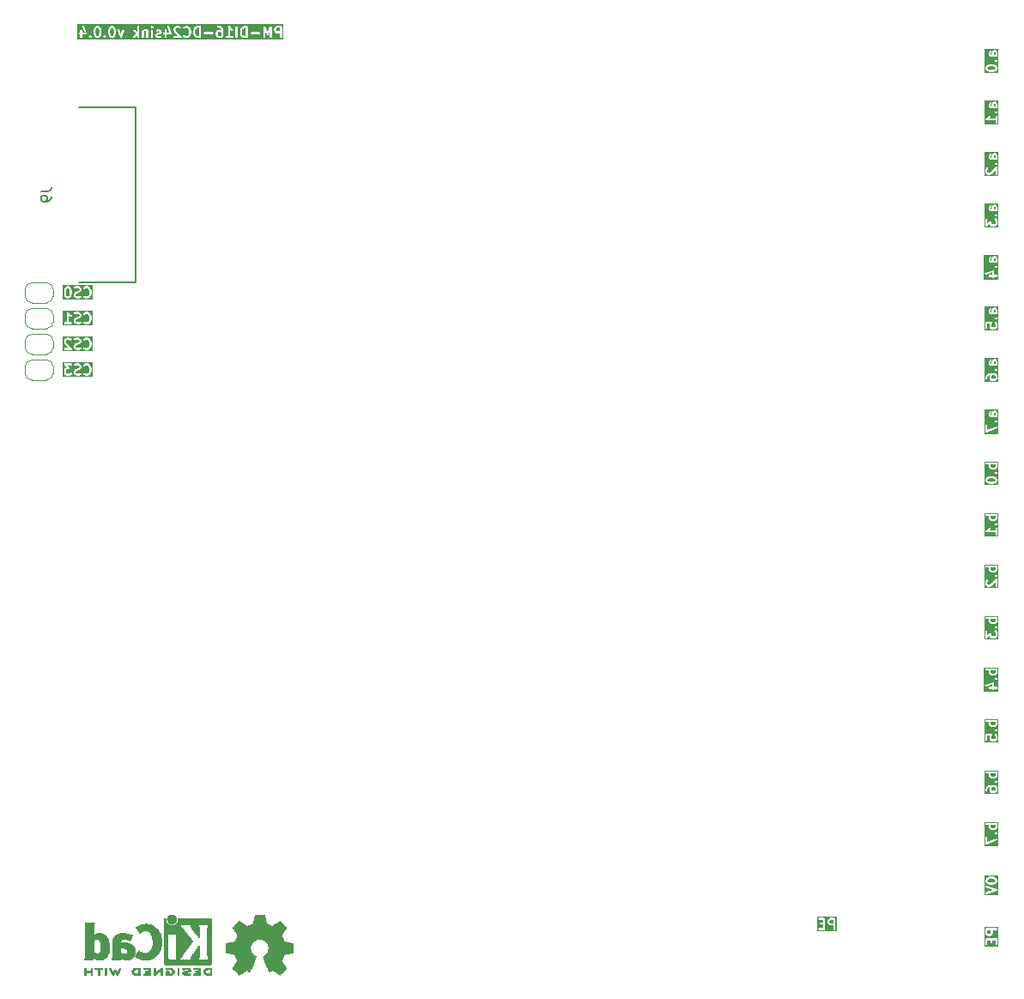
<source format=gbr>
%TF.GenerationSoftware,KiCad,Pcbnew,8.0.6-8.0.6-0~ubuntu24.04.1*%
%TF.CreationDate,2024-12-11T22:00:59+03:00*%
%TF.ProjectId,PM-DI16-DC24sink,504d2d44-4931-4362-9d44-43323473696e,rev?*%
%TF.SameCoordinates,Original*%
%TF.FileFunction,Legend,Bot*%
%TF.FilePolarity,Positive*%
%FSLAX46Y46*%
G04 Gerber Fmt 4.6, Leading zero omitted, Abs format (unit mm)*
G04 Created by KiCad (PCBNEW 8.0.6-8.0.6-0~ubuntu24.04.1) date 2024-12-11 22:00:59*
%MOMM*%
%LPD*%
G01*
G04 APERTURE LIST*
G04 Aperture macros list*
%AMFreePoly0*
4,1,19,0.500000,-0.750000,0.000000,-0.750000,0.000000,-0.744911,-0.071157,-0.744911,-0.207708,-0.704816,-0.327430,-0.627875,-0.420627,-0.520320,-0.479746,-0.390866,-0.500000,-0.250000,-0.500000,0.250000,-0.479746,0.390866,-0.420627,0.520320,-0.327430,0.627875,-0.207708,0.704816,-0.071157,0.744911,0.000000,0.744911,0.000000,0.750000,0.500000,0.750000,0.500000,-0.750000,0.500000,-0.750000,
$1*%
%AMFreePoly1*
4,1,19,0.000000,0.744911,0.071157,0.744911,0.207708,0.704816,0.327430,0.627875,0.420627,0.520320,0.479746,0.390866,0.500000,0.250000,0.500000,-0.250000,0.479746,-0.390866,0.420627,-0.520320,0.327430,-0.627875,0.207708,-0.704816,0.071157,-0.744911,0.000000,-0.744911,0.000000,-0.750000,-0.500000,-0.750000,-0.500000,0.750000,0.000000,0.750000,0.000000,0.744911,0.000000,0.744911,
$1*%
G04 Aperture macros list end*
%ADD10C,0.200000*%
%ADD11C,0.150000*%
%ADD12C,0.010000*%
%ADD13C,0.120000*%
%ADD14C,0.152400*%
%ADD15O,6.350000X6.350000*%
%ADD16R,3.500000X3.500000*%
%ADD17C,3.500000*%
%ADD18FreePoly0,180.000000*%
%ADD19FreePoly1,180.000000*%
%ADD20R,1.803400X0.635000*%
%ADD21R,2.997200X2.590800*%
G04 APERTURE END LIST*
D10*
G36*
X48486837Y1993268D02*
G01*
X48557746Y1957813D01*
X48582414Y1933146D01*
X48612219Y1873536D01*
X48612219Y1825512D01*
X48582414Y1765903D01*
X48557746Y1741236D01*
X48486837Y1705781D01*
X48318956Y1663810D01*
X48105480Y1663810D01*
X47937599Y1705781D01*
X47866692Y1741234D01*
X47842024Y1765903D01*
X47812219Y1825513D01*
X47812219Y1873536D01*
X47842024Y1933146D01*
X47866692Y1957815D01*
X47937599Y1993268D01*
X48105480Y2035238D01*
X48318956Y2035238D01*
X48486837Y1993268D01*
G37*
G36*
X48612219Y3349726D02*
G01*
X48612219Y3206464D01*
X48582414Y3146855D01*
X48557746Y3122188D01*
X48498135Y3092381D01*
X48259635Y3092381D01*
X48200025Y3122186D01*
X48175357Y3146855D01*
X48145552Y3206465D01*
X48145552Y3349726D01*
X48154975Y3368571D01*
X48602796Y3368571D01*
X48612219Y3349726D01*
G37*
G36*
X48923330Y1352699D02*
G01*
X47501108Y1352699D01*
X47501108Y1897143D01*
X47612219Y1897143D01*
X47612219Y1801905D01*
X47614140Y1782396D01*
X47615515Y1779076D01*
X47615770Y1775492D01*
X47622776Y1757184D01*
X47670395Y1661946D01*
X47675680Y1653550D01*
X47676691Y1651110D01*
X47678944Y1648364D01*
X47680838Y1645356D01*
X47682832Y1643627D01*
X47689127Y1635956D01*
X47736746Y1588338D01*
X47744412Y1582046D01*
X47746145Y1580048D01*
X47749153Y1578155D01*
X47751899Y1575901D01*
X47754339Y1574891D01*
X47762736Y1569605D01*
X47857973Y1521986D01*
X47859401Y1521440D01*
X47859981Y1521010D01*
X47868157Y1518089D01*
X47876282Y1514980D01*
X47877002Y1514929D01*
X47878441Y1514415D01*
X48068917Y1466796D01*
X48072298Y1466296D01*
X48073662Y1465731D01*
X48081012Y1465008D01*
X48088310Y1463928D01*
X48089768Y1464146D01*
X48093171Y1463810D01*
X48331266Y1463810D01*
X48334668Y1464146D01*
X48336127Y1463928D01*
X48343424Y1465008D01*
X48350775Y1465731D01*
X48352138Y1466296D01*
X48355520Y1466796D01*
X48545995Y1514415D01*
X48547432Y1514929D01*
X48548155Y1514980D01*
X48556279Y1518089D01*
X48564456Y1521010D01*
X48565036Y1521441D01*
X48566463Y1521986D01*
X48661701Y1569605D01*
X48670093Y1574889D01*
X48672537Y1575900D01*
X48675286Y1578157D01*
X48678291Y1580048D01*
X48680020Y1582043D01*
X48687690Y1588337D01*
X48735310Y1635955D01*
X48741603Y1643624D01*
X48743600Y1645355D01*
X48745493Y1648364D01*
X48747747Y1651109D01*
X48748757Y1653550D01*
X48754043Y1661946D01*
X48801662Y1757183D01*
X48808668Y1775492D01*
X48808922Y1779076D01*
X48810298Y1782396D01*
X48812219Y1801905D01*
X48812219Y1897143D01*
X48810298Y1916652D01*
X48808922Y1919973D01*
X48808668Y1923556D01*
X48801662Y1941865D01*
X48754043Y2037102D01*
X48748757Y2045499D01*
X48747747Y2047939D01*
X48745493Y2050685D01*
X48743600Y2053693D01*
X48741603Y2055425D01*
X48735310Y2063093D01*
X48687690Y2110711D01*
X48680020Y2117006D01*
X48678291Y2119000D01*
X48675286Y2120892D01*
X48672537Y2123148D01*
X48670093Y2124160D01*
X48661701Y2129443D01*
X48566463Y2177062D01*
X48565036Y2177608D01*
X48564456Y2178038D01*
X48556279Y2180960D01*
X48548155Y2184068D01*
X48547432Y2184120D01*
X48545995Y2184633D01*
X48355520Y2232252D01*
X48352138Y2232753D01*
X48350775Y2233317D01*
X48343424Y2234041D01*
X48336127Y2235120D01*
X48334668Y2234903D01*
X48331266Y2235238D01*
X48093171Y2235238D01*
X48089768Y2234903D01*
X48088310Y2235120D01*
X48081012Y2234041D01*
X48073662Y2233317D01*
X48072298Y2232753D01*
X48068917Y2232252D01*
X47878441Y2184633D01*
X47877002Y2184120D01*
X47876282Y2184068D01*
X47868157Y2180960D01*
X47859981Y2178038D01*
X47859401Y2177609D01*
X47857973Y2177062D01*
X47762736Y2129443D01*
X47754339Y2124158D01*
X47751899Y2123147D01*
X47749153Y2120894D01*
X47746145Y2119000D01*
X47744412Y2117003D01*
X47736746Y2110710D01*
X47689127Y2063092D01*
X47682832Y2055422D01*
X47680838Y2053692D01*
X47678944Y2050685D01*
X47676691Y2047938D01*
X47675680Y2045499D01*
X47670395Y2037102D01*
X47622776Y1941864D01*
X47615770Y1923556D01*
X47615515Y1919973D01*
X47614140Y1916652D01*
X47612219Y1897143D01*
X47501108Y1897143D01*
X47501108Y2583318D01*
X48518901Y2583318D01*
X48518901Y2544300D01*
X48520385Y2540717D01*
X48533832Y2508252D01*
X48533833Y2508251D01*
X48546270Y2493098D01*
X48593890Y2445479D01*
X48609043Y2433042D01*
X48634533Y2422485D01*
X48645091Y2418111D01*
X48645092Y2418111D01*
X48684109Y2418111D01*
X48705226Y2426859D01*
X48720158Y2433043D01*
X48720162Y2433048D01*
X48735311Y2445479D01*
X48782929Y2493098D01*
X48795366Y2508251D01*
X48806735Y2535699D01*
X48810298Y2544300D01*
X48810298Y2583318D01*
X48795366Y2619366D01*
X48795366Y2619367D01*
X48782929Y2634520D01*
X48735311Y2682139D01*
X48720162Y2694571D01*
X48720158Y2694575D01*
X48705226Y2700760D01*
X48684109Y2709507D01*
X48645091Y2709507D01*
X48634533Y2705134D01*
X48609043Y2694576D01*
X48593890Y2682139D01*
X48546270Y2634520D01*
X48533833Y2619367D01*
X48533832Y2619366D01*
X48523274Y2593876D01*
X48518901Y2583318D01*
X47501108Y2583318D01*
X47501108Y3488080D01*
X47614140Y3488080D01*
X47614140Y3449062D01*
X47629072Y3413014D01*
X47656662Y3385424D01*
X47692710Y3370492D01*
X47712219Y3368571D01*
X47945552Y3368571D01*
X47945552Y3182857D01*
X47947473Y3163348D01*
X47948848Y3160028D01*
X47949103Y3156444D01*
X47956109Y3138136D01*
X48003728Y3042898D01*
X48009013Y3034502D01*
X48010024Y3032062D01*
X48012277Y3029316D01*
X48014171Y3026308D01*
X48016165Y3024579D01*
X48022460Y3016908D01*
X48070079Y2969290D01*
X48077745Y2962998D01*
X48079478Y2961000D01*
X48082486Y2959107D01*
X48085232Y2956853D01*
X48087672Y2955843D01*
X48096069Y2950557D01*
X48191306Y2902938D01*
X48209615Y2895932D01*
X48213198Y2895678D01*
X48216519Y2894302D01*
X48236028Y2892381D01*
X48521742Y2892381D01*
X48541251Y2894302D01*
X48544571Y2895678D01*
X48548155Y2895932D01*
X48566463Y2902938D01*
X48661701Y2950557D01*
X48670093Y2955841D01*
X48672537Y2956852D01*
X48675286Y2959109D01*
X48678291Y2961000D01*
X48680020Y2962995D01*
X48687690Y2969289D01*
X48735310Y3016907D01*
X48741603Y3024576D01*
X48743600Y3026307D01*
X48745493Y3029316D01*
X48747747Y3032061D01*
X48748757Y3034502D01*
X48754043Y3042898D01*
X48801662Y3138135D01*
X48808668Y3156444D01*
X48808922Y3160028D01*
X48810298Y3163348D01*
X48812219Y3182857D01*
X48812219Y3373333D01*
X48810298Y3392842D01*
X48808922Y3396163D01*
X48808668Y3399746D01*
X48801662Y3418055D01*
X48799360Y3422658D01*
X48810298Y3449062D01*
X48810298Y3488080D01*
X48795366Y3524128D01*
X48767776Y3551718D01*
X48731728Y3566650D01*
X48712219Y3568571D01*
X47712219Y3568571D01*
X47692710Y3566650D01*
X47656662Y3551718D01*
X47629072Y3524128D01*
X47614140Y3488080D01*
X47501108Y3488080D01*
X47501108Y3679682D01*
X48923330Y3679682D01*
X48923330Y1352699D01*
G37*
G36*
X48590064Y33874036D02*
G01*
X48612219Y33829726D01*
X48612219Y33638845D01*
X48602797Y33620000D01*
X48431266Y33620000D01*
X48431266Y33829726D01*
X48453421Y33874036D01*
X48497730Y33896190D01*
X48545754Y33896190D01*
X48590064Y33874036D01*
G37*
G36*
X48923330Y31832699D02*
G01*
X47501108Y31832699D01*
X47501108Y32472381D01*
X47612219Y32472381D01*
X47612219Y32234286D01*
X47614140Y32214777D01*
X47615515Y32211457D01*
X47615770Y32207873D01*
X47622776Y32189565D01*
X47670395Y32094327D01*
X47675680Y32085931D01*
X47676691Y32083491D01*
X47678944Y32080745D01*
X47680838Y32077737D01*
X47682832Y32076008D01*
X47689127Y32068337D01*
X47736746Y32020719D01*
X47744412Y32014427D01*
X47746145Y32012429D01*
X47749153Y32010536D01*
X47751899Y32008282D01*
X47754339Y32007272D01*
X47762736Y32001986D01*
X47857973Y31954367D01*
X47876282Y31947361D01*
X47879865Y31947107D01*
X47883186Y31945731D01*
X47902695Y31943810D01*
X47997933Y31943810D01*
X48007806Y31944783D01*
X48010440Y31944595D01*
X48013903Y31945383D01*
X48017442Y31945731D01*
X48019884Y31946743D01*
X48029556Y31948942D01*
X48172412Y31996561D01*
X48190313Y32004552D01*
X48193028Y32006908D01*
X48196347Y32008282D01*
X48211501Y32020718D01*
X48612219Y32421436D01*
X48612219Y32043810D01*
X48614140Y32024301D01*
X48629072Y31988253D01*
X48656662Y31960663D01*
X48692710Y31945731D01*
X48731728Y31945731D01*
X48767776Y31960663D01*
X48795366Y31988253D01*
X48810298Y32024301D01*
X48812219Y32043810D01*
X48812219Y32662857D01*
X48810298Y32682366D01*
X48795366Y32718414D01*
X48767776Y32746004D01*
X48731728Y32760936D01*
X48692710Y32760936D01*
X48656662Y32746004D01*
X48641508Y32733568D01*
X48086770Y32178832D01*
X47981706Y32143810D01*
X47926302Y32143810D01*
X47866692Y32173615D01*
X47842024Y32198284D01*
X47812219Y32257894D01*
X47812219Y32448774D01*
X47842024Y32508384D01*
X47878167Y32544527D01*
X47890604Y32559680D01*
X47905535Y32595729D01*
X47905535Y32634747D01*
X47890604Y32670795D01*
X47863014Y32698385D01*
X47826966Y32713316D01*
X47787948Y32713316D01*
X47751899Y32698385D01*
X47736746Y32685948D01*
X47689127Y32638330D01*
X47682832Y32630660D01*
X47680838Y32628930D01*
X47678944Y32625923D01*
X47676691Y32623176D01*
X47675680Y32620737D01*
X47670395Y32612340D01*
X47622776Y32517102D01*
X47615770Y32498794D01*
X47615515Y32495211D01*
X47614140Y32491890D01*
X47612219Y32472381D01*
X47501108Y32472381D01*
X47501108Y33063318D01*
X48518901Y33063318D01*
X48518901Y33024300D01*
X48520385Y33020717D01*
X48533832Y32988252D01*
X48533833Y32988251D01*
X48546270Y32973098D01*
X48593890Y32925479D01*
X48609043Y32913042D01*
X48634533Y32902485D01*
X48645091Y32898111D01*
X48645092Y32898111D01*
X48684109Y32898111D01*
X48705226Y32906859D01*
X48720158Y32913043D01*
X48720162Y32913048D01*
X48735311Y32925479D01*
X48782929Y32973098D01*
X48795366Y32988251D01*
X48806735Y33015699D01*
X48810298Y33024300D01*
X48810298Y33063318D01*
X48795366Y33099366D01*
X48795366Y33099367D01*
X48782929Y33114520D01*
X48735311Y33162139D01*
X48720162Y33174571D01*
X48720158Y33174575D01*
X48705226Y33180760D01*
X48684109Y33189507D01*
X48645091Y33189507D01*
X48634533Y33185134D01*
X48609043Y33174576D01*
X48593890Y33162139D01*
X48546270Y33114520D01*
X48533833Y33099367D01*
X48533832Y33099366D01*
X48523274Y33073876D01*
X48518901Y33063318D01*
X47501108Y33063318D01*
X47501108Y33853333D01*
X47945552Y33853333D01*
X47945552Y33662857D01*
X47947473Y33643348D01*
X47948848Y33640028D01*
X47949103Y33636444D01*
X47956109Y33618136D01*
X48003728Y33522898D01*
X48005781Y33519635D01*
X48006295Y33518096D01*
X48007957Y33516180D01*
X48014171Y33506308D01*
X48023641Y33498095D01*
X48031859Y33488619D01*
X48041732Y33482405D01*
X48043648Y33480743D01*
X48045186Y33480231D01*
X48048450Y33478176D01*
X48143687Y33430557D01*
X48161996Y33423551D01*
X48165579Y33423297D01*
X48168900Y33421921D01*
X48188409Y33420000D01*
X48712219Y33420000D01*
X48731728Y33421921D01*
X48767776Y33436853D01*
X48795366Y33464443D01*
X48810298Y33500491D01*
X48810298Y33539509D01*
X48799360Y33565914D01*
X48801662Y33570516D01*
X48808668Y33588825D01*
X48808922Y33592409D01*
X48810298Y33595729D01*
X48812219Y33615238D01*
X48812219Y33853333D01*
X48810298Y33872842D01*
X48808922Y33876163D01*
X48808668Y33879746D01*
X48801662Y33898055D01*
X48754043Y33993292D01*
X48751989Y33996555D01*
X48751476Y33998095D01*
X48749812Y34000013D01*
X48743600Y34009883D01*
X48734125Y34018100D01*
X48725911Y34027571D01*
X48716039Y34033785D01*
X48714123Y34035447D01*
X48712584Y34035961D01*
X48709321Y34038014D01*
X48614082Y34085633D01*
X48595773Y34092639D01*
X48592190Y34092894D01*
X48588870Y34094269D01*
X48569361Y34096190D01*
X48474123Y34096190D01*
X48454614Y34094269D01*
X48451293Y34092894D01*
X48447710Y34092639D01*
X48429401Y34085633D01*
X48334164Y34038014D01*
X48330900Y34035960D01*
X48329362Y34035447D01*
X48327446Y34033786D01*
X48317573Y34027571D01*
X48309355Y34018096D01*
X48299885Y34009882D01*
X48293671Y34000011D01*
X48292009Y33998094D01*
X48291495Y33996556D01*
X48289442Y33993292D01*
X48241823Y33898054D01*
X48234817Y33879746D01*
X48234562Y33876163D01*
X48233187Y33872842D01*
X48231266Y33853333D01*
X48231266Y33638845D01*
X48221844Y33620000D01*
X48212016Y33620000D01*
X48167707Y33642155D01*
X48145552Y33686465D01*
X48145552Y33829726D01*
X48182614Y33903849D01*
X48189620Y33922158D01*
X48192386Y33961078D01*
X48180047Y33998094D01*
X48154482Y34027571D01*
X48119584Y34045020D01*
X48080664Y34047785D01*
X48043648Y34035447D01*
X48014171Y34009882D01*
X48003728Y33993292D01*
X47956109Y33898054D01*
X47949103Y33879746D01*
X47948848Y33876163D01*
X47947473Y33872842D01*
X47945552Y33853333D01*
X47501108Y33853333D01*
X47501108Y34207301D01*
X48923330Y34207301D01*
X48923330Y31832699D01*
G37*
G36*
X48590064Y18634036D02*
G01*
X48612219Y18589726D01*
X48612219Y18398845D01*
X48602797Y18380000D01*
X48431266Y18380000D01*
X48431266Y18589726D01*
X48453421Y18634036D01*
X48497730Y18656190D01*
X48545754Y18656190D01*
X48590064Y18634036D01*
G37*
G36*
X48923330Y16592699D02*
G01*
X47501108Y16592699D01*
X47501108Y17327619D01*
X47612219Y17327619D01*
X47612219Y16851429D01*
X47614140Y16831920D01*
X47629072Y16795872D01*
X47656662Y16768282D01*
X47692710Y16753350D01*
X47731728Y16753350D01*
X47767776Y16768282D01*
X47795366Y16795872D01*
X47810298Y16831920D01*
X47812219Y16851429D01*
X47812219Y17237120D01*
X47996491Y17255548D01*
X47996467Y17255211D01*
X47995092Y17251890D01*
X47993171Y17232381D01*
X47993171Y16994286D01*
X47995092Y16974777D01*
X47996467Y16971457D01*
X47996722Y16967873D01*
X48003728Y16949565D01*
X48051347Y16854327D01*
X48056632Y16845931D01*
X48057643Y16843491D01*
X48059896Y16840745D01*
X48061790Y16837737D01*
X48063784Y16836008D01*
X48070079Y16828337D01*
X48117698Y16780719D01*
X48125364Y16774427D01*
X48127097Y16772429D01*
X48130105Y16770536D01*
X48132851Y16768282D01*
X48135291Y16767272D01*
X48143688Y16761986D01*
X48238925Y16714367D01*
X48257234Y16707361D01*
X48260817Y16707107D01*
X48264138Y16705731D01*
X48283647Y16703810D01*
X48521742Y16703810D01*
X48541251Y16705731D01*
X48544571Y16707107D01*
X48548155Y16707361D01*
X48566463Y16714367D01*
X48661701Y16761986D01*
X48670093Y16767270D01*
X48672537Y16768281D01*
X48675286Y16770538D01*
X48678291Y16772429D01*
X48680020Y16774424D01*
X48687690Y16780718D01*
X48735310Y16828336D01*
X48741603Y16836005D01*
X48743600Y16837736D01*
X48745493Y16840745D01*
X48747747Y16843490D01*
X48748757Y16845931D01*
X48754043Y16854327D01*
X48801662Y16949564D01*
X48808668Y16967873D01*
X48808922Y16971457D01*
X48810298Y16974777D01*
X48812219Y16994286D01*
X48812219Y17232381D01*
X48810298Y17251890D01*
X48808922Y17255211D01*
X48808668Y17258794D01*
X48801662Y17277103D01*
X48754043Y17372340D01*
X48748757Y17380737D01*
X48747747Y17383177D01*
X48745493Y17385923D01*
X48743600Y17388931D01*
X48741603Y17390663D01*
X48735310Y17398331D01*
X48687690Y17445949D01*
X48672537Y17458386D01*
X48636488Y17473317D01*
X48597470Y17473316D01*
X48561422Y17458385D01*
X48533832Y17430795D01*
X48518901Y17394746D01*
X48518902Y17355728D01*
X48533833Y17319680D01*
X48546270Y17304527D01*
X48582414Y17268384D01*
X48612219Y17208774D01*
X48612219Y17017893D01*
X48582414Y16958284D01*
X48557746Y16933617D01*
X48498135Y16903810D01*
X48307254Y16903810D01*
X48247644Y16933615D01*
X48222976Y16958284D01*
X48193171Y17017894D01*
X48193171Y17208774D01*
X48222976Y17268384D01*
X48259119Y17304527D01*
X48271556Y17319680D01*
X48273483Y17324335D01*
X48276671Y17328230D01*
X48280893Y17342224D01*
X48286487Y17355729D01*
X48286487Y17360763D01*
X48287942Y17365585D01*
X48286487Y17380137D01*
X48286487Y17394747D01*
X48284561Y17399397D01*
X48284060Y17404409D01*
X48277148Y17417293D01*
X48271556Y17430795D01*
X48267995Y17434356D01*
X48265615Y17438793D01*
X48254302Y17448049D01*
X48243966Y17458385D01*
X48239313Y17460313D01*
X48235417Y17463500D01*
X48221422Y17467723D01*
X48207918Y17473316D01*
X48202884Y17473316D01*
X48198062Y17474771D01*
X48178459Y17474742D01*
X47702269Y17427123D01*
X47695160Y17425698D01*
X47692710Y17425698D01*
X47690412Y17424747D01*
X47683048Y17423270D01*
X47670167Y17416361D01*
X47656662Y17410766D01*
X47653101Y17407206D01*
X47648664Y17404825D01*
X47639408Y17393513D01*
X47629072Y17383176D01*
X47627144Y17378524D01*
X47623957Y17374627D01*
X47619736Y17360638D01*
X47614140Y17347128D01*
X47613403Y17339651D01*
X47612686Y17337272D01*
X47612929Y17334836D01*
X47612219Y17327619D01*
X47501108Y17327619D01*
X47501108Y17823318D01*
X48518901Y17823318D01*
X48518901Y17784300D01*
X48520385Y17780717D01*
X48533832Y17748252D01*
X48533833Y17748251D01*
X48546270Y17733098D01*
X48593890Y17685479D01*
X48609043Y17673042D01*
X48634533Y17662485D01*
X48645091Y17658111D01*
X48645092Y17658111D01*
X48684109Y17658111D01*
X48705226Y17666859D01*
X48720158Y17673043D01*
X48720162Y17673048D01*
X48735311Y17685479D01*
X48782929Y17733098D01*
X48795366Y17748251D01*
X48806735Y17775699D01*
X48810298Y17784300D01*
X48810298Y17823318D01*
X48795366Y17859366D01*
X48795366Y17859367D01*
X48782929Y17874520D01*
X48735311Y17922139D01*
X48720162Y17934571D01*
X48720158Y17934575D01*
X48705226Y17940760D01*
X48684109Y17949507D01*
X48645091Y17949507D01*
X48634533Y17945134D01*
X48609043Y17934576D01*
X48593890Y17922139D01*
X48546270Y17874520D01*
X48533833Y17859367D01*
X48533832Y17859366D01*
X48523274Y17833876D01*
X48518901Y17823318D01*
X47501108Y17823318D01*
X47501108Y18613333D01*
X47945552Y18613333D01*
X47945552Y18422857D01*
X47947473Y18403348D01*
X47948848Y18400028D01*
X47949103Y18396444D01*
X47956109Y18378136D01*
X48003728Y18282898D01*
X48005781Y18279635D01*
X48006295Y18278096D01*
X48007957Y18276180D01*
X48014171Y18266308D01*
X48023641Y18258095D01*
X48031859Y18248619D01*
X48041732Y18242405D01*
X48043648Y18240743D01*
X48045186Y18240231D01*
X48048450Y18238176D01*
X48143687Y18190557D01*
X48161996Y18183551D01*
X48165579Y18183297D01*
X48168900Y18181921D01*
X48188409Y18180000D01*
X48712219Y18180000D01*
X48731728Y18181921D01*
X48767776Y18196853D01*
X48795366Y18224443D01*
X48810298Y18260491D01*
X48810298Y18299509D01*
X48799360Y18325914D01*
X48801662Y18330516D01*
X48808668Y18348825D01*
X48808922Y18352409D01*
X48810298Y18355729D01*
X48812219Y18375238D01*
X48812219Y18613333D01*
X48810298Y18632842D01*
X48808922Y18636163D01*
X48808668Y18639746D01*
X48801662Y18658055D01*
X48754043Y18753292D01*
X48751989Y18756555D01*
X48751476Y18758095D01*
X48749812Y18760013D01*
X48743600Y18769883D01*
X48734125Y18778100D01*
X48725911Y18787571D01*
X48716039Y18793785D01*
X48714123Y18795447D01*
X48712584Y18795961D01*
X48709321Y18798014D01*
X48614082Y18845633D01*
X48595773Y18852639D01*
X48592190Y18852894D01*
X48588870Y18854269D01*
X48569361Y18856190D01*
X48474123Y18856190D01*
X48454614Y18854269D01*
X48451293Y18852894D01*
X48447710Y18852639D01*
X48429401Y18845633D01*
X48334164Y18798014D01*
X48330900Y18795960D01*
X48329362Y18795447D01*
X48327446Y18793786D01*
X48317573Y18787571D01*
X48309355Y18778096D01*
X48299885Y18769882D01*
X48293671Y18760011D01*
X48292009Y18758094D01*
X48291495Y18756556D01*
X48289442Y18753292D01*
X48241823Y18658054D01*
X48234817Y18639746D01*
X48234562Y18636163D01*
X48233187Y18632842D01*
X48231266Y18613333D01*
X48231266Y18398845D01*
X48221844Y18380000D01*
X48212016Y18380000D01*
X48167707Y18402155D01*
X48145552Y18446465D01*
X48145552Y18589726D01*
X48182614Y18663849D01*
X48189620Y18682158D01*
X48192386Y18721078D01*
X48180047Y18758094D01*
X48154482Y18787571D01*
X48119584Y18805020D01*
X48080664Y18807785D01*
X48043648Y18795447D01*
X48014171Y18769882D01*
X48003728Y18753292D01*
X47956109Y18658054D01*
X47949103Y18639746D01*
X47948848Y18636163D01*
X47947473Y18632842D01*
X47945552Y18613333D01*
X47501108Y18613333D01*
X47501108Y18967301D01*
X48923330Y18967301D01*
X48923330Y16592699D01*
G37*
G36*
X48557746Y12165432D02*
G01*
X48582414Y12140765D01*
X48612219Y12081155D01*
X48612219Y11937893D01*
X48582414Y11878284D01*
X48557746Y11853617D01*
X48498135Y11823810D01*
X48307254Y11823810D01*
X48247644Y11853615D01*
X48222976Y11878284D01*
X48193171Y11937894D01*
X48193171Y12081155D01*
X48222976Y12140765D01*
X48247644Y12165434D01*
X48307254Y12195238D01*
X48498135Y12195238D01*
X48557746Y12165432D01*
G37*
G36*
X48590064Y13554036D02*
G01*
X48612219Y13509726D01*
X48612219Y13318845D01*
X48602797Y13300000D01*
X48431266Y13300000D01*
X48431266Y13509726D01*
X48453421Y13554036D01*
X48497730Y13576190D01*
X48545754Y13576190D01*
X48590064Y13554036D01*
G37*
G36*
X48923330Y11512699D02*
G01*
X47501108Y11512699D01*
X47501108Y12009524D01*
X47612219Y12009524D01*
X47612219Y11819048D01*
X47614140Y11799539D01*
X47629072Y11763491D01*
X47656662Y11735901D01*
X47692710Y11720969D01*
X47731728Y11720969D01*
X47767776Y11735901D01*
X47795366Y11763491D01*
X47810298Y11799539D01*
X47812219Y11819048D01*
X47812219Y11985917D01*
X47842024Y12045527D01*
X47871165Y12074669D01*
X47991372Y12154807D01*
X48008534Y12159097D01*
X48003728Y12149483D01*
X47996722Y12131175D01*
X47996467Y12127592D01*
X47995092Y12124271D01*
X47993171Y12104762D01*
X47993171Y11914286D01*
X47995092Y11894777D01*
X47996467Y11891457D01*
X47996722Y11887873D01*
X48003728Y11869565D01*
X48051347Y11774327D01*
X48056632Y11765931D01*
X48057643Y11763491D01*
X48059896Y11760745D01*
X48061790Y11757737D01*
X48063784Y11756008D01*
X48070079Y11748337D01*
X48117698Y11700719D01*
X48125364Y11694427D01*
X48127097Y11692429D01*
X48130105Y11690536D01*
X48132851Y11688282D01*
X48135291Y11687272D01*
X48143688Y11681986D01*
X48238925Y11634367D01*
X48257234Y11627361D01*
X48260817Y11627107D01*
X48264138Y11625731D01*
X48283647Y11623810D01*
X48521742Y11623810D01*
X48541251Y11625731D01*
X48544571Y11627107D01*
X48548155Y11627361D01*
X48566463Y11634367D01*
X48661701Y11681986D01*
X48670093Y11687270D01*
X48672537Y11688281D01*
X48675286Y11690538D01*
X48678291Y11692429D01*
X48680020Y11694424D01*
X48687690Y11700718D01*
X48735310Y11748336D01*
X48741603Y11756005D01*
X48743600Y11757736D01*
X48745493Y11760745D01*
X48747747Y11763490D01*
X48748757Y11765931D01*
X48754043Y11774327D01*
X48801662Y11869564D01*
X48808668Y11887873D01*
X48808922Y11891457D01*
X48810298Y11894777D01*
X48812219Y11914286D01*
X48812219Y12104762D01*
X48810298Y12124271D01*
X48808922Y12127592D01*
X48808668Y12131175D01*
X48801662Y12149484D01*
X48754043Y12244721D01*
X48748757Y12253118D01*
X48747747Y12255558D01*
X48745493Y12258304D01*
X48743600Y12261312D01*
X48741603Y12263044D01*
X48735310Y12270712D01*
X48687690Y12318330D01*
X48680020Y12324625D01*
X48678291Y12326619D01*
X48675286Y12328511D01*
X48672537Y12330767D01*
X48670093Y12331779D01*
X48661701Y12337062D01*
X48566463Y12384681D01*
X48548155Y12391687D01*
X48544571Y12391942D01*
X48541251Y12393317D01*
X48521742Y12395238D01*
X48140790Y12395238D01*
X48137387Y12394903D01*
X48135929Y12395120D01*
X48128631Y12394041D01*
X48121281Y12393317D01*
X48119917Y12392753D01*
X48116536Y12392252D01*
X47926060Y12344633D01*
X47914565Y12340527D01*
X47912142Y12340047D01*
X47909945Y12338877D01*
X47907600Y12338038D01*
X47905613Y12336567D01*
X47894844Y12330824D01*
X47751987Y12235586D01*
X47751933Y12235543D01*
X47751899Y12235528D01*
X47744413Y12229384D01*
X47736820Y12223166D01*
X47736798Y12223135D01*
X47736746Y12223091D01*
X47689127Y12175473D01*
X47682832Y12167803D01*
X47680838Y12166073D01*
X47678944Y12163066D01*
X47676691Y12160319D01*
X47675680Y12157880D01*
X47670395Y12149483D01*
X47622776Y12054245D01*
X47615770Y12035937D01*
X47615515Y12032354D01*
X47614140Y12029033D01*
X47612219Y12009524D01*
X47501108Y12009524D01*
X47501108Y12743318D01*
X48518901Y12743318D01*
X48518901Y12704300D01*
X48520385Y12700717D01*
X48533832Y12668252D01*
X48533833Y12668251D01*
X48546270Y12653098D01*
X48593890Y12605479D01*
X48609043Y12593042D01*
X48634533Y12582485D01*
X48645091Y12578111D01*
X48645092Y12578111D01*
X48684109Y12578111D01*
X48705226Y12586859D01*
X48720158Y12593043D01*
X48720162Y12593048D01*
X48735311Y12605479D01*
X48782929Y12653098D01*
X48795366Y12668251D01*
X48806735Y12695699D01*
X48810298Y12704300D01*
X48810298Y12743318D01*
X48795366Y12779366D01*
X48795366Y12779367D01*
X48782929Y12794520D01*
X48735311Y12842139D01*
X48720162Y12854571D01*
X48720158Y12854575D01*
X48705226Y12860760D01*
X48684109Y12869507D01*
X48645091Y12869507D01*
X48634533Y12865134D01*
X48609043Y12854576D01*
X48593890Y12842139D01*
X48546270Y12794520D01*
X48533833Y12779367D01*
X48533832Y12779366D01*
X48523274Y12753876D01*
X48518901Y12743318D01*
X47501108Y12743318D01*
X47501108Y13533333D01*
X47945552Y13533333D01*
X47945552Y13342857D01*
X47947473Y13323348D01*
X47948848Y13320028D01*
X47949103Y13316444D01*
X47956109Y13298136D01*
X48003728Y13202898D01*
X48005781Y13199635D01*
X48006295Y13198096D01*
X48007957Y13196180D01*
X48014171Y13186308D01*
X48023641Y13178095D01*
X48031859Y13168619D01*
X48041732Y13162405D01*
X48043648Y13160743D01*
X48045186Y13160231D01*
X48048450Y13158176D01*
X48143687Y13110557D01*
X48161996Y13103551D01*
X48165579Y13103297D01*
X48168900Y13101921D01*
X48188409Y13100000D01*
X48712219Y13100000D01*
X48731728Y13101921D01*
X48767776Y13116853D01*
X48795366Y13144443D01*
X48810298Y13180491D01*
X48810298Y13219509D01*
X48799360Y13245914D01*
X48801662Y13250516D01*
X48808668Y13268825D01*
X48808922Y13272409D01*
X48810298Y13275729D01*
X48812219Y13295238D01*
X48812219Y13533333D01*
X48810298Y13552842D01*
X48808922Y13556163D01*
X48808668Y13559746D01*
X48801662Y13578055D01*
X48754043Y13673292D01*
X48751989Y13676555D01*
X48751476Y13678095D01*
X48749812Y13680013D01*
X48743600Y13689883D01*
X48734125Y13698100D01*
X48725911Y13707571D01*
X48716039Y13713785D01*
X48714123Y13715447D01*
X48712584Y13715961D01*
X48709321Y13718014D01*
X48614082Y13765633D01*
X48595773Y13772639D01*
X48592190Y13772894D01*
X48588870Y13774269D01*
X48569361Y13776190D01*
X48474123Y13776190D01*
X48454614Y13774269D01*
X48451293Y13772894D01*
X48447710Y13772639D01*
X48429401Y13765633D01*
X48334164Y13718014D01*
X48330900Y13715960D01*
X48329362Y13715447D01*
X48327446Y13713786D01*
X48317573Y13707571D01*
X48309355Y13698096D01*
X48299885Y13689882D01*
X48293671Y13680011D01*
X48292009Y13678094D01*
X48291495Y13676556D01*
X48289442Y13673292D01*
X48241823Y13578054D01*
X48234817Y13559746D01*
X48234562Y13556163D01*
X48233187Y13552842D01*
X48231266Y13533333D01*
X48231266Y13318845D01*
X48221844Y13300000D01*
X48212016Y13300000D01*
X48167707Y13322155D01*
X48145552Y13366465D01*
X48145552Y13509726D01*
X48182614Y13583849D01*
X48189620Y13602158D01*
X48192386Y13641078D01*
X48180047Y13678094D01*
X48154482Y13707571D01*
X48119584Y13725020D01*
X48080664Y13727785D01*
X48043648Y13715447D01*
X48014171Y13689882D01*
X48003728Y13673292D01*
X47956109Y13578054D01*
X47949103Y13559746D01*
X47948848Y13556163D01*
X47947473Y13552842D01*
X47945552Y13533333D01*
X47501108Y13533333D01*
X47501108Y13887301D01*
X48923330Y13887301D01*
X48923330Y11512699D01*
G37*
G36*
X-40436985Y12036670D02*
G01*
X-43383016Y12036670D01*
X-43383016Y12676353D01*
X-43271905Y12676353D01*
X-43271905Y12438258D01*
X-43269984Y12418749D01*
X-43268609Y12415429D01*
X-43268354Y12411845D01*
X-43261348Y12393537D01*
X-43213729Y12298299D01*
X-43208446Y12289907D01*
X-43207434Y12287463D01*
X-43205178Y12284714D01*
X-43203286Y12281709D01*
X-43201292Y12279980D01*
X-43194997Y12272310D01*
X-43147379Y12224690D01*
X-43139711Y12218397D01*
X-43137979Y12216400D01*
X-43134971Y12214507D01*
X-43132225Y12212253D01*
X-43129785Y12211243D01*
X-43121388Y12205957D01*
X-43026151Y12158338D01*
X-43007842Y12151332D01*
X-43004259Y12151078D01*
X-43000938Y12149702D01*
X-42981429Y12147781D01*
X-42695715Y12147781D01*
X-42676206Y12149702D01*
X-42672886Y12151078D01*
X-42669302Y12151332D01*
X-42650994Y12158338D01*
X-42555756Y12205957D01*
X-42547361Y12211242D01*
X-42544919Y12212253D01*
X-42542172Y12214509D01*
X-42539166Y12216400D01*
X-42537436Y12218395D01*
X-42529766Y12224690D01*
X-42482147Y12272310D01*
X-42469710Y12287463D01*
X-42454779Y12323512D01*
X-42454780Y12362530D01*
X-42469711Y12398578D01*
X-42497302Y12426168D01*
X-42533350Y12441099D01*
X-42572368Y12441098D01*
X-42608416Y12426167D01*
X-42623570Y12413730D01*
X-42659713Y12377587D01*
X-42719322Y12347781D01*
X-42957822Y12347781D01*
X-43017432Y12377586D01*
X-43042099Y12402254D01*
X-43071905Y12461866D01*
X-43071905Y12533496D01*
X-42319524Y12533496D01*
X-42319524Y12438258D01*
X-42317603Y12418749D01*
X-42316228Y12415429D01*
X-42315973Y12411845D01*
X-42308967Y12393537D01*
X-42261348Y12298299D01*
X-42256065Y12289907D01*
X-42255053Y12287463D01*
X-42252797Y12284714D01*
X-42250905Y12281709D01*
X-42248911Y12279980D01*
X-42242616Y12272310D01*
X-42194998Y12224690D01*
X-42187330Y12218397D01*
X-42185598Y12216400D01*
X-42182590Y12214507D01*
X-42179844Y12212253D01*
X-42177404Y12211243D01*
X-42169007Y12205957D01*
X-42073770Y12158338D01*
X-42055461Y12151332D01*
X-42051878Y12151078D01*
X-42048557Y12149702D01*
X-42029048Y12147781D01*
X-41790953Y12147781D01*
X-41781080Y12148754D01*
X-41778446Y12148566D01*
X-41774983Y12149354D01*
X-41771444Y12149702D01*
X-41769002Y12150714D01*
X-41759330Y12152913D01*
X-41616474Y12200532D01*
X-41598573Y12208523D01*
X-41569097Y12234088D01*
X-41551648Y12268987D01*
X-41548881Y12307907D01*
X-41561220Y12344923D01*
X-41586785Y12374399D01*
X-41621684Y12391849D01*
X-41660604Y12394615D01*
X-41679719Y12390268D01*
X-41807180Y12347781D01*
X-42005441Y12347781D01*
X-42065051Y12377586D01*
X-42089718Y12402254D01*
X-42119524Y12461866D01*
X-42119524Y12509889D01*
X-42089719Y12569499D01*
X-42065051Y12594168D01*
X-41994144Y12629621D01*
X-41814319Y12674577D01*
X-41812882Y12675091D01*
X-41812159Y12675142D01*
X-41804035Y12678251D01*
X-41795858Y12681172D01*
X-41795278Y12681603D01*
X-41793851Y12682148D01*
X-41698613Y12729767D01*
X-41690217Y12735053D01*
X-41687777Y12736063D01*
X-41685031Y12738317D01*
X-41682023Y12740210D01*
X-41680294Y12742205D01*
X-41672623Y12748499D01*
X-41625005Y12796118D01*
X-41618713Y12803785D01*
X-41616715Y12805517D01*
X-41614822Y12808526D01*
X-41612568Y12811271D01*
X-41611558Y12813712D01*
X-41606272Y12822108D01*
X-41558653Y12917345D01*
X-41551647Y12935654D01*
X-41551393Y12939238D01*
X-41550017Y12942558D01*
X-41548096Y12962067D01*
X-41548096Y13057305D01*
X-41550017Y13076814D01*
X-41551393Y13080135D01*
X-41551647Y13083718D01*
X-41558653Y13102027D01*
X-41593666Y13172052D01*
X-41365222Y13172052D01*
X-41365222Y13133034D01*
X-41350290Y13096986D01*
X-41322700Y13069396D01*
X-41286652Y13054464D01*
X-41247634Y13054464D01*
X-41211586Y13069396D01*
X-41196432Y13081832D01*
X-41165506Y13112760D01*
X-41060441Y13147781D01*
X-40997656Y13147781D01*
X-40892592Y13112760D01*
X-40825519Y13045687D01*
X-40790067Y12974782D01*
X-40748096Y12806901D01*
X-40748096Y12688663D01*
X-40790067Y12520782D01*
X-40825520Y12449876D01*
X-40892591Y12382803D01*
X-40997656Y12347781D01*
X-41060441Y12347781D01*
X-41165506Y12382803D01*
X-41196432Y12413730D01*
X-41211585Y12426167D01*
X-41247633Y12441098D01*
X-41286651Y12441099D01*
X-41322700Y12426168D01*
X-41350290Y12398578D01*
X-41365221Y12362530D01*
X-41365222Y12323512D01*
X-41350291Y12287463D01*
X-41337854Y12272310D01*
X-41290236Y12224690D01*
X-41275082Y12212253D01*
X-41271763Y12210878D01*
X-41269047Y12208523D01*
X-41251147Y12200532D01*
X-41108290Y12152913D01*
X-41098618Y12150714D01*
X-41096176Y12149702D01*
X-41092639Y12149354D01*
X-41089175Y12148566D01*
X-41086541Y12148754D01*
X-41076667Y12147781D01*
X-40981429Y12147781D01*
X-40971556Y12148754D01*
X-40968922Y12148566D01*
X-40965459Y12149354D01*
X-40961920Y12149702D01*
X-40959478Y12150714D01*
X-40949806Y12152913D01*
X-40806950Y12200532D01*
X-40789049Y12208523D01*
X-40786334Y12210878D01*
X-40783014Y12212253D01*
X-40767861Y12224690D01*
X-40672623Y12319929D01*
X-40666331Y12327596D01*
X-40664334Y12329327D01*
X-40662441Y12332335D01*
X-40660186Y12335082D01*
X-40659175Y12337524D01*
X-40653891Y12345918D01*
X-40606272Y12441155D01*
X-40605726Y12442584D01*
X-40605296Y12443163D01*
X-40602375Y12451340D01*
X-40599266Y12459464D01*
X-40599215Y12460185D01*
X-40598701Y12461623D01*
X-40551082Y12652099D01*
X-40550582Y12655481D01*
X-40550017Y12656844D01*
X-40549294Y12664195D01*
X-40548214Y12671492D01*
X-40548432Y12672951D01*
X-40548096Y12676353D01*
X-40548096Y12819210D01*
X-40548432Y12822613D01*
X-40548214Y12824071D01*
X-40549294Y12831369D01*
X-40550017Y12838719D01*
X-40550582Y12840083D01*
X-40551082Y12843464D01*
X-40598701Y13033940D01*
X-40599215Y13035379D01*
X-40599266Y13036099D01*
X-40602375Y13044224D01*
X-40605296Y13052400D01*
X-40605726Y13052980D01*
X-40606272Y13054408D01*
X-40653891Y13149645D01*
X-40659178Y13158044D01*
X-40660187Y13160481D01*
X-40662439Y13163225D01*
X-40664334Y13166236D01*
X-40666332Y13167969D01*
X-40672623Y13175635D01*
X-40767861Y13270873D01*
X-40783015Y13283309D01*
X-40786334Y13284684D01*
X-40789049Y13287039D01*
X-40806950Y13295030D01*
X-40949806Y13342649D01*
X-40959478Y13344849D01*
X-40961920Y13345860D01*
X-40965459Y13346209D01*
X-40968922Y13346996D01*
X-40971556Y13346809D01*
X-40981429Y13347781D01*
X-41076667Y13347781D01*
X-41086541Y13346809D01*
X-41089175Y13346996D01*
X-41092639Y13346209D01*
X-41096176Y13345860D01*
X-41098618Y13344849D01*
X-41108290Y13342649D01*
X-41251147Y13295030D01*
X-41269047Y13287039D01*
X-41271763Y13284684D01*
X-41275082Y13283309D01*
X-41290235Y13270872D01*
X-41337854Y13223254D01*
X-41350290Y13208100D01*
X-41365222Y13172052D01*
X-41593666Y13172052D01*
X-41606272Y13197264D01*
X-41611558Y13205661D01*
X-41612568Y13208101D01*
X-41614822Y13210847D01*
X-41616715Y13213855D01*
X-41618713Y13215588D01*
X-41625005Y13223254D01*
X-41672623Y13270873D01*
X-41680294Y13277168D01*
X-41682023Y13279162D01*
X-41685031Y13281056D01*
X-41687777Y13283309D01*
X-41690217Y13284320D01*
X-41698613Y13289605D01*
X-41793851Y13337224D01*
X-41812159Y13344230D01*
X-41815743Y13344485D01*
X-41819063Y13345860D01*
X-41838572Y13347781D01*
X-42076667Y13347781D01*
X-42086541Y13346809D01*
X-42089175Y13346996D01*
X-42092639Y13346209D01*
X-42096176Y13345860D01*
X-42098618Y13344849D01*
X-42108290Y13342649D01*
X-42251147Y13295030D01*
X-42269047Y13287039D01*
X-42298523Y13261474D01*
X-42315973Y13226575D01*
X-42318739Y13187655D01*
X-42306401Y13150639D01*
X-42280836Y13121163D01*
X-42245937Y13103713D01*
X-42207017Y13100947D01*
X-42187901Y13105294D01*
X-42060441Y13147781D01*
X-41862179Y13147781D01*
X-41802570Y13117976D01*
X-41777901Y13093308D01*
X-41748096Y13033698D01*
X-41748096Y12985674D01*
X-41777901Y12926065D01*
X-41802570Y12901397D01*
X-41873477Y12865943D01*
X-42053302Y12820986D01*
X-42054741Y12820473D01*
X-42055461Y12820421D01*
X-42063586Y12817313D01*
X-42071762Y12814391D01*
X-42072342Y12813962D01*
X-42073770Y12813415D01*
X-42169007Y12765796D01*
X-42177404Y12760511D01*
X-42179844Y12759500D01*
X-42182590Y12757247D01*
X-42185598Y12755353D01*
X-42187331Y12753356D01*
X-42194997Y12747063D01*
X-42242616Y12699445D01*
X-42248911Y12691775D01*
X-42250905Y12690045D01*
X-42252799Y12687038D01*
X-42255052Y12684291D01*
X-42256063Y12681852D01*
X-42261348Y12673455D01*
X-42308967Y12578217D01*
X-42315973Y12559909D01*
X-42316228Y12556326D01*
X-42317603Y12553005D01*
X-42319524Y12533496D01*
X-43071905Y12533496D01*
X-43071905Y12652746D01*
X-43042100Y12712356D01*
X-43017432Y12737025D01*
X-42957822Y12766829D01*
X-42838572Y12766829D01*
X-42828255Y12767845D01*
X-42825630Y12767670D01*
X-42823823Y12768282D01*
X-42819063Y12768750D01*
X-42804060Y12774965D01*
X-42788668Y12780170D01*
X-42786129Y12782393D01*
X-42783015Y12783682D01*
X-42771538Y12795160D01*
X-42759304Y12805864D01*
X-42757809Y12808889D01*
X-42755425Y12811272D01*
X-42749211Y12826274D01*
X-42742008Y12840839D01*
X-42741784Y12844205D01*
X-42740493Y12847320D01*
X-42740493Y12863569D01*
X-42739413Y12879771D01*
X-42740493Y12882965D01*
X-42740493Y12886338D01*
X-42746709Y12901344D01*
X-42751913Y12916732D01*
X-42754695Y12920623D01*
X-42755425Y12922386D01*
X-42757285Y12924246D01*
X-42763314Y12932679D01*
X-42951528Y13147781D01*
X-42552858Y13147781D01*
X-42533349Y13149702D01*
X-42497301Y13164634D01*
X-42469711Y13192224D01*
X-42454779Y13228272D01*
X-42454779Y13267290D01*
X-42469711Y13303338D01*
X-42497301Y13330928D01*
X-42533349Y13345860D01*
X-42552858Y13347781D01*
X-43171905Y13347781D01*
X-43182223Y13346766D01*
X-43184847Y13346940D01*
X-43186655Y13346329D01*
X-43191414Y13345860D01*
X-43206420Y13339645D01*
X-43221808Y13334440D01*
X-43224348Y13332219D01*
X-43227462Y13330928D01*
X-43238947Y13319444D01*
X-43251172Y13308746D01*
X-43252668Y13305723D01*
X-43255052Y13303338D01*
X-43261269Y13288332D01*
X-43268469Y13273771D01*
X-43268694Y13270406D01*
X-43269984Y13267290D01*
X-43269984Y13251042D01*
X-43271064Y13234839D01*
X-43269984Y13231646D01*
X-43269984Y13228272D01*
X-43263769Y13213267D01*
X-43258564Y13197878D01*
X-43255783Y13193988D01*
X-43255052Y13192224D01*
X-43253193Y13190365D01*
X-43247163Y13181931D01*
X-43042542Y12948077D01*
X-43121388Y12908653D01*
X-43129785Y12903368D01*
X-43132225Y12902357D01*
X-43134971Y12900104D01*
X-43137979Y12898210D01*
X-43139712Y12896213D01*
X-43147378Y12889920D01*
X-43194997Y12842302D01*
X-43201292Y12834632D01*
X-43203286Y12832902D01*
X-43205180Y12829895D01*
X-43207433Y12827148D01*
X-43208444Y12824709D01*
X-43213729Y12816312D01*
X-43261348Y12721074D01*
X-43268354Y12702766D01*
X-43268609Y12699183D01*
X-43269984Y12695862D01*
X-43271905Y12676353D01*
X-43383016Y12676353D01*
X-43383016Y13458892D01*
X-40436985Y13458892D01*
X-40436985Y12036670D01*
G37*
G36*
X48136028Y-42823059D02*
G01*
X48106223Y-42882668D01*
X48081554Y-42907336D01*
X48021945Y-42937142D01*
X47926302Y-42937142D01*
X47866692Y-42907337D01*
X47842024Y-42882668D01*
X47812219Y-42823058D01*
X47812219Y-42565714D01*
X48136028Y-42565714D01*
X48136028Y-42823059D01*
G37*
G36*
X48923330Y-44151094D02*
G01*
X47501108Y-44151094D01*
X47501108Y-43465714D01*
X47612219Y-43465714D01*
X47612219Y-43941904D01*
X47614140Y-43961413D01*
X47629072Y-43997461D01*
X47656662Y-44025051D01*
X47692710Y-44039983D01*
X47731728Y-44039983D01*
X47767776Y-44025051D01*
X47795366Y-43997461D01*
X47810298Y-43961413D01*
X47812219Y-43941904D01*
X47812219Y-43565714D01*
X48088409Y-43565714D01*
X48088409Y-43799047D01*
X48090330Y-43818556D01*
X48105262Y-43854604D01*
X48132852Y-43882194D01*
X48168900Y-43897126D01*
X48207918Y-43897126D01*
X48243966Y-43882194D01*
X48271556Y-43854604D01*
X48286488Y-43818556D01*
X48288409Y-43799047D01*
X48288409Y-43565714D01*
X48612219Y-43565714D01*
X48612219Y-43941904D01*
X48614140Y-43961413D01*
X48629072Y-43997461D01*
X48656662Y-44025051D01*
X48692710Y-44039983D01*
X48731728Y-44039983D01*
X48767776Y-44025051D01*
X48795366Y-43997461D01*
X48810298Y-43961413D01*
X48812219Y-43941904D01*
X48812219Y-43465714D01*
X48810298Y-43446205D01*
X48795366Y-43410157D01*
X48767776Y-43382567D01*
X48731728Y-43367635D01*
X48712219Y-43365714D01*
X47712219Y-43365714D01*
X47692710Y-43367635D01*
X47656662Y-43382567D01*
X47629072Y-43410157D01*
X47614140Y-43446205D01*
X47612219Y-43465714D01*
X47501108Y-43465714D01*
X47501108Y-42465714D01*
X47612219Y-42465714D01*
X47612219Y-42846666D01*
X47614140Y-42866175D01*
X47615515Y-42869495D01*
X47615770Y-42873079D01*
X47622776Y-42891387D01*
X47670395Y-42986625D01*
X47675680Y-42995021D01*
X47676691Y-42997461D01*
X47678944Y-43000207D01*
X47680838Y-43003215D01*
X47682832Y-43004944D01*
X47689127Y-43012615D01*
X47736746Y-43060233D01*
X47744412Y-43066525D01*
X47746145Y-43068523D01*
X47749153Y-43070416D01*
X47751899Y-43072670D01*
X47754339Y-43073680D01*
X47762736Y-43078966D01*
X47857973Y-43126585D01*
X47876282Y-43133591D01*
X47879865Y-43133845D01*
X47883186Y-43135221D01*
X47902695Y-43137142D01*
X48045552Y-43137142D01*
X48065061Y-43135221D01*
X48068381Y-43133845D01*
X48071965Y-43133591D01*
X48090273Y-43126585D01*
X48185511Y-43078966D01*
X48193907Y-43073680D01*
X48196347Y-43072670D01*
X48199093Y-43070416D01*
X48202101Y-43068523D01*
X48203830Y-43066528D01*
X48211501Y-43060234D01*
X48259119Y-43012615D01*
X48265411Y-43004948D01*
X48267409Y-43003216D01*
X48269302Y-43000207D01*
X48271556Y-42997462D01*
X48272566Y-42995021D01*
X48277852Y-42986625D01*
X48325471Y-42891388D01*
X48332477Y-42873079D01*
X48332731Y-42869495D01*
X48334107Y-42866175D01*
X48336028Y-42846666D01*
X48336028Y-42565714D01*
X48712219Y-42565714D01*
X48731728Y-42563793D01*
X48767776Y-42548861D01*
X48795366Y-42521271D01*
X48810298Y-42485223D01*
X48810298Y-42446205D01*
X48795366Y-42410157D01*
X48767776Y-42382567D01*
X48731728Y-42367635D01*
X48712219Y-42365714D01*
X47712219Y-42365714D01*
X47692710Y-42367635D01*
X47656662Y-42382567D01*
X47629072Y-42410157D01*
X47614140Y-42446205D01*
X47612219Y-42465714D01*
X47501108Y-42465714D01*
X47501108Y-42254603D01*
X48923330Y-42254603D01*
X48923330Y-44151094D01*
G37*
G36*
X48486837Y-37527684D02*
G01*
X48557746Y-37563139D01*
X48582414Y-37587806D01*
X48612219Y-37647416D01*
X48612219Y-37695440D01*
X48582414Y-37755049D01*
X48557746Y-37779716D01*
X48486837Y-37815171D01*
X48318956Y-37857142D01*
X48105480Y-37857142D01*
X47937599Y-37815171D01*
X47866692Y-37779718D01*
X47842024Y-37755049D01*
X47812219Y-37695439D01*
X47812219Y-37647416D01*
X47842024Y-37587806D01*
X47866692Y-37563137D01*
X47937599Y-37527684D01*
X48105480Y-37485714D01*
X48318956Y-37485714D01*
X48486837Y-37527684D01*
G37*
G36*
X48923330Y-39119849D02*
G01*
X47501108Y-39119849D01*
X47501108Y-38230350D01*
X47613004Y-38230350D01*
X47615770Y-38269270D01*
X47633220Y-38304169D01*
X47662696Y-38329734D01*
X47680596Y-38337725D01*
X48395991Y-38576190D01*
X47680596Y-38814655D01*
X47662696Y-38822646D01*
X47633220Y-38848211D01*
X47615770Y-38883110D01*
X47613004Y-38922030D01*
X47625342Y-38959046D01*
X47650907Y-38988522D01*
X47685806Y-39005972D01*
X47724726Y-39008738D01*
X47743842Y-39004391D01*
X48743841Y-38671058D01*
X48761742Y-38663067D01*
X48767143Y-38658382D01*
X48773530Y-38655189D01*
X48781742Y-38645720D01*
X48791218Y-38637502D01*
X48794413Y-38631110D01*
X48799095Y-38625713D01*
X48803061Y-38613815D01*
X48808667Y-38602603D01*
X48809173Y-38595478D01*
X48811434Y-38588697D01*
X48810544Y-38576190D01*
X48811434Y-38563683D01*
X48809173Y-38556901D01*
X48808667Y-38549777D01*
X48803061Y-38538564D01*
X48799095Y-38526667D01*
X48794413Y-38521269D01*
X48791218Y-38514878D01*
X48781742Y-38506659D01*
X48773530Y-38497191D01*
X48767143Y-38493997D01*
X48761742Y-38489313D01*
X48743841Y-38481322D01*
X47743842Y-38147989D01*
X47724726Y-38143642D01*
X47685806Y-38146408D01*
X47650907Y-38163858D01*
X47625342Y-38193334D01*
X47613004Y-38230350D01*
X47501108Y-38230350D01*
X47501108Y-37623809D01*
X47612219Y-37623809D01*
X47612219Y-37719047D01*
X47614140Y-37738556D01*
X47615515Y-37741876D01*
X47615770Y-37745460D01*
X47622776Y-37763768D01*
X47670395Y-37859006D01*
X47675680Y-37867402D01*
X47676691Y-37869842D01*
X47678944Y-37872588D01*
X47680838Y-37875596D01*
X47682832Y-37877325D01*
X47689127Y-37884996D01*
X47736746Y-37932614D01*
X47744412Y-37938906D01*
X47746145Y-37940904D01*
X47749153Y-37942797D01*
X47751899Y-37945051D01*
X47754339Y-37946061D01*
X47762736Y-37951347D01*
X47857973Y-37998966D01*
X47859401Y-37999512D01*
X47859981Y-37999942D01*
X47868157Y-38002863D01*
X47876282Y-38005972D01*
X47877002Y-38006023D01*
X47878441Y-38006537D01*
X48068917Y-38054156D01*
X48072298Y-38054656D01*
X48073662Y-38055221D01*
X48081012Y-38055944D01*
X48088310Y-38057024D01*
X48089768Y-38056806D01*
X48093171Y-38057142D01*
X48331266Y-38057142D01*
X48334668Y-38056806D01*
X48336127Y-38057024D01*
X48343424Y-38055944D01*
X48350775Y-38055221D01*
X48352138Y-38054656D01*
X48355520Y-38054156D01*
X48545995Y-38006537D01*
X48547432Y-38006023D01*
X48548155Y-38005972D01*
X48556279Y-38002863D01*
X48564456Y-37999942D01*
X48565036Y-37999511D01*
X48566463Y-37998966D01*
X48661701Y-37951347D01*
X48670093Y-37946063D01*
X48672537Y-37945052D01*
X48675286Y-37942795D01*
X48678291Y-37940904D01*
X48680020Y-37938909D01*
X48687690Y-37932615D01*
X48735310Y-37884997D01*
X48741603Y-37877328D01*
X48743600Y-37875597D01*
X48745493Y-37872588D01*
X48747747Y-37869843D01*
X48748757Y-37867402D01*
X48754043Y-37859006D01*
X48801662Y-37763769D01*
X48808668Y-37745460D01*
X48808922Y-37741876D01*
X48810298Y-37738556D01*
X48812219Y-37719047D01*
X48812219Y-37623809D01*
X48810298Y-37604300D01*
X48808922Y-37600979D01*
X48808668Y-37597396D01*
X48801662Y-37579087D01*
X48754043Y-37483850D01*
X48748757Y-37475453D01*
X48747747Y-37473013D01*
X48745493Y-37470267D01*
X48743600Y-37467259D01*
X48741603Y-37465527D01*
X48735310Y-37457859D01*
X48687690Y-37410241D01*
X48680020Y-37403946D01*
X48678291Y-37401952D01*
X48675286Y-37400060D01*
X48672537Y-37397804D01*
X48670093Y-37396792D01*
X48661701Y-37391509D01*
X48566463Y-37343890D01*
X48565036Y-37343344D01*
X48564456Y-37342914D01*
X48556279Y-37339992D01*
X48548155Y-37336884D01*
X48547432Y-37336832D01*
X48545995Y-37336319D01*
X48355520Y-37288700D01*
X48352138Y-37288199D01*
X48350775Y-37287635D01*
X48343424Y-37286911D01*
X48336127Y-37285832D01*
X48334668Y-37286049D01*
X48331266Y-37285714D01*
X48093171Y-37285714D01*
X48089768Y-37286049D01*
X48088310Y-37285832D01*
X48081012Y-37286911D01*
X48073662Y-37287635D01*
X48072298Y-37288199D01*
X48068917Y-37288700D01*
X47878441Y-37336319D01*
X47877002Y-37336832D01*
X47876282Y-37336884D01*
X47868157Y-37339992D01*
X47859981Y-37342914D01*
X47859401Y-37343343D01*
X47857973Y-37343890D01*
X47762736Y-37391509D01*
X47754339Y-37396794D01*
X47751899Y-37397805D01*
X47749153Y-37400058D01*
X47746145Y-37401952D01*
X47744412Y-37403949D01*
X47736746Y-37410242D01*
X47689127Y-37457860D01*
X47682832Y-37465530D01*
X47680838Y-37467260D01*
X47678944Y-37470267D01*
X47676691Y-37473014D01*
X47675680Y-37475453D01*
X47670395Y-37483850D01*
X47622776Y-37579088D01*
X47615770Y-37597396D01*
X47615515Y-37600979D01*
X47614140Y-37604300D01*
X47612219Y-37623809D01*
X47501108Y-37623809D01*
X47501108Y-37174603D01*
X48923330Y-37174603D01*
X48923330Y-39119849D01*
G37*
G36*
X48590064Y23714036D02*
G01*
X48612219Y23669726D01*
X48612219Y23478845D01*
X48602797Y23460000D01*
X48431266Y23460000D01*
X48431266Y23669726D01*
X48453421Y23714036D01*
X48497730Y23736190D01*
X48545754Y23736190D01*
X48590064Y23714036D01*
G37*
G36*
X48923330Y21627001D02*
G01*
X47454274Y21627001D01*
X47454274Y22204636D01*
X47565385Y22204636D01*
X47577723Y22167620D01*
X47603288Y22138144D01*
X47638187Y22120694D01*
X47677107Y22117928D01*
X47696223Y22122275D01*
X48278885Y22316496D01*
X48278885Y22079048D01*
X48045552Y22079048D01*
X48026043Y22077127D01*
X47989995Y22062195D01*
X47962405Y22034605D01*
X47947473Y21998557D01*
X47947473Y21959539D01*
X47962405Y21923491D01*
X47989995Y21895901D01*
X48026043Y21880969D01*
X48045552Y21879048D01*
X48278885Y21879048D01*
X48278885Y21836191D01*
X48280806Y21816682D01*
X48295738Y21780634D01*
X48323328Y21753044D01*
X48359376Y21738112D01*
X48398394Y21738112D01*
X48434442Y21753044D01*
X48462032Y21780634D01*
X48476964Y21816682D01*
X48478885Y21836191D01*
X48478885Y21879048D01*
X48712219Y21879048D01*
X48731728Y21880969D01*
X48767776Y21895901D01*
X48795366Y21923491D01*
X48810298Y21959539D01*
X48810298Y21998557D01*
X48795366Y22034605D01*
X48767776Y22062195D01*
X48731728Y22077127D01*
X48712219Y22079048D01*
X48478885Y22079048D01*
X48478885Y22455238D01*
X48477912Y22465112D01*
X48478100Y22467745D01*
X48477466Y22469647D01*
X48476964Y22474747D01*
X48470828Y22489560D01*
X48465761Y22504761D01*
X48463407Y22507475D01*
X48462032Y22510795D01*
X48450693Y22522134D01*
X48440196Y22534237D01*
X48436983Y22535844D01*
X48434442Y22538385D01*
X48419627Y22544522D01*
X48405297Y22551687D01*
X48401714Y22551942D01*
X48398394Y22553317D01*
X48382361Y22553317D01*
X48366377Y22554453D01*
X48361382Y22553317D01*
X48359376Y22553317D01*
X48356934Y22552306D01*
X48347262Y22550106D01*
X47632977Y22312011D01*
X47615077Y22304020D01*
X47585601Y22278455D01*
X47568151Y22243556D01*
X47565385Y22204636D01*
X47454274Y22204636D01*
X47454274Y22903318D01*
X48518901Y22903318D01*
X48518901Y22864300D01*
X48520385Y22860717D01*
X48533832Y22828252D01*
X48533833Y22828251D01*
X48546270Y22813098D01*
X48593890Y22765479D01*
X48609043Y22753042D01*
X48634533Y22742485D01*
X48645091Y22738111D01*
X48645092Y22738111D01*
X48684109Y22738111D01*
X48705226Y22746859D01*
X48720158Y22753043D01*
X48720162Y22753048D01*
X48735311Y22765479D01*
X48782929Y22813098D01*
X48795366Y22828251D01*
X48806735Y22855699D01*
X48810298Y22864300D01*
X48810298Y22903318D01*
X48795366Y22939366D01*
X48795366Y22939367D01*
X48782929Y22954520D01*
X48735311Y23002139D01*
X48720162Y23014571D01*
X48720158Y23014575D01*
X48705226Y23020760D01*
X48684109Y23029507D01*
X48645091Y23029507D01*
X48634533Y23025134D01*
X48609043Y23014576D01*
X48593890Y23002139D01*
X48546270Y22954520D01*
X48533833Y22939367D01*
X48533832Y22939366D01*
X48523274Y22913876D01*
X48518901Y22903318D01*
X47454274Y22903318D01*
X47454274Y23693333D01*
X47945552Y23693333D01*
X47945552Y23502857D01*
X47947473Y23483348D01*
X47948848Y23480028D01*
X47949103Y23476444D01*
X47956109Y23458136D01*
X48003728Y23362898D01*
X48005781Y23359635D01*
X48006295Y23358096D01*
X48007957Y23356180D01*
X48014171Y23346308D01*
X48023641Y23338095D01*
X48031859Y23328619D01*
X48041732Y23322405D01*
X48043648Y23320743D01*
X48045186Y23320231D01*
X48048450Y23318176D01*
X48143687Y23270557D01*
X48161996Y23263551D01*
X48165579Y23263297D01*
X48168900Y23261921D01*
X48188409Y23260000D01*
X48712219Y23260000D01*
X48731728Y23261921D01*
X48767776Y23276853D01*
X48795366Y23304443D01*
X48810298Y23340491D01*
X48810298Y23379509D01*
X48799360Y23405914D01*
X48801662Y23410516D01*
X48808668Y23428825D01*
X48808922Y23432409D01*
X48810298Y23435729D01*
X48812219Y23455238D01*
X48812219Y23693333D01*
X48810298Y23712842D01*
X48808922Y23716163D01*
X48808668Y23719746D01*
X48801662Y23738055D01*
X48754043Y23833292D01*
X48751989Y23836555D01*
X48751476Y23838095D01*
X48749812Y23840013D01*
X48743600Y23849883D01*
X48734125Y23858100D01*
X48725911Y23867571D01*
X48716039Y23873785D01*
X48714123Y23875447D01*
X48712584Y23875961D01*
X48709321Y23878014D01*
X48614082Y23925633D01*
X48595773Y23932639D01*
X48592190Y23932894D01*
X48588870Y23934269D01*
X48569361Y23936190D01*
X48474123Y23936190D01*
X48454614Y23934269D01*
X48451293Y23932894D01*
X48447710Y23932639D01*
X48429401Y23925633D01*
X48334164Y23878014D01*
X48330900Y23875960D01*
X48329362Y23875447D01*
X48327446Y23873786D01*
X48317573Y23867571D01*
X48309355Y23858096D01*
X48299885Y23849882D01*
X48293671Y23840011D01*
X48292009Y23838094D01*
X48291495Y23836556D01*
X48289442Y23833292D01*
X48241823Y23738054D01*
X48234817Y23719746D01*
X48234562Y23716163D01*
X48233187Y23712842D01*
X48231266Y23693333D01*
X48231266Y23478845D01*
X48221844Y23460000D01*
X48212016Y23460000D01*
X48167707Y23482155D01*
X48145552Y23526465D01*
X48145552Y23669726D01*
X48182614Y23743849D01*
X48189620Y23762158D01*
X48192386Y23801078D01*
X48180047Y23838094D01*
X48154482Y23867571D01*
X48119584Y23885020D01*
X48080664Y23887785D01*
X48043648Y23875447D01*
X48014171Y23849882D01*
X48003728Y23833292D01*
X47956109Y23738054D01*
X47949103Y23719746D01*
X47948848Y23716163D01*
X47947473Y23712842D01*
X47945552Y23693333D01*
X47454274Y23693333D01*
X47454274Y24047301D01*
X48923330Y24047301D01*
X48923330Y21627001D01*
G37*
G36*
X-42802570Y20737976D02*
G01*
X-42777901Y20713308D01*
X-42742448Y20642401D01*
X-42700477Y20474520D01*
X-42700477Y20261044D01*
X-42742448Y20093163D01*
X-42777901Y20022257D01*
X-42802570Y19997587D01*
X-42862179Y19967781D01*
X-42910203Y19967781D01*
X-42969813Y19997586D01*
X-42994480Y20022254D01*
X-43029935Y20093163D01*
X-43071905Y20261044D01*
X-43071905Y20474519D01*
X-43029935Y20642401D01*
X-42994481Y20713308D01*
X-42969813Y20737977D01*
X-42910203Y20767781D01*
X-42862179Y20767781D01*
X-42802570Y20737976D01*
G37*
G36*
X-40436985Y19656670D02*
G01*
X-43383016Y19656670D01*
X-43383016Y20486829D01*
X-43271905Y20486829D01*
X-43271905Y20248734D01*
X-43271570Y20245332D01*
X-43271787Y20243873D01*
X-43270708Y20236576D01*
X-43269984Y20229225D01*
X-43269420Y20227862D01*
X-43268919Y20224480D01*
X-43221300Y20034005D01*
X-43220787Y20032568D01*
X-43220735Y20031845D01*
X-43217627Y20023721D01*
X-43214705Y20015544D01*
X-43214275Y20014964D01*
X-43213729Y20013537D01*
X-43166110Y19918299D01*
X-43160827Y19909907D01*
X-43159815Y19907463D01*
X-43157559Y19904714D01*
X-43155667Y19901709D01*
X-43153673Y19899980D01*
X-43147378Y19892310D01*
X-43099760Y19844690D01*
X-43092092Y19838397D01*
X-43090360Y19836400D01*
X-43087352Y19834507D01*
X-43084606Y19832253D01*
X-43082166Y19831243D01*
X-43073769Y19825957D01*
X-42978532Y19778338D01*
X-42960223Y19771332D01*
X-42956640Y19771078D01*
X-42953319Y19769702D01*
X-42933810Y19767781D01*
X-42838572Y19767781D01*
X-42819063Y19769702D01*
X-42815743Y19771078D01*
X-42812159Y19771332D01*
X-42793851Y19778338D01*
X-42698613Y19825957D01*
X-42690218Y19831242D01*
X-42687776Y19832253D01*
X-42685029Y19834509D01*
X-42682023Y19836400D01*
X-42680293Y19838395D01*
X-42672623Y19844690D01*
X-42625004Y19892310D01*
X-42618712Y19899977D01*
X-42616715Y19901708D01*
X-42614822Y19904716D01*
X-42612567Y19907463D01*
X-42611556Y19909905D01*
X-42606272Y19918299D01*
X-42558653Y20013536D01*
X-42558107Y20014965D01*
X-42557677Y20015544D01*
X-42554756Y20023721D01*
X-42551647Y20031845D01*
X-42551596Y20032566D01*
X-42551082Y20034004D01*
X-42521209Y20153496D01*
X-42319524Y20153496D01*
X-42319524Y20058258D01*
X-42317603Y20038749D01*
X-42316228Y20035429D01*
X-42315973Y20031845D01*
X-42308967Y20013537D01*
X-42261348Y19918299D01*
X-42256065Y19909907D01*
X-42255053Y19907463D01*
X-42252797Y19904714D01*
X-42250905Y19901709D01*
X-42248911Y19899980D01*
X-42242616Y19892310D01*
X-42194998Y19844690D01*
X-42187330Y19838397D01*
X-42185598Y19836400D01*
X-42182590Y19834507D01*
X-42179844Y19832253D01*
X-42177404Y19831243D01*
X-42169007Y19825957D01*
X-42073770Y19778338D01*
X-42055461Y19771332D01*
X-42051878Y19771078D01*
X-42048557Y19769702D01*
X-42029048Y19767781D01*
X-41790953Y19767781D01*
X-41781080Y19768754D01*
X-41778446Y19768566D01*
X-41774983Y19769354D01*
X-41771444Y19769702D01*
X-41769002Y19770714D01*
X-41759330Y19772913D01*
X-41616474Y19820532D01*
X-41598573Y19828523D01*
X-41569097Y19854088D01*
X-41551648Y19888987D01*
X-41548881Y19927907D01*
X-41561220Y19964923D01*
X-41586785Y19994399D01*
X-41621684Y20011849D01*
X-41660604Y20014615D01*
X-41679719Y20010268D01*
X-41807180Y19967781D01*
X-42005441Y19967781D01*
X-42065051Y19997586D01*
X-42089718Y20022254D01*
X-42119524Y20081866D01*
X-42119524Y20129889D01*
X-42089719Y20189499D01*
X-42065051Y20214168D01*
X-41994144Y20249621D01*
X-41814319Y20294577D01*
X-41812882Y20295091D01*
X-41812159Y20295142D01*
X-41804035Y20298251D01*
X-41795858Y20301172D01*
X-41795278Y20301603D01*
X-41793851Y20302148D01*
X-41698613Y20349767D01*
X-41690217Y20355053D01*
X-41687777Y20356063D01*
X-41685031Y20358317D01*
X-41682023Y20360210D01*
X-41680294Y20362205D01*
X-41672623Y20368499D01*
X-41625005Y20416118D01*
X-41618713Y20423785D01*
X-41616715Y20425517D01*
X-41614822Y20428526D01*
X-41612568Y20431271D01*
X-41611558Y20433712D01*
X-41606272Y20442108D01*
X-41558653Y20537345D01*
X-41551647Y20555654D01*
X-41551393Y20559238D01*
X-41550017Y20562558D01*
X-41548096Y20582067D01*
X-41548096Y20677305D01*
X-41550017Y20696814D01*
X-41551393Y20700135D01*
X-41551647Y20703718D01*
X-41558653Y20722027D01*
X-41593666Y20792052D01*
X-41365222Y20792052D01*
X-41365222Y20753034D01*
X-41350290Y20716986D01*
X-41322700Y20689396D01*
X-41286652Y20674464D01*
X-41247634Y20674464D01*
X-41211586Y20689396D01*
X-41196432Y20701832D01*
X-41165506Y20732760D01*
X-41060441Y20767781D01*
X-40997656Y20767781D01*
X-40892592Y20732760D01*
X-40825519Y20665687D01*
X-40790067Y20594782D01*
X-40748096Y20426901D01*
X-40748096Y20308663D01*
X-40790067Y20140782D01*
X-40825520Y20069876D01*
X-40892591Y20002803D01*
X-40997656Y19967781D01*
X-41060441Y19967781D01*
X-41165506Y20002803D01*
X-41196432Y20033730D01*
X-41211585Y20046167D01*
X-41247633Y20061098D01*
X-41286651Y20061099D01*
X-41322700Y20046168D01*
X-41350290Y20018578D01*
X-41365221Y19982530D01*
X-41365222Y19943512D01*
X-41350291Y19907463D01*
X-41337854Y19892310D01*
X-41290236Y19844690D01*
X-41275082Y19832253D01*
X-41271763Y19830878D01*
X-41269047Y19828523D01*
X-41251147Y19820532D01*
X-41108290Y19772913D01*
X-41098618Y19770714D01*
X-41096176Y19769702D01*
X-41092639Y19769354D01*
X-41089175Y19768566D01*
X-41086541Y19768754D01*
X-41076667Y19767781D01*
X-40981429Y19767781D01*
X-40971556Y19768754D01*
X-40968922Y19768566D01*
X-40965459Y19769354D01*
X-40961920Y19769702D01*
X-40959478Y19770714D01*
X-40949806Y19772913D01*
X-40806950Y19820532D01*
X-40789049Y19828523D01*
X-40786334Y19830878D01*
X-40783014Y19832253D01*
X-40767861Y19844690D01*
X-40672623Y19939929D01*
X-40666331Y19947596D01*
X-40664334Y19949327D01*
X-40662441Y19952335D01*
X-40660186Y19955082D01*
X-40659175Y19957524D01*
X-40653891Y19965918D01*
X-40606272Y20061155D01*
X-40605726Y20062584D01*
X-40605296Y20063163D01*
X-40602375Y20071340D01*
X-40599266Y20079464D01*
X-40599215Y20080185D01*
X-40598701Y20081623D01*
X-40551082Y20272099D01*
X-40550582Y20275481D01*
X-40550017Y20276844D01*
X-40549294Y20284195D01*
X-40548214Y20291492D01*
X-40548432Y20292951D01*
X-40548096Y20296353D01*
X-40548096Y20439210D01*
X-40548432Y20442613D01*
X-40548214Y20444071D01*
X-40549294Y20451369D01*
X-40550017Y20458719D01*
X-40550582Y20460083D01*
X-40551082Y20463464D01*
X-40598701Y20653940D01*
X-40599215Y20655379D01*
X-40599266Y20656099D01*
X-40602375Y20664224D01*
X-40605296Y20672400D01*
X-40605726Y20672980D01*
X-40606272Y20674408D01*
X-40653891Y20769645D01*
X-40659178Y20778044D01*
X-40660187Y20780481D01*
X-40662439Y20783225D01*
X-40664334Y20786236D01*
X-40666332Y20787969D01*
X-40672623Y20795635D01*
X-40767861Y20890873D01*
X-40783015Y20903309D01*
X-40786334Y20904684D01*
X-40789049Y20907039D01*
X-40806950Y20915030D01*
X-40949806Y20962649D01*
X-40959478Y20964849D01*
X-40961920Y20965860D01*
X-40965459Y20966209D01*
X-40968922Y20966996D01*
X-40971556Y20966809D01*
X-40981429Y20967781D01*
X-41076667Y20967781D01*
X-41086541Y20966809D01*
X-41089175Y20966996D01*
X-41092639Y20966209D01*
X-41096176Y20965860D01*
X-41098618Y20964849D01*
X-41108290Y20962649D01*
X-41251147Y20915030D01*
X-41269047Y20907039D01*
X-41271763Y20904684D01*
X-41275082Y20903309D01*
X-41290235Y20890872D01*
X-41337854Y20843254D01*
X-41350290Y20828100D01*
X-41365222Y20792052D01*
X-41593666Y20792052D01*
X-41606272Y20817264D01*
X-41611558Y20825661D01*
X-41612568Y20828101D01*
X-41614822Y20830847D01*
X-41616715Y20833855D01*
X-41618713Y20835588D01*
X-41625005Y20843254D01*
X-41672623Y20890873D01*
X-41680294Y20897168D01*
X-41682023Y20899162D01*
X-41685031Y20901056D01*
X-41687777Y20903309D01*
X-41690217Y20904320D01*
X-41698613Y20909605D01*
X-41793851Y20957224D01*
X-41812159Y20964230D01*
X-41815743Y20964485D01*
X-41819063Y20965860D01*
X-41838572Y20967781D01*
X-42076667Y20967781D01*
X-42086541Y20966809D01*
X-42089175Y20966996D01*
X-42092639Y20966209D01*
X-42096176Y20965860D01*
X-42098618Y20964849D01*
X-42108290Y20962649D01*
X-42251147Y20915030D01*
X-42269047Y20907039D01*
X-42298523Y20881474D01*
X-42315973Y20846575D01*
X-42318739Y20807655D01*
X-42306401Y20770639D01*
X-42280836Y20741163D01*
X-42245937Y20723713D01*
X-42207017Y20720947D01*
X-42187901Y20725294D01*
X-42060441Y20767781D01*
X-41862179Y20767781D01*
X-41802570Y20737976D01*
X-41777901Y20713308D01*
X-41748096Y20653698D01*
X-41748096Y20605674D01*
X-41777901Y20546065D01*
X-41802570Y20521397D01*
X-41873477Y20485943D01*
X-42053302Y20440986D01*
X-42054741Y20440473D01*
X-42055461Y20440421D01*
X-42063586Y20437313D01*
X-42071762Y20434391D01*
X-42072342Y20433962D01*
X-42073770Y20433415D01*
X-42169007Y20385796D01*
X-42177404Y20380511D01*
X-42179844Y20379500D01*
X-42182590Y20377247D01*
X-42185598Y20375353D01*
X-42187331Y20373356D01*
X-42194997Y20367063D01*
X-42242616Y20319445D01*
X-42248911Y20311775D01*
X-42250905Y20310045D01*
X-42252799Y20307038D01*
X-42255052Y20304291D01*
X-42256063Y20301852D01*
X-42261348Y20293455D01*
X-42308967Y20198217D01*
X-42315973Y20179909D01*
X-42316228Y20176326D01*
X-42317603Y20173005D01*
X-42319524Y20153496D01*
X-42521209Y20153496D01*
X-42503463Y20224480D01*
X-42502963Y20227862D01*
X-42502398Y20229225D01*
X-42501675Y20236576D01*
X-42500595Y20243873D01*
X-42500813Y20245332D01*
X-42500477Y20248734D01*
X-42500477Y20486829D01*
X-42500813Y20490232D01*
X-42500595Y20491690D01*
X-42501675Y20498988D01*
X-42502398Y20506338D01*
X-42502963Y20507702D01*
X-42503463Y20511083D01*
X-42551082Y20701559D01*
X-42551596Y20702998D01*
X-42551647Y20703718D01*
X-42554756Y20711843D01*
X-42557677Y20720019D01*
X-42558107Y20720599D01*
X-42558653Y20722027D01*
X-42606272Y20817264D01*
X-42611558Y20825661D01*
X-42612568Y20828101D01*
X-42614822Y20830847D01*
X-42616715Y20833855D01*
X-42618713Y20835588D01*
X-42625005Y20843254D01*
X-42672623Y20890873D01*
X-42680294Y20897168D01*
X-42682023Y20899162D01*
X-42685031Y20901056D01*
X-42687777Y20903309D01*
X-42690217Y20904320D01*
X-42698613Y20909605D01*
X-42793851Y20957224D01*
X-42812159Y20964230D01*
X-42815743Y20964485D01*
X-42819063Y20965860D01*
X-42838572Y20967781D01*
X-42933810Y20967781D01*
X-42953319Y20965860D01*
X-42956640Y20964485D01*
X-42960223Y20964230D01*
X-42978532Y20957224D01*
X-43073769Y20909605D01*
X-43082166Y20904320D01*
X-43084606Y20903309D01*
X-43087352Y20901056D01*
X-43090360Y20899162D01*
X-43092093Y20897165D01*
X-43099759Y20890872D01*
X-43147378Y20843254D01*
X-43153673Y20835584D01*
X-43155667Y20833854D01*
X-43157561Y20830847D01*
X-43159814Y20828100D01*
X-43160825Y20825661D01*
X-43166110Y20817264D01*
X-43213729Y20722026D01*
X-43214275Y20720600D01*
X-43214705Y20720019D01*
X-43217627Y20711843D01*
X-43220735Y20703718D01*
X-43220787Y20702996D01*
X-43221300Y20701558D01*
X-43268919Y20511083D01*
X-43269420Y20507702D01*
X-43269984Y20506338D01*
X-43270708Y20498988D01*
X-43271787Y20491690D01*
X-43271570Y20490232D01*
X-43271905Y20486829D01*
X-43383016Y20486829D01*
X-43383016Y21078892D01*
X-40436985Y21078892D01*
X-40436985Y19656670D01*
G37*
G36*
X48612219Y-11890274D02*
G01*
X48612219Y-12033536D01*
X48582414Y-12093145D01*
X48557746Y-12117812D01*
X48498135Y-12147619D01*
X48259635Y-12147619D01*
X48200025Y-12117814D01*
X48175357Y-12093145D01*
X48145552Y-12033535D01*
X48145552Y-11890274D01*
X48154975Y-11871429D01*
X48602796Y-11871429D01*
X48612219Y-11890274D01*
G37*
G36*
X48923330Y-13887301D02*
G01*
X47501108Y-13887301D01*
X47501108Y-13057143D01*
X47612219Y-13057143D01*
X47612219Y-13676190D01*
X47613234Y-13686507D01*
X47613060Y-13689132D01*
X47613671Y-13690939D01*
X47614140Y-13695699D01*
X47620355Y-13710704D01*
X47625560Y-13726093D01*
X47627781Y-13728632D01*
X47629072Y-13731747D01*
X47640556Y-13743231D01*
X47651254Y-13755457D01*
X47654277Y-13756952D01*
X47656662Y-13759337D01*
X47671668Y-13765553D01*
X47686229Y-13772754D01*
X47689594Y-13772978D01*
X47692710Y-13774269D01*
X47708958Y-13774269D01*
X47725161Y-13775349D01*
X47728354Y-13774269D01*
X47731728Y-13774269D01*
X47746733Y-13768053D01*
X47762122Y-13762849D01*
X47766012Y-13760067D01*
X47767776Y-13759337D01*
X47769635Y-13757477D01*
X47778069Y-13751448D01*
X48011923Y-13546825D01*
X48051347Y-13625673D01*
X48056632Y-13634069D01*
X48057643Y-13636509D01*
X48059896Y-13639255D01*
X48061790Y-13642263D01*
X48063784Y-13643992D01*
X48070079Y-13651663D01*
X48117698Y-13699281D01*
X48125364Y-13705573D01*
X48127097Y-13707571D01*
X48130105Y-13709464D01*
X48132851Y-13711718D01*
X48135291Y-13712728D01*
X48143688Y-13718014D01*
X48238925Y-13765633D01*
X48257234Y-13772639D01*
X48260817Y-13772893D01*
X48264138Y-13774269D01*
X48283647Y-13776190D01*
X48521742Y-13776190D01*
X48541251Y-13774269D01*
X48544571Y-13772893D01*
X48548155Y-13772639D01*
X48566463Y-13765633D01*
X48661701Y-13718014D01*
X48670093Y-13712730D01*
X48672537Y-13711719D01*
X48675286Y-13709462D01*
X48678291Y-13707571D01*
X48680020Y-13705576D01*
X48687690Y-13699282D01*
X48735310Y-13651664D01*
X48741603Y-13643995D01*
X48743600Y-13642264D01*
X48745493Y-13639255D01*
X48747747Y-13636510D01*
X48748757Y-13634069D01*
X48754043Y-13625673D01*
X48801662Y-13530436D01*
X48808668Y-13512127D01*
X48808922Y-13508543D01*
X48810298Y-13505223D01*
X48812219Y-13485714D01*
X48812219Y-13200000D01*
X48810298Y-13180491D01*
X48808922Y-13177170D01*
X48808668Y-13173587D01*
X48801662Y-13155278D01*
X48754043Y-13060041D01*
X48748757Y-13051644D01*
X48747747Y-13049204D01*
X48745493Y-13046458D01*
X48743600Y-13043450D01*
X48741603Y-13041718D01*
X48735310Y-13034050D01*
X48687690Y-12986432D01*
X48672537Y-12973995D01*
X48636488Y-12959064D01*
X48597470Y-12959065D01*
X48561422Y-12973996D01*
X48533832Y-13001586D01*
X48518901Y-13037635D01*
X48518902Y-13076653D01*
X48533833Y-13112701D01*
X48546270Y-13127854D01*
X48582414Y-13163997D01*
X48612219Y-13223607D01*
X48612219Y-13462107D01*
X48582414Y-13521716D01*
X48557746Y-13546383D01*
X48498135Y-13576190D01*
X48307254Y-13576190D01*
X48247644Y-13546385D01*
X48222976Y-13521716D01*
X48193171Y-13462106D01*
X48193171Y-13342857D01*
X48192155Y-13332539D01*
X48192330Y-13329915D01*
X48191718Y-13328107D01*
X48191250Y-13323348D01*
X48185035Y-13308344D01*
X48179830Y-13292953D01*
X48177607Y-13290413D01*
X48176318Y-13287300D01*
X48164840Y-13275822D01*
X48154136Y-13263589D01*
X48151111Y-13262093D01*
X48148728Y-13259710D01*
X48133726Y-13253495D01*
X48119161Y-13246293D01*
X48115795Y-13246068D01*
X48112680Y-13244778D01*
X48096432Y-13244778D01*
X48080229Y-13243698D01*
X48077036Y-13244778D01*
X48073662Y-13244778D01*
X48058656Y-13250993D01*
X48043268Y-13256198D01*
X48039377Y-13258979D01*
X48037614Y-13259710D01*
X48035754Y-13261569D01*
X48027321Y-13267599D01*
X47812219Y-13455813D01*
X47812219Y-13057143D01*
X47810298Y-13037634D01*
X47795366Y-13001586D01*
X47767776Y-12973996D01*
X47731728Y-12959064D01*
X47692710Y-12959064D01*
X47656662Y-12973996D01*
X47629072Y-13001586D01*
X47614140Y-13037634D01*
X47612219Y-13057143D01*
X47501108Y-13057143D01*
X47501108Y-12656682D01*
X48518901Y-12656682D01*
X48518901Y-12695700D01*
X48520385Y-12699283D01*
X48533832Y-12731748D01*
X48533833Y-12731749D01*
X48546270Y-12746902D01*
X48593890Y-12794521D01*
X48609043Y-12806958D01*
X48634533Y-12817515D01*
X48645091Y-12821889D01*
X48645092Y-12821889D01*
X48684109Y-12821889D01*
X48705226Y-12813141D01*
X48720158Y-12806957D01*
X48720162Y-12806952D01*
X48735311Y-12794521D01*
X48782929Y-12746902D01*
X48795366Y-12731749D01*
X48806735Y-12704301D01*
X48810298Y-12695700D01*
X48810298Y-12656682D01*
X48795366Y-12620634D01*
X48795366Y-12620633D01*
X48782929Y-12605480D01*
X48735311Y-12557861D01*
X48720162Y-12545429D01*
X48720158Y-12545425D01*
X48705226Y-12539240D01*
X48684109Y-12530493D01*
X48645091Y-12530493D01*
X48634533Y-12534866D01*
X48609043Y-12545424D01*
X48593890Y-12557861D01*
X48546270Y-12605480D01*
X48533833Y-12620633D01*
X48533832Y-12620634D01*
X48523274Y-12646124D01*
X48518901Y-12656682D01*
X47501108Y-12656682D01*
X47501108Y-11751920D01*
X47614140Y-11751920D01*
X47614140Y-11790938D01*
X47629072Y-11826986D01*
X47656662Y-11854576D01*
X47692710Y-11869508D01*
X47712219Y-11871429D01*
X47945552Y-11871429D01*
X47945552Y-12057143D01*
X47947473Y-12076652D01*
X47948848Y-12079972D01*
X47949103Y-12083556D01*
X47956109Y-12101864D01*
X48003728Y-12197102D01*
X48009013Y-12205498D01*
X48010024Y-12207938D01*
X48012277Y-12210684D01*
X48014171Y-12213692D01*
X48016165Y-12215421D01*
X48022460Y-12223092D01*
X48070079Y-12270710D01*
X48077745Y-12277002D01*
X48079478Y-12279000D01*
X48082486Y-12280893D01*
X48085232Y-12283147D01*
X48087672Y-12284157D01*
X48096069Y-12289443D01*
X48191306Y-12337062D01*
X48209615Y-12344068D01*
X48213198Y-12344322D01*
X48216519Y-12345698D01*
X48236028Y-12347619D01*
X48521742Y-12347619D01*
X48541251Y-12345698D01*
X48544571Y-12344322D01*
X48548155Y-12344068D01*
X48566463Y-12337062D01*
X48661701Y-12289443D01*
X48670093Y-12284159D01*
X48672537Y-12283148D01*
X48675286Y-12280891D01*
X48678291Y-12279000D01*
X48680020Y-12277005D01*
X48687690Y-12270711D01*
X48735310Y-12223093D01*
X48741603Y-12215424D01*
X48743600Y-12213693D01*
X48745493Y-12210684D01*
X48747747Y-12207939D01*
X48748757Y-12205498D01*
X48754043Y-12197102D01*
X48801662Y-12101865D01*
X48808668Y-12083556D01*
X48808922Y-12079972D01*
X48810298Y-12076652D01*
X48812219Y-12057143D01*
X48812219Y-11866667D01*
X48810298Y-11847158D01*
X48808922Y-11843837D01*
X48808668Y-11840254D01*
X48801662Y-11821945D01*
X48799360Y-11817342D01*
X48810298Y-11790938D01*
X48810298Y-11751920D01*
X48795366Y-11715872D01*
X48767776Y-11688282D01*
X48731728Y-11673350D01*
X48712219Y-11671429D01*
X47712219Y-11671429D01*
X47692710Y-11673350D01*
X47656662Y-11688282D01*
X47629072Y-11715872D01*
X47614140Y-11751920D01*
X47501108Y-11751920D01*
X47501108Y-11560318D01*
X48923330Y-11560318D01*
X48923330Y-13887301D01*
G37*
G36*
X48612219Y-1730274D02*
G01*
X48612219Y-1873536D01*
X48582414Y-1933145D01*
X48557746Y-1957812D01*
X48498135Y-1987619D01*
X48259635Y-1987619D01*
X48200025Y-1957814D01*
X48175357Y-1933145D01*
X48145552Y-1873535D01*
X48145552Y-1730274D01*
X48154975Y-1711429D01*
X48602796Y-1711429D01*
X48612219Y-1730274D01*
G37*
G36*
X48923330Y-3725380D02*
G01*
X47501108Y-3725380D01*
X47501108Y-3230371D01*
X47612219Y-3230371D01*
X47614140Y-3240081D01*
X47614140Y-3249985D01*
X47617889Y-3259037D01*
X47619791Y-3268648D01*
X47625283Y-3276886D01*
X47629072Y-3286033D01*
X47635998Y-3292959D01*
X47641434Y-3301113D01*
X47649662Y-3306623D01*
X47656662Y-3313623D01*
X47665713Y-3317372D01*
X47673854Y-3322824D01*
X47683561Y-3324765D01*
X47692710Y-3328555D01*
X47712012Y-3330455D01*
X47712114Y-3330476D01*
X47712148Y-3330469D01*
X47712219Y-3330476D01*
X48612219Y-3330476D01*
X48612219Y-3516190D01*
X48614140Y-3535699D01*
X48629072Y-3571747D01*
X48656662Y-3599337D01*
X48692710Y-3614269D01*
X48731728Y-3614269D01*
X48767776Y-3599337D01*
X48795366Y-3571747D01*
X48810298Y-3535699D01*
X48812219Y-3516190D01*
X48812219Y-2944762D01*
X48810298Y-2925253D01*
X48795366Y-2889205D01*
X48767776Y-2861615D01*
X48731728Y-2846683D01*
X48692710Y-2846683D01*
X48656662Y-2861615D01*
X48629072Y-2889205D01*
X48614140Y-2925253D01*
X48612219Y-2944762D01*
X48612219Y-3130476D01*
X48001260Y-3130476D01*
X48021025Y-3110711D01*
X48027316Y-3103044D01*
X48029314Y-3101312D01*
X48031209Y-3098300D01*
X48033461Y-3095557D01*
X48034470Y-3093119D01*
X48039757Y-3084721D01*
X48087376Y-2989484D01*
X48094382Y-2971175D01*
X48097148Y-2932255D01*
X48084809Y-2895239D01*
X48059244Y-2865762D01*
X48024346Y-2848313D01*
X47985426Y-2845548D01*
X47948410Y-2857886D01*
X47918933Y-2883451D01*
X47908490Y-2900041D01*
X47868129Y-2980763D01*
X47791365Y-3057527D01*
X47656749Y-3147271D01*
X47656694Y-3147315D01*
X47656662Y-3147329D01*
X47656588Y-3147402D01*
X47641582Y-3159691D01*
X47636071Y-3167919D01*
X47629072Y-3174919D01*
X47625322Y-3183970D01*
X47619871Y-3192111D01*
X47617929Y-3201818D01*
X47614140Y-3210967D01*
X47614140Y-3220766D01*
X47612219Y-3230371D01*
X47501108Y-3230371D01*
X47501108Y-2496682D01*
X48518901Y-2496682D01*
X48518901Y-2535700D01*
X48520385Y-2539283D01*
X48533832Y-2571748D01*
X48533833Y-2571749D01*
X48546270Y-2586902D01*
X48593890Y-2634521D01*
X48609043Y-2646958D01*
X48634533Y-2657515D01*
X48645091Y-2661889D01*
X48645092Y-2661889D01*
X48684109Y-2661889D01*
X48705226Y-2653141D01*
X48720158Y-2646957D01*
X48720162Y-2646952D01*
X48735311Y-2634521D01*
X48782929Y-2586902D01*
X48795366Y-2571749D01*
X48806735Y-2544301D01*
X48810298Y-2535700D01*
X48810298Y-2496682D01*
X48795366Y-2460634D01*
X48795366Y-2460633D01*
X48782929Y-2445480D01*
X48735311Y-2397861D01*
X48720162Y-2385429D01*
X48720158Y-2385425D01*
X48705226Y-2379240D01*
X48684109Y-2370493D01*
X48645091Y-2370493D01*
X48634533Y-2374866D01*
X48609043Y-2385424D01*
X48593890Y-2397861D01*
X48546270Y-2445480D01*
X48533833Y-2460633D01*
X48533832Y-2460634D01*
X48523274Y-2486124D01*
X48518901Y-2496682D01*
X47501108Y-2496682D01*
X47501108Y-1591920D01*
X47614140Y-1591920D01*
X47614140Y-1630938D01*
X47629072Y-1666986D01*
X47656662Y-1694576D01*
X47692710Y-1709508D01*
X47712219Y-1711429D01*
X47945552Y-1711429D01*
X47945552Y-1897143D01*
X47947473Y-1916652D01*
X47948848Y-1919972D01*
X47949103Y-1923556D01*
X47956109Y-1941864D01*
X48003728Y-2037102D01*
X48009013Y-2045498D01*
X48010024Y-2047938D01*
X48012277Y-2050684D01*
X48014171Y-2053692D01*
X48016165Y-2055421D01*
X48022460Y-2063092D01*
X48070079Y-2110710D01*
X48077745Y-2117002D01*
X48079478Y-2119000D01*
X48082486Y-2120893D01*
X48085232Y-2123147D01*
X48087672Y-2124157D01*
X48096069Y-2129443D01*
X48191306Y-2177062D01*
X48209615Y-2184068D01*
X48213198Y-2184322D01*
X48216519Y-2185698D01*
X48236028Y-2187619D01*
X48521742Y-2187619D01*
X48541251Y-2185698D01*
X48544571Y-2184322D01*
X48548155Y-2184068D01*
X48566463Y-2177062D01*
X48661701Y-2129443D01*
X48670093Y-2124159D01*
X48672537Y-2123148D01*
X48675286Y-2120891D01*
X48678291Y-2119000D01*
X48680020Y-2117005D01*
X48687690Y-2110711D01*
X48735310Y-2063093D01*
X48741603Y-2055424D01*
X48743600Y-2053693D01*
X48745493Y-2050684D01*
X48747747Y-2047939D01*
X48748757Y-2045498D01*
X48754043Y-2037102D01*
X48801662Y-1941865D01*
X48808668Y-1923556D01*
X48808922Y-1919972D01*
X48810298Y-1916652D01*
X48812219Y-1897143D01*
X48812219Y-1706667D01*
X48810298Y-1687158D01*
X48808922Y-1683837D01*
X48808668Y-1680254D01*
X48801662Y-1661945D01*
X48799360Y-1657342D01*
X48810298Y-1630938D01*
X48810298Y-1591920D01*
X48795366Y-1555872D01*
X48767776Y-1528282D01*
X48731728Y-1513350D01*
X48712219Y-1511429D01*
X47712219Y-1511429D01*
X47692710Y-1513350D01*
X47656662Y-1528282D01*
X47629072Y-1555872D01*
X47614140Y-1591920D01*
X47501108Y-1591920D01*
X47501108Y-1400318D01*
X48923330Y-1400318D01*
X48923330Y-3725380D01*
G37*
G36*
X48486837Y42633268D02*
G01*
X48557746Y42597813D01*
X48582414Y42573146D01*
X48612219Y42513536D01*
X48612219Y42465512D01*
X48582414Y42405903D01*
X48557746Y42381236D01*
X48486837Y42345781D01*
X48318956Y42303810D01*
X48105480Y42303810D01*
X47937599Y42345781D01*
X47866692Y42381234D01*
X47842024Y42405903D01*
X47812219Y42465513D01*
X47812219Y42513536D01*
X47842024Y42573146D01*
X47866692Y42597815D01*
X47937599Y42633268D01*
X48105480Y42675238D01*
X48318956Y42675238D01*
X48486837Y42633268D01*
G37*
G36*
X48590064Y44034036D02*
G01*
X48612219Y43989726D01*
X48612219Y43798845D01*
X48602797Y43780000D01*
X48431266Y43780000D01*
X48431266Y43989726D01*
X48453421Y44034036D01*
X48497730Y44056190D01*
X48545754Y44056190D01*
X48590064Y44034036D01*
G37*
G36*
X48923330Y41992699D02*
G01*
X47501108Y41992699D01*
X47501108Y42537143D01*
X47612219Y42537143D01*
X47612219Y42441905D01*
X47614140Y42422396D01*
X47615515Y42419076D01*
X47615770Y42415492D01*
X47622776Y42397184D01*
X47670395Y42301946D01*
X47675680Y42293550D01*
X47676691Y42291110D01*
X47678944Y42288364D01*
X47680838Y42285356D01*
X47682832Y42283627D01*
X47689127Y42275956D01*
X47736746Y42228338D01*
X47744412Y42222046D01*
X47746145Y42220048D01*
X47749153Y42218155D01*
X47751899Y42215901D01*
X47754339Y42214891D01*
X47762736Y42209605D01*
X47857973Y42161986D01*
X47859401Y42161440D01*
X47859981Y42161010D01*
X47868157Y42158089D01*
X47876282Y42154980D01*
X47877002Y42154929D01*
X47878441Y42154415D01*
X48068917Y42106796D01*
X48072298Y42106296D01*
X48073662Y42105731D01*
X48081012Y42105008D01*
X48088310Y42103928D01*
X48089768Y42104146D01*
X48093171Y42103810D01*
X48331266Y42103810D01*
X48334668Y42104146D01*
X48336127Y42103928D01*
X48343424Y42105008D01*
X48350775Y42105731D01*
X48352138Y42106296D01*
X48355520Y42106796D01*
X48545995Y42154415D01*
X48547432Y42154929D01*
X48548155Y42154980D01*
X48556279Y42158089D01*
X48564456Y42161010D01*
X48565036Y42161441D01*
X48566463Y42161986D01*
X48661701Y42209605D01*
X48670093Y42214889D01*
X48672537Y42215900D01*
X48675286Y42218157D01*
X48678291Y42220048D01*
X48680020Y42222043D01*
X48687690Y42228337D01*
X48735310Y42275955D01*
X48741603Y42283624D01*
X48743600Y42285355D01*
X48745493Y42288364D01*
X48747747Y42291109D01*
X48748757Y42293550D01*
X48754043Y42301946D01*
X48801662Y42397183D01*
X48808668Y42415492D01*
X48808922Y42419076D01*
X48810298Y42422396D01*
X48812219Y42441905D01*
X48812219Y42537143D01*
X48810298Y42556652D01*
X48808922Y42559973D01*
X48808668Y42563556D01*
X48801662Y42581865D01*
X48754043Y42677102D01*
X48748757Y42685499D01*
X48747747Y42687939D01*
X48745493Y42690685D01*
X48743600Y42693693D01*
X48741603Y42695425D01*
X48735310Y42703093D01*
X48687690Y42750711D01*
X48680020Y42757006D01*
X48678291Y42759000D01*
X48675286Y42760892D01*
X48672537Y42763148D01*
X48670093Y42764160D01*
X48661701Y42769443D01*
X48566463Y42817062D01*
X48565036Y42817608D01*
X48564456Y42818038D01*
X48556279Y42820960D01*
X48548155Y42824068D01*
X48547432Y42824120D01*
X48545995Y42824633D01*
X48355520Y42872252D01*
X48352138Y42872753D01*
X48350775Y42873317D01*
X48343424Y42874041D01*
X48336127Y42875120D01*
X48334668Y42874903D01*
X48331266Y42875238D01*
X48093171Y42875238D01*
X48089768Y42874903D01*
X48088310Y42875120D01*
X48081012Y42874041D01*
X48073662Y42873317D01*
X48072298Y42872753D01*
X48068917Y42872252D01*
X47878441Y42824633D01*
X47877002Y42824120D01*
X47876282Y42824068D01*
X47868157Y42820960D01*
X47859981Y42818038D01*
X47859401Y42817609D01*
X47857973Y42817062D01*
X47762736Y42769443D01*
X47754339Y42764158D01*
X47751899Y42763147D01*
X47749153Y42760894D01*
X47746145Y42759000D01*
X47744412Y42757003D01*
X47736746Y42750710D01*
X47689127Y42703092D01*
X47682832Y42695422D01*
X47680838Y42693692D01*
X47678944Y42690685D01*
X47676691Y42687938D01*
X47675680Y42685499D01*
X47670395Y42677102D01*
X47622776Y42581864D01*
X47615770Y42563556D01*
X47615515Y42559973D01*
X47614140Y42556652D01*
X47612219Y42537143D01*
X47501108Y42537143D01*
X47501108Y43223318D01*
X48518901Y43223318D01*
X48518901Y43184300D01*
X48520385Y43180717D01*
X48533832Y43148252D01*
X48533833Y43148251D01*
X48546270Y43133098D01*
X48593890Y43085479D01*
X48609043Y43073042D01*
X48634533Y43062485D01*
X48645091Y43058111D01*
X48645092Y43058111D01*
X48684109Y43058111D01*
X48705226Y43066859D01*
X48720158Y43073043D01*
X48720162Y43073048D01*
X48735311Y43085479D01*
X48782929Y43133098D01*
X48795366Y43148251D01*
X48806735Y43175699D01*
X48810298Y43184300D01*
X48810298Y43223318D01*
X48795366Y43259366D01*
X48795366Y43259367D01*
X48782929Y43274520D01*
X48735311Y43322139D01*
X48720162Y43334571D01*
X48720158Y43334575D01*
X48705226Y43340760D01*
X48684109Y43349507D01*
X48645091Y43349507D01*
X48634533Y43345134D01*
X48609043Y43334576D01*
X48593890Y43322139D01*
X48546270Y43274520D01*
X48533833Y43259367D01*
X48533832Y43259366D01*
X48523274Y43233876D01*
X48518901Y43223318D01*
X47501108Y43223318D01*
X47501108Y44013333D01*
X47945552Y44013333D01*
X47945552Y43822857D01*
X47947473Y43803348D01*
X47948848Y43800028D01*
X47949103Y43796444D01*
X47956109Y43778136D01*
X48003728Y43682898D01*
X48005781Y43679635D01*
X48006295Y43678096D01*
X48007957Y43676180D01*
X48014171Y43666308D01*
X48023641Y43658095D01*
X48031859Y43648619D01*
X48041732Y43642405D01*
X48043648Y43640743D01*
X48045186Y43640231D01*
X48048450Y43638176D01*
X48143687Y43590557D01*
X48161996Y43583551D01*
X48165579Y43583297D01*
X48168900Y43581921D01*
X48188409Y43580000D01*
X48712219Y43580000D01*
X48731728Y43581921D01*
X48767776Y43596853D01*
X48795366Y43624443D01*
X48810298Y43660491D01*
X48810298Y43699509D01*
X48799360Y43725914D01*
X48801662Y43730516D01*
X48808668Y43748825D01*
X48808922Y43752409D01*
X48810298Y43755729D01*
X48812219Y43775238D01*
X48812219Y44013333D01*
X48810298Y44032842D01*
X48808922Y44036163D01*
X48808668Y44039746D01*
X48801662Y44058055D01*
X48754043Y44153292D01*
X48751989Y44156555D01*
X48751476Y44158095D01*
X48749812Y44160013D01*
X48743600Y44169883D01*
X48734125Y44178100D01*
X48725911Y44187571D01*
X48716039Y44193785D01*
X48714123Y44195447D01*
X48712584Y44195961D01*
X48709321Y44198014D01*
X48614082Y44245633D01*
X48595773Y44252639D01*
X48592190Y44252894D01*
X48588870Y44254269D01*
X48569361Y44256190D01*
X48474123Y44256190D01*
X48454614Y44254269D01*
X48451293Y44252894D01*
X48447710Y44252639D01*
X48429401Y44245633D01*
X48334164Y44198014D01*
X48330900Y44195960D01*
X48329362Y44195447D01*
X48327446Y44193786D01*
X48317573Y44187571D01*
X48309355Y44178096D01*
X48299885Y44169882D01*
X48293671Y44160011D01*
X48292009Y44158094D01*
X48291495Y44156556D01*
X48289442Y44153292D01*
X48241823Y44058054D01*
X48234817Y44039746D01*
X48234562Y44036163D01*
X48233187Y44032842D01*
X48231266Y44013333D01*
X48231266Y43798845D01*
X48221844Y43780000D01*
X48212016Y43780000D01*
X48167707Y43802155D01*
X48145552Y43846465D01*
X48145552Y43989726D01*
X48182614Y44063849D01*
X48189620Y44082158D01*
X48192386Y44121078D01*
X48180047Y44158094D01*
X48154482Y44187571D01*
X48119584Y44205020D01*
X48080664Y44207785D01*
X48043648Y44195447D01*
X48014171Y44169882D01*
X48003728Y44153292D01*
X47956109Y44058054D01*
X47949103Y44039746D01*
X47948848Y44036163D01*
X47947473Y44032842D01*
X47945552Y44013333D01*
X47501108Y44013333D01*
X47501108Y44367301D01*
X48923330Y44367301D01*
X48923330Y41992699D01*
G37*
G36*
X-40436985Y17116670D02*
G01*
X-43381095Y17116670D01*
X-43381095Y17347290D01*
X-43269984Y17347290D01*
X-43269984Y17308272D01*
X-43255052Y17272224D01*
X-43227462Y17244634D01*
X-43191414Y17229702D01*
X-43171905Y17227781D01*
X-42600477Y17227781D01*
X-42580968Y17229702D01*
X-42544920Y17244634D01*
X-42517330Y17272224D01*
X-42502398Y17308272D01*
X-42502398Y17347290D01*
X-42517330Y17383338D01*
X-42544920Y17410928D01*
X-42580968Y17425860D01*
X-42600477Y17427781D01*
X-42786191Y17427781D01*
X-42786191Y17613496D01*
X-42319524Y17613496D01*
X-42319524Y17518258D01*
X-42317603Y17498749D01*
X-42316228Y17495429D01*
X-42315973Y17491845D01*
X-42308967Y17473537D01*
X-42261348Y17378299D01*
X-42256065Y17369907D01*
X-42255053Y17367463D01*
X-42252797Y17364714D01*
X-42250905Y17361709D01*
X-42248911Y17359980D01*
X-42242616Y17352310D01*
X-42194998Y17304690D01*
X-42187330Y17298397D01*
X-42185598Y17296400D01*
X-42182590Y17294507D01*
X-42179844Y17292253D01*
X-42177404Y17291243D01*
X-42169007Y17285957D01*
X-42073770Y17238338D01*
X-42055461Y17231332D01*
X-42051878Y17231078D01*
X-42048557Y17229702D01*
X-42029048Y17227781D01*
X-41790953Y17227781D01*
X-41781080Y17228754D01*
X-41778446Y17228566D01*
X-41774983Y17229354D01*
X-41771444Y17229702D01*
X-41769002Y17230714D01*
X-41759330Y17232913D01*
X-41616474Y17280532D01*
X-41598573Y17288523D01*
X-41569097Y17314088D01*
X-41551648Y17348987D01*
X-41548881Y17387907D01*
X-41561220Y17424923D01*
X-41586785Y17454399D01*
X-41621684Y17471849D01*
X-41660604Y17474615D01*
X-41679719Y17470268D01*
X-41807180Y17427781D01*
X-42005441Y17427781D01*
X-42065051Y17457586D01*
X-42089718Y17482254D01*
X-42119524Y17541866D01*
X-42119524Y17589889D01*
X-42089719Y17649499D01*
X-42065051Y17674168D01*
X-41994144Y17709621D01*
X-41814319Y17754577D01*
X-41812882Y17755091D01*
X-41812159Y17755142D01*
X-41804035Y17758251D01*
X-41795858Y17761172D01*
X-41795278Y17761603D01*
X-41793851Y17762148D01*
X-41698613Y17809767D01*
X-41690217Y17815053D01*
X-41687777Y17816063D01*
X-41685031Y17818317D01*
X-41682023Y17820210D01*
X-41680294Y17822205D01*
X-41672623Y17828499D01*
X-41625005Y17876118D01*
X-41618713Y17883785D01*
X-41616715Y17885517D01*
X-41614822Y17888526D01*
X-41612568Y17891271D01*
X-41611558Y17893712D01*
X-41606272Y17902108D01*
X-41558653Y17997345D01*
X-41551647Y18015654D01*
X-41551393Y18019238D01*
X-41550017Y18022558D01*
X-41548096Y18042067D01*
X-41548096Y18137305D01*
X-41550017Y18156814D01*
X-41551393Y18160135D01*
X-41551647Y18163718D01*
X-41558653Y18182027D01*
X-41593666Y18252052D01*
X-41365222Y18252052D01*
X-41365222Y18213034D01*
X-41350290Y18176986D01*
X-41322700Y18149396D01*
X-41286652Y18134464D01*
X-41247634Y18134464D01*
X-41211586Y18149396D01*
X-41196432Y18161832D01*
X-41165506Y18192760D01*
X-41060441Y18227781D01*
X-40997656Y18227781D01*
X-40892592Y18192760D01*
X-40825519Y18125687D01*
X-40790067Y18054782D01*
X-40748096Y17886901D01*
X-40748096Y17768663D01*
X-40790067Y17600782D01*
X-40825520Y17529876D01*
X-40892591Y17462803D01*
X-40997656Y17427781D01*
X-41060441Y17427781D01*
X-41165506Y17462803D01*
X-41196432Y17493730D01*
X-41211585Y17506167D01*
X-41247633Y17521098D01*
X-41286651Y17521099D01*
X-41322700Y17506168D01*
X-41350290Y17478578D01*
X-41365221Y17442530D01*
X-41365222Y17403512D01*
X-41350291Y17367463D01*
X-41337854Y17352310D01*
X-41290236Y17304690D01*
X-41275082Y17292253D01*
X-41271763Y17290878D01*
X-41269047Y17288523D01*
X-41251147Y17280532D01*
X-41108290Y17232913D01*
X-41098618Y17230714D01*
X-41096176Y17229702D01*
X-41092639Y17229354D01*
X-41089175Y17228566D01*
X-41086541Y17228754D01*
X-41076667Y17227781D01*
X-40981429Y17227781D01*
X-40971556Y17228754D01*
X-40968922Y17228566D01*
X-40965459Y17229354D01*
X-40961920Y17229702D01*
X-40959478Y17230714D01*
X-40949806Y17232913D01*
X-40806950Y17280532D01*
X-40789049Y17288523D01*
X-40786334Y17290878D01*
X-40783014Y17292253D01*
X-40767861Y17304690D01*
X-40672623Y17399929D01*
X-40666331Y17407596D01*
X-40664334Y17409327D01*
X-40662441Y17412335D01*
X-40660186Y17415082D01*
X-40659175Y17417524D01*
X-40653891Y17425918D01*
X-40606272Y17521155D01*
X-40605726Y17522584D01*
X-40605296Y17523163D01*
X-40602375Y17531340D01*
X-40599266Y17539464D01*
X-40599215Y17540185D01*
X-40598701Y17541623D01*
X-40551082Y17732099D01*
X-40550582Y17735481D01*
X-40550017Y17736844D01*
X-40549294Y17744195D01*
X-40548214Y17751492D01*
X-40548432Y17752951D01*
X-40548096Y17756353D01*
X-40548096Y17899210D01*
X-40548432Y17902613D01*
X-40548214Y17904071D01*
X-40549294Y17911369D01*
X-40550017Y17918719D01*
X-40550582Y17920083D01*
X-40551082Y17923464D01*
X-40598701Y18113940D01*
X-40599215Y18115379D01*
X-40599266Y18116099D01*
X-40602375Y18124224D01*
X-40605296Y18132400D01*
X-40605726Y18132980D01*
X-40606272Y18134408D01*
X-40653891Y18229645D01*
X-40659178Y18238044D01*
X-40660187Y18240481D01*
X-40662439Y18243225D01*
X-40664334Y18246236D01*
X-40666332Y18247969D01*
X-40672623Y18255635D01*
X-40767861Y18350873D01*
X-40783015Y18363309D01*
X-40786334Y18364684D01*
X-40789049Y18367039D01*
X-40806950Y18375030D01*
X-40949806Y18422649D01*
X-40959478Y18424849D01*
X-40961920Y18425860D01*
X-40965459Y18426209D01*
X-40968922Y18426996D01*
X-40971556Y18426809D01*
X-40981429Y18427781D01*
X-41076667Y18427781D01*
X-41086541Y18426809D01*
X-41089175Y18426996D01*
X-41092639Y18426209D01*
X-41096176Y18425860D01*
X-41098618Y18424849D01*
X-41108290Y18422649D01*
X-41251147Y18375030D01*
X-41269047Y18367039D01*
X-41271763Y18364684D01*
X-41275082Y18363309D01*
X-41290235Y18350872D01*
X-41337854Y18303254D01*
X-41350290Y18288100D01*
X-41365222Y18252052D01*
X-41593666Y18252052D01*
X-41606272Y18277264D01*
X-41611558Y18285661D01*
X-41612568Y18288101D01*
X-41614822Y18290847D01*
X-41616715Y18293855D01*
X-41618713Y18295588D01*
X-41625005Y18303254D01*
X-41672623Y18350873D01*
X-41680294Y18357168D01*
X-41682023Y18359162D01*
X-41685031Y18361056D01*
X-41687777Y18363309D01*
X-41690217Y18364320D01*
X-41698613Y18369605D01*
X-41793851Y18417224D01*
X-41812159Y18424230D01*
X-41815743Y18424485D01*
X-41819063Y18425860D01*
X-41838572Y18427781D01*
X-42076667Y18427781D01*
X-42086541Y18426809D01*
X-42089175Y18426996D01*
X-42092639Y18426209D01*
X-42096176Y18425860D01*
X-42098618Y18424849D01*
X-42108290Y18422649D01*
X-42251147Y18375030D01*
X-42269047Y18367039D01*
X-42298523Y18341474D01*
X-42315973Y18306575D01*
X-42318739Y18267655D01*
X-42306401Y18230639D01*
X-42280836Y18201163D01*
X-42245937Y18183713D01*
X-42207017Y18180947D01*
X-42187901Y18185294D01*
X-42060441Y18227781D01*
X-41862179Y18227781D01*
X-41802570Y18197976D01*
X-41777901Y18173308D01*
X-41748096Y18113698D01*
X-41748096Y18065674D01*
X-41777901Y18006065D01*
X-41802570Y17981397D01*
X-41873477Y17945943D01*
X-42053302Y17900986D01*
X-42054741Y17900473D01*
X-42055461Y17900421D01*
X-42063586Y17897313D01*
X-42071762Y17894391D01*
X-42072342Y17893962D01*
X-42073770Y17893415D01*
X-42169007Y17845796D01*
X-42177404Y17840511D01*
X-42179844Y17839500D01*
X-42182590Y17837247D01*
X-42185598Y17835353D01*
X-42187331Y17833356D01*
X-42194997Y17827063D01*
X-42242616Y17779445D01*
X-42248911Y17771775D01*
X-42250905Y17770045D01*
X-42252799Y17767038D01*
X-42255052Y17764291D01*
X-42256063Y17761852D01*
X-42261348Y17753455D01*
X-42308967Y17658217D01*
X-42315973Y17639909D01*
X-42316228Y17636326D01*
X-42317603Y17633005D01*
X-42319524Y17613496D01*
X-42786191Y17613496D01*
X-42786191Y18038740D01*
X-42766426Y18018975D01*
X-42758760Y18012684D01*
X-42757027Y18010686D01*
X-42754016Y18008791D01*
X-42751272Y18006539D01*
X-42748835Y18005530D01*
X-42740436Y18000243D01*
X-42645199Y17952624D01*
X-42626890Y17945618D01*
X-42587970Y17942852D01*
X-42550954Y17955191D01*
X-42521477Y17980756D01*
X-42504028Y18015654D01*
X-42501263Y18054574D01*
X-42513601Y18091590D01*
X-42539166Y18121067D01*
X-42555756Y18131510D01*
X-42636478Y18171871D01*
X-42713242Y18248635D01*
X-42802986Y18383251D01*
X-42803031Y18383306D01*
X-42803044Y18383338D01*
X-42803118Y18383412D01*
X-42815406Y18398418D01*
X-42823635Y18403929D01*
X-42830634Y18410928D01*
X-42839686Y18414678D01*
X-42847826Y18420129D01*
X-42857534Y18422071D01*
X-42866682Y18425860D01*
X-42876481Y18425860D01*
X-42886086Y18427781D01*
X-42895797Y18425860D01*
X-42905700Y18425860D01*
X-42914753Y18422111D01*
X-42924363Y18420209D01*
X-42932602Y18414717D01*
X-42941748Y18410928D01*
X-42948675Y18404002D01*
X-42956828Y18398566D01*
X-42962339Y18390338D01*
X-42969338Y18383338D01*
X-42973088Y18374287D01*
X-42978539Y18366146D01*
X-42980481Y18356439D01*
X-42984270Y18347290D01*
X-42986171Y18327988D01*
X-42986191Y18327886D01*
X-42986185Y18327852D01*
X-42986191Y18327781D01*
X-42986191Y17427781D01*
X-43171905Y17427781D01*
X-43191414Y17425860D01*
X-43227462Y17410928D01*
X-43255052Y17383338D01*
X-43269984Y17347290D01*
X-43381095Y17347290D01*
X-43381095Y18538892D01*
X-40436985Y18538892D01*
X-40436985Y17116670D01*
G37*
G36*
X48612219Y-22050274D02*
G01*
X48612219Y-22193536D01*
X48582414Y-22253145D01*
X48557746Y-22277812D01*
X48498135Y-22307619D01*
X48259635Y-22307619D01*
X48200025Y-22277814D01*
X48175357Y-22253145D01*
X48145552Y-22193535D01*
X48145552Y-22050274D01*
X48154975Y-22031429D01*
X48602796Y-22031429D01*
X48612219Y-22050274D01*
G37*
G36*
X48923330Y-24047301D02*
G01*
X47501108Y-24047301D01*
X47501108Y-23312381D01*
X47612219Y-23312381D01*
X47612219Y-23788571D01*
X47614140Y-23808080D01*
X47629072Y-23844128D01*
X47656662Y-23871718D01*
X47692710Y-23886650D01*
X47731728Y-23886650D01*
X47767776Y-23871718D01*
X47795366Y-23844128D01*
X47810298Y-23808080D01*
X47812219Y-23788571D01*
X47812219Y-23402880D01*
X47996491Y-23384452D01*
X47996467Y-23384789D01*
X47995092Y-23388110D01*
X47993171Y-23407619D01*
X47993171Y-23645714D01*
X47995092Y-23665223D01*
X47996467Y-23668543D01*
X47996722Y-23672127D01*
X48003728Y-23690435D01*
X48051347Y-23785673D01*
X48056632Y-23794069D01*
X48057643Y-23796509D01*
X48059896Y-23799255D01*
X48061790Y-23802263D01*
X48063784Y-23803992D01*
X48070079Y-23811663D01*
X48117698Y-23859281D01*
X48125364Y-23865573D01*
X48127097Y-23867571D01*
X48130105Y-23869464D01*
X48132851Y-23871718D01*
X48135291Y-23872728D01*
X48143688Y-23878014D01*
X48238925Y-23925633D01*
X48257234Y-23932639D01*
X48260817Y-23932893D01*
X48264138Y-23934269D01*
X48283647Y-23936190D01*
X48521742Y-23936190D01*
X48541251Y-23934269D01*
X48544571Y-23932893D01*
X48548155Y-23932639D01*
X48566463Y-23925633D01*
X48661701Y-23878014D01*
X48670093Y-23872730D01*
X48672537Y-23871719D01*
X48675286Y-23869462D01*
X48678291Y-23867571D01*
X48680020Y-23865576D01*
X48687690Y-23859282D01*
X48735310Y-23811664D01*
X48741603Y-23803995D01*
X48743600Y-23802264D01*
X48745493Y-23799255D01*
X48747747Y-23796510D01*
X48748757Y-23794069D01*
X48754043Y-23785673D01*
X48801662Y-23690436D01*
X48808668Y-23672127D01*
X48808922Y-23668543D01*
X48810298Y-23665223D01*
X48812219Y-23645714D01*
X48812219Y-23407619D01*
X48810298Y-23388110D01*
X48808922Y-23384789D01*
X48808668Y-23381206D01*
X48801662Y-23362897D01*
X48754043Y-23267660D01*
X48748757Y-23259263D01*
X48747747Y-23256823D01*
X48745493Y-23254077D01*
X48743600Y-23251069D01*
X48741603Y-23249337D01*
X48735310Y-23241669D01*
X48687690Y-23194051D01*
X48672537Y-23181614D01*
X48636488Y-23166683D01*
X48597470Y-23166684D01*
X48561422Y-23181615D01*
X48533832Y-23209205D01*
X48518901Y-23245254D01*
X48518902Y-23284272D01*
X48533833Y-23320320D01*
X48546270Y-23335473D01*
X48582414Y-23371616D01*
X48612219Y-23431226D01*
X48612219Y-23622107D01*
X48582414Y-23681716D01*
X48557746Y-23706383D01*
X48498135Y-23736190D01*
X48307254Y-23736190D01*
X48247644Y-23706385D01*
X48222976Y-23681716D01*
X48193171Y-23622106D01*
X48193171Y-23431226D01*
X48222976Y-23371616D01*
X48259119Y-23335473D01*
X48271556Y-23320320D01*
X48273483Y-23315665D01*
X48276671Y-23311770D01*
X48280893Y-23297776D01*
X48286487Y-23284271D01*
X48286487Y-23279237D01*
X48287942Y-23274415D01*
X48286487Y-23259863D01*
X48286487Y-23245253D01*
X48284561Y-23240603D01*
X48284060Y-23235591D01*
X48277148Y-23222707D01*
X48271556Y-23209205D01*
X48267995Y-23205644D01*
X48265615Y-23201207D01*
X48254302Y-23191951D01*
X48243966Y-23181615D01*
X48239313Y-23179687D01*
X48235417Y-23176500D01*
X48221422Y-23172277D01*
X48207918Y-23166684D01*
X48202884Y-23166684D01*
X48198062Y-23165229D01*
X48178459Y-23165258D01*
X47702269Y-23212877D01*
X47695160Y-23214302D01*
X47692710Y-23214302D01*
X47690412Y-23215253D01*
X47683048Y-23216730D01*
X47670167Y-23223639D01*
X47656662Y-23229234D01*
X47653101Y-23232794D01*
X47648664Y-23235175D01*
X47639408Y-23246487D01*
X47629072Y-23256824D01*
X47627144Y-23261476D01*
X47623957Y-23265373D01*
X47619736Y-23279362D01*
X47614140Y-23292872D01*
X47613403Y-23300349D01*
X47612686Y-23302728D01*
X47612929Y-23305164D01*
X47612219Y-23312381D01*
X47501108Y-23312381D01*
X47501108Y-22816682D01*
X48518901Y-22816682D01*
X48518901Y-22855700D01*
X48520385Y-22859283D01*
X48533832Y-22891748D01*
X48533833Y-22891749D01*
X48546270Y-22906902D01*
X48593890Y-22954521D01*
X48609043Y-22966958D01*
X48634533Y-22977515D01*
X48645091Y-22981889D01*
X48645092Y-22981889D01*
X48684109Y-22981889D01*
X48705226Y-22973141D01*
X48720158Y-22966957D01*
X48720162Y-22966952D01*
X48735311Y-22954521D01*
X48782929Y-22906902D01*
X48795366Y-22891749D01*
X48806735Y-22864301D01*
X48810298Y-22855700D01*
X48810298Y-22816682D01*
X48795366Y-22780634D01*
X48795366Y-22780633D01*
X48782929Y-22765480D01*
X48735311Y-22717861D01*
X48720162Y-22705429D01*
X48720158Y-22705425D01*
X48705226Y-22699240D01*
X48684109Y-22690493D01*
X48645091Y-22690493D01*
X48634533Y-22694866D01*
X48609043Y-22705424D01*
X48593890Y-22717861D01*
X48546270Y-22765480D01*
X48533833Y-22780633D01*
X48533832Y-22780634D01*
X48523274Y-22806124D01*
X48518901Y-22816682D01*
X47501108Y-22816682D01*
X47501108Y-21911920D01*
X47614140Y-21911920D01*
X47614140Y-21950938D01*
X47629072Y-21986986D01*
X47656662Y-22014576D01*
X47692710Y-22029508D01*
X47712219Y-22031429D01*
X47945552Y-22031429D01*
X47945552Y-22217143D01*
X47947473Y-22236652D01*
X47948848Y-22239972D01*
X47949103Y-22243556D01*
X47956109Y-22261864D01*
X48003728Y-22357102D01*
X48009013Y-22365498D01*
X48010024Y-22367938D01*
X48012277Y-22370684D01*
X48014171Y-22373692D01*
X48016165Y-22375421D01*
X48022460Y-22383092D01*
X48070079Y-22430710D01*
X48077745Y-22437002D01*
X48079478Y-22439000D01*
X48082486Y-22440893D01*
X48085232Y-22443147D01*
X48087672Y-22444157D01*
X48096069Y-22449443D01*
X48191306Y-22497062D01*
X48209615Y-22504068D01*
X48213198Y-22504322D01*
X48216519Y-22505698D01*
X48236028Y-22507619D01*
X48521742Y-22507619D01*
X48541251Y-22505698D01*
X48544571Y-22504322D01*
X48548155Y-22504068D01*
X48566463Y-22497062D01*
X48661701Y-22449443D01*
X48670093Y-22444159D01*
X48672537Y-22443148D01*
X48675286Y-22440891D01*
X48678291Y-22439000D01*
X48680020Y-22437005D01*
X48687690Y-22430711D01*
X48735310Y-22383093D01*
X48741603Y-22375424D01*
X48743600Y-22373693D01*
X48745493Y-22370684D01*
X48747747Y-22367939D01*
X48748757Y-22365498D01*
X48754043Y-22357102D01*
X48801662Y-22261865D01*
X48808668Y-22243556D01*
X48808922Y-22239972D01*
X48810298Y-22236652D01*
X48812219Y-22217143D01*
X48812219Y-22026667D01*
X48810298Y-22007158D01*
X48808922Y-22003837D01*
X48808668Y-22000254D01*
X48801662Y-21981945D01*
X48799360Y-21977342D01*
X48810298Y-21950938D01*
X48810298Y-21911920D01*
X48795366Y-21875872D01*
X48767776Y-21848282D01*
X48731728Y-21833350D01*
X48712219Y-21831429D01*
X47712219Y-21831429D01*
X47692710Y-21833350D01*
X47656662Y-21848282D01*
X47629072Y-21875872D01*
X47614140Y-21911920D01*
X47501108Y-21911920D01*
X47501108Y-21720318D01*
X48923330Y-21720318D01*
X48923330Y-24047301D01*
G37*
G36*
X-40436985Y14576670D02*
G01*
X-43383016Y14576670D01*
X-43383016Y15597305D01*
X-43271905Y15597305D01*
X-43271905Y15502067D01*
X-43270933Y15492194D01*
X-43271120Y15489560D01*
X-43270333Y15486097D01*
X-43269984Y15482558D01*
X-43268973Y15480116D01*
X-43266773Y15470444D01*
X-43219154Y15327588D01*
X-43211163Y15309687D01*
X-43208808Y15306972D01*
X-43207433Y15303653D01*
X-43194997Y15288499D01*
X-42794280Y14887781D01*
X-43171905Y14887781D01*
X-43191414Y14885860D01*
X-43227462Y14870928D01*
X-43255052Y14843338D01*
X-43269984Y14807290D01*
X-43269984Y14768272D01*
X-43255052Y14732224D01*
X-43227462Y14704634D01*
X-43191414Y14689702D01*
X-43171905Y14687781D01*
X-42552858Y14687781D01*
X-42533349Y14689702D01*
X-42497301Y14704634D01*
X-42469711Y14732224D01*
X-42454779Y14768272D01*
X-42454779Y14807290D01*
X-42469711Y14843338D01*
X-42482147Y14858492D01*
X-42697151Y15073496D01*
X-42319524Y15073496D01*
X-42319524Y14978258D01*
X-42317603Y14958749D01*
X-42316228Y14955429D01*
X-42315973Y14951845D01*
X-42308967Y14933537D01*
X-42261348Y14838299D01*
X-42256065Y14829907D01*
X-42255053Y14827463D01*
X-42252797Y14824714D01*
X-42250905Y14821709D01*
X-42248911Y14819980D01*
X-42242616Y14812310D01*
X-42194998Y14764690D01*
X-42187330Y14758397D01*
X-42185598Y14756400D01*
X-42182590Y14754507D01*
X-42179844Y14752253D01*
X-42177404Y14751243D01*
X-42169007Y14745957D01*
X-42073770Y14698338D01*
X-42055461Y14691332D01*
X-42051878Y14691078D01*
X-42048557Y14689702D01*
X-42029048Y14687781D01*
X-41790953Y14687781D01*
X-41781080Y14688754D01*
X-41778446Y14688566D01*
X-41774983Y14689354D01*
X-41771444Y14689702D01*
X-41769002Y14690714D01*
X-41759330Y14692913D01*
X-41616474Y14740532D01*
X-41598573Y14748523D01*
X-41569097Y14774088D01*
X-41551648Y14808987D01*
X-41548881Y14847907D01*
X-41561220Y14884923D01*
X-41586785Y14914399D01*
X-41621684Y14931849D01*
X-41660604Y14934615D01*
X-41679719Y14930268D01*
X-41807180Y14887781D01*
X-42005441Y14887781D01*
X-42065051Y14917586D01*
X-42089718Y14942254D01*
X-42119524Y15001866D01*
X-42119524Y15049889D01*
X-42089719Y15109499D01*
X-42065051Y15134168D01*
X-41994144Y15169621D01*
X-41814319Y15214577D01*
X-41812882Y15215091D01*
X-41812159Y15215142D01*
X-41804035Y15218251D01*
X-41795858Y15221172D01*
X-41795278Y15221603D01*
X-41793851Y15222148D01*
X-41698613Y15269767D01*
X-41690217Y15275053D01*
X-41687777Y15276063D01*
X-41685031Y15278317D01*
X-41682023Y15280210D01*
X-41680294Y15282205D01*
X-41672623Y15288499D01*
X-41625005Y15336118D01*
X-41618713Y15343785D01*
X-41616715Y15345517D01*
X-41614822Y15348526D01*
X-41612568Y15351271D01*
X-41611558Y15353712D01*
X-41606272Y15362108D01*
X-41558653Y15457345D01*
X-41551647Y15475654D01*
X-41551393Y15479238D01*
X-41550017Y15482558D01*
X-41548096Y15502067D01*
X-41548096Y15597305D01*
X-41550017Y15616814D01*
X-41551393Y15620135D01*
X-41551647Y15623718D01*
X-41558653Y15642027D01*
X-41593666Y15712052D01*
X-41365222Y15712052D01*
X-41365222Y15673034D01*
X-41350290Y15636986D01*
X-41322700Y15609396D01*
X-41286652Y15594464D01*
X-41247634Y15594464D01*
X-41211586Y15609396D01*
X-41196432Y15621832D01*
X-41165506Y15652760D01*
X-41060441Y15687781D01*
X-40997656Y15687781D01*
X-40892592Y15652760D01*
X-40825519Y15585687D01*
X-40790067Y15514782D01*
X-40748096Y15346901D01*
X-40748096Y15228663D01*
X-40790067Y15060782D01*
X-40825520Y14989876D01*
X-40892591Y14922803D01*
X-40997656Y14887781D01*
X-41060441Y14887781D01*
X-41165506Y14922803D01*
X-41196432Y14953730D01*
X-41211585Y14966167D01*
X-41247633Y14981098D01*
X-41286651Y14981099D01*
X-41322700Y14966168D01*
X-41350290Y14938578D01*
X-41365221Y14902530D01*
X-41365222Y14863512D01*
X-41350291Y14827463D01*
X-41337854Y14812310D01*
X-41290236Y14764690D01*
X-41275082Y14752253D01*
X-41271763Y14750878D01*
X-41269047Y14748523D01*
X-41251147Y14740532D01*
X-41108290Y14692913D01*
X-41098618Y14690714D01*
X-41096176Y14689702D01*
X-41092639Y14689354D01*
X-41089175Y14688566D01*
X-41086541Y14688754D01*
X-41076667Y14687781D01*
X-40981429Y14687781D01*
X-40971556Y14688754D01*
X-40968922Y14688566D01*
X-40965459Y14689354D01*
X-40961920Y14689702D01*
X-40959478Y14690714D01*
X-40949806Y14692913D01*
X-40806950Y14740532D01*
X-40789049Y14748523D01*
X-40786334Y14750878D01*
X-40783014Y14752253D01*
X-40767861Y14764690D01*
X-40672623Y14859929D01*
X-40666331Y14867596D01*
X-40664334Y14869327D01*
X-40662441Y14872335D01*
X-40660186Y14875082D01*
X-40659175Y14877524D01*
X-40653891Y14885918D01*
X-40606272Y14981155D01*
X-40605726Y14982584D01*
X-40605296Y14983163D01*
X-40602375Y14991340D01*
X-40599266Y14999464D01*
X-40599215Y15000185D01*
X-40598701Y15001623D01*
X-40551082Y15192099D01*
X-40550582Y15195481D01*
X-40550017Y15196844D01*
X-40549294Y15204195D01*
X-40548214Y15211492D01*
X-40548432Y15212951D01*
X-40548096Y15216353D01*
X-40548096Y15359210D01*
X-40548432Y15362613D01*
X-40548214Y15364071D01*
X-40549294Y15371369D01*
X-40550017Y15378719D01*
X-40550582Y15380083D01*
X-40551082Y15383464D01*
X-40598701Y15573940D01*
X-40599215Y15575379D01*
X-40599266Y15576099D01*
X-40602375Y15584224D01*
X-40605296Y15592400D01*
X-40605726Y15592980D01*
X-40606272Y15594408D01*
X-40653891Y15689645D01*
X-40659178Y15698044D01*
X-40660187Y15700481D01*
X-40662439Y15703225D01*
X-40664334Y15706236D01*
X-40666332Y15707969D01*
X-40672623Y15715635D01*
X-40767861Y15810873D01*
X-40783015Y15823309D01*
X-40786334Y15824684D01*
X-40789049Y15827039D01*
X-40806950Y15835030D01*
X-40949806Y15882649D01*
X-40959478Y15884849D01*
X-40961920Y15885860D01*
X-40965459Y15886209D01*
X-40968922Y15886996D01*
X-40971556Y15886809D01*
X-40981429Y15887781D01*
X-41076667Y15887781D01*
X-41086541Y15886809D01*
X-41089175Y15886996D01*
X-41092639Y15886209D01*
X-41096176Y15885860D01*
X-41098618Y15884849D01*
X-41108290Y15882649D01*
X-41251147Y15835030D01*
X-41269047Y15827039D01*
X-41271763Y15824684D01*
X-41275082Y15823309D01*
X-41290235Y15810872D01*
X-41337854Y15763254D01*
X-41350290Y15748100D01*
X-41365222Y15712052D01*
X-41593666Y15712052D01*
X-41606272Y15737264D01*
X-41611558Y15745661D01*
X-41612568Y15748101D01*
X-41614822Y15750847D01*
X-41616715Y15753855D01*
X-41618713Y15755588D01*
X-41625005Y15763254D01*
X-41672623Y15810873D01*
X-41680294Y15817168D01*
X-41682023Y15819162D01*
X-41685031Y15821056D01*
X-41687777Y15823309D01*
X-41690217Y15824320D01*
X-41698613Y15829605D01*
X-41793851Y15877224D01*
X-41812159Y15884230D01*
X-41815743Y15884485D01*
X-41819063Y15885860D01*
X-41838572Y15887781D01*
X-42076667Y15887781D01*
X-42086541Y15886809D01*
X-42089175Y15886996D01*
X-42092639Y15886209D01*
X-42096176Y15885860D01*
X-42098618Y15884849D01*
X-42108290Y15882649D01*
X-42251147Y15835030D01*
X-42269047Y15827039D01*
X-42298523Y15801474D01*
X-42315973Y15766575D01*
X-42318739Y15727655D01*
X-42306401Y15690639D01*
X-42280836Y15661163D01*
X-42245937Y15643713D01*
X-42207017Y15640947D01*
X-42187901Y15645294D01*
X-42060441Y15687781D01*
X-41862179Y15687781D01*
X-41802570Y15657976D01*
X-41777901Y15633308D01*
X-41748096Y15573698D01*
X-41748096Y15525674D01*
X-41777901Y15466065D01*
X-41802570Y15441397D01*
X-41873477Y15405943D01*
X-42053302Y15360986D01*
X-42054741Y15360473D01*
X-42055461Y15360421D01*
X-42063586Y15357313D01*
X-42071762Y15354391D01*
X-42072342Y15353962D01*
X-42073770Y15353415D01*
X-42169007Y15305796D01*
X-42177404Y15300511D01*
X-42179844Y15299500D01*
X-42182590Y15297247D01*
X-42185598Y15295353D01*
X-42187331Y15293356D01*
X-42194997Y15287063D01*
X-42242616Y15239445D01*
X-42248911Y15231775D01*
X-42250905Y15230045D01*
X-42252799Y15227038D01*
X-42255052Y15224291D01*
X-42256063Y15221852D01*
X-42261348Y15213455D01*
X-42308967Y15118217D01*
X-42315973Y15099909D01*
X-42316228Y15096326D01*
X-42317603Y15093005D01*
X-42319524Y15073496D01*
X-42697151Y15073496D01*
X-43036884Y15413230D01*
X-43071905Y15518294D01*
X-43071905Y15573698D01*
X-43042100Y15633308D01*
X-43017432Y15657977D01*
X-42957822Y15687781D01*
X-42766941Y15687781D01*
X-42707332Y15657976D01*
X-42671188Y15621833D01*
X-42656035Y15609396D01*
X-42619986Y15594465D01*
X-42580968Y15594465D01*
X-42544920Y15609396D01*
X-42517330Y15636986D01*
X-42502399Y15673034D01*
X-42502399Y15712052D01*
X-42517330Y15748101D01*
X-42529767Y15763254D01*
X-42577385Y15810873D01*
X-42585056Y15817168D01*
X-42586785Y15819162D01*
X-42589793Y15821056D01*
X-42592539Y15823309D01*
X-42594979Y15824320D01*
X-42603375Y15829605D01*
X-42698613Y15877224D01*
X-42716921Y15884230D01*
X-42720505Y15884485D01*
X-42723825Y15885860D01*
X-42743334Y15887781D01*
X-42981429Y15887781D01*
X-43000938Y15885860D01*
X-43004259Y15884485D01*
X-43007842Y15884230D01*
X-43026151Y15877224D01*
X-43121388Y15829605D01*
X-43129785Y15824320D01*
X-43132225Y15823309D01*
X-43134971Y15821056D01*
X-43137979Y15819162D01*
X-43139712Y15817165D01*
X-43147378Y15810872D01*
X-43194997Y15763254D01*
X-43201292Y15755584D01*
X-43203286Y15753854D01*
X-43205180Y15750847D01*
X-43207433Y15748100D01*
X-43208444Y15745661D01*
X-43213729Y15737264D01*
X-43261348Y15642026D01*
X-43268354Y15623718D01*
X-43268609Y15620135D01*
X-43269984Y15616814D01*
X-43271905Y15597305D01*
X-43383016Y15597305D01*
X-43383016Y15998892D01*
X-40436985Y15998892D01*
X-40436985Y14576670D01*
G37*
G36*
X48590064Y8474036D02*
G01*
X48612219Y8429726D01*
X48612219Y8238845D01*
X48602797Y8220000D01*
X48431266Y8220000D01*
X48431266Y8429726D01*
X48453421Y8474036D01*
X48497730Y8496190D01*
X48545754Y8496190D01*
X48590064Y8474036D01*
G37*
G36*
X48923330Y6386771D02*
G01*
X47501108Y6386771D01*
X47501108Y7262857D01*
X47612219Y7262857D01*
X47612219Y6596191D01*
X47614140Y6576682D01*
X47614377Y6576109D01*
X47614385Y6575487D01*
X47621851Y6558066D01*
X47629072Y6540634D01*
X47629509Y6540197D01*
X47629755Y6539624D01*
X47643303Y6526403D01*
X47656662Y6513044D01*
X47657236Y6512807D01*
X47657680Y6512373D01*
X47675212Y6505360D01*
X47692710Y6498112D01*
X47693332Y6498112D01*
X47693907Y6497882D01*
X47712799Y6498112D01*
X47731728Y6498112D01*
X47732301Y6498350D01*
X47732923Y6498357D01*
X47751611Y6504276D01*
X48751611Y6932847D01*
X48768785Y6942298D01*
X48796037Y6970223D01*
X48810528Y7006450D01*
X48810052Y7045465D01*
X48794682Y7081329D01*
X48766758Y7108580D01*
X48730530Y7123071D01*
X48691515Y7122596D01*
X48672827Y7116676D01*
X47812219Y6747846D01*
X47812219Y7262857D01*
X47810298Y7282366D01*
X47795366Y7318414D01*
X47767776Y7346004D01*
X47731728Y7360936D01*
X47692710Y7360936D01*
X47656662Y7346004D01*
X47629072Y7318414D01*
X47614140Y7282366D01*
X47612219Y7262857D01*
X47501108Y7262857D01*
X47501108Y7663318D01*
X48518901Y7663318D01*
X48518901Y7624300D01*
X48520385Y7620717D01*
X48533832Y7588252D01*
X48533833Y7588251D01*
X48546270Y7573098D01*
X48593890Y7525479D01*
X48609043Y7513042D01*
X48634533Y7502485D01*
X48645091Y7498111D01*
X48645092Y7498111D01*
X48684109Y7498111D01*
X48705226Y7506859D01*
X48720158Y7513043D01*
X48720162Y7513048D01*
X48735311Y7525479D01*
X48782929Y7573098D01*
X48795366Y7588251D01*
X48806735Y7615699D01*
X48810298Y7624300D01*
X48810298Y7663318D01*
X48795366Y7699366D01*
X48795366Y7699367D01*
X48782929Y7714520D01*
X48735311Y7762139D01*
X48720162Y7774571D01*
X48720158Y7774575D01*
X48705226Y7780760D01*
X48684109Y7789507D01*
X48645091Y7789507D01*
X48634533Y7785134D01*
X48609043Y7774576D01*
X48593890Y7762139D01*
X48546270Y7714520D01*
X48533833Y7699367D01*
X48533832Y7699366D01*
X48523274Y7673876D01*
X48518901Y7663318D01*
X47501108Y7663318D01*
X47501108Y8453333D01*
X47945552Y8453333D01*
X47945552Y8262857D01*
X47947473Y8243348D01*
X47948848Y8240028D01*
X47949103Y8236444D01*
X47956109Y8218136D01*
X48003728Y8122898D01*
X48005781Y8119635D01*
X48006295Y8118096D01*
X48007957Y8116180D01*
X48014171Y8106308D01*
X48023641Y8098095D01*
X48031859Y8088619D01*
X48041732Y8082405D01*
X48043648Y8080743D01*
X48045186Y8080231D01*
X48048450Y8078176D01*
X48143687Y8030557D01*
X48161996Y8023551D01*
X48165579Y8023297D01*
X48168900Y8021921D01*
X48188409Y8020000D01*
X48712219Y8020000D01*
X48731728Y8021921D01*
X48767776Y8036853D01*
X48795366Y8064443D01*
X48810298Y8100491D01*
X48810298Y8139509D01*
X48799360Y8165914D01*
X48801662Y8170516D01*
X48808668Y8188825D01*
X48808922Y8192409D01*
X48810298Y8195729D01*
X48812219Y8215238D01*
X48812219Y8453333D01*
X48810298Y8472842D01*
X48808922Y8476163D01*
X48808668Y8479746D01*
X48801662Y8498055D01*
X48754043Y8593292D01*
X48751989Y8596555D01*
X48751476Y8598095D01*
X48749812Y8600013D01*
X48743600Y8609883D01*
X48734125Y8618100D01*
X48725911Y8627571D01*
X48716039Y8633785D01*
X48714123Y8635447D01*
X48712584Y8635961D01*
X48709321Y8638014D01*
X48614082Y8685633D01*
X48595773Y8692639D01*
X48592190Y8692894D01*
X48588870Y8694269D01*
X48569361Y8696190D01*
X48474123Y8696190D01*
X48454614Y8694269D01*
X48451293Y8692894D01*
X48447710Y8692639D01*
X48429401Y8685633D01*
X48334164Y8638014D01*
X48330900Y8635960D01*
X48329362Y8635447D01*
X48327446Y8633786D01*
X48317573Y8627571D01*
X48309355Y8618096D01*
X48299885Y8609882D01*
X48293671Y8600011D01*
X48292009Y8598094D01*
X48291495Y8596556D01*
X48289442Y8593292D01*
X48241823Y8498054D01*
X48234817Y8479746D01*
X48234562Y8476163D01*
X48233187Y8472842D01*
X48231266Y8453333D01*
X48231266Y8238845D01*
X48221844Y8220000D01*
X48212016Y8220000D01*
X48167707Y8242155D01*
X48145552Y8286465D01*
X48145552Y8429726D01*
X48182614Y8503849D01*
X48189620Y8522158D01*
X48192386Y8561078D01*
X48180047Y8598094D01*
X48154482Y8627571D01*
X48119584Y8645020D01*
X48080664Y8647785D01*
X48043648Y8635447D01*
X48014171Y8609882D01*
X48003728Y8593292D01*
X47956109Y8498054D01*
X47949103Y8479746D01*
X47948848Y8476163D01*
X47947473Y8472842D01*
X47945552Y8453333D01*
X47501108Y8453333D01*
X47501108Y8807301D01*
X48923330Y8807301D01*
X48923330Y6386771D01*
G37*
G36*
X48612219Y-32210274D02*
G01*
X48612219Y-32353536D01*
X48582414Y-32413145D01*
X48557746Y-32437812D01*
X48498135Y-32467619D01*
X48259635Y-32467619D01*
X48200025Y-32437814D01*
X48175357Y-32413145D01*
X48145552Y-32353535D01*
X48145552Y-32210274D01*
X48154975Y-32191429D01*
X48602796Y-32191429D01*
X48612219Y-32210274D01*
G37*
G36*
X48923330Y-34253229D02*
G01*
X47501108Y-34253229D01*
X47501108Y-33377143D01*
X47612219Y-33377143D01*
X47612219Y-34043809D01*
X47614140Y-34063318D01*
X47614377Y-34063891D01*
X47614385Y-34064513D01*
X47621851Y-34081934D01*
X47629072Y-34099366D01*
X47629509Y-34099803D01*
X47629755Y-34100376D01*
X47643303Y-34113597D01*
X47656662Y-34126956D01*
X47657236Y-34127193D01*
X47657680Y-34127627D01*
X47675212Y-34134640D01*
X47692710Y-34141888D01*
X47693332Y-34141888D01*
X47693907Y-34142118D01*
X47712799Y-34141888D01*
X47731728Y-34141888D01*
X47732301Y-34141650D01*
X47732923Y-34141643D01*
X47751611Y-34135724D01*
X48751611Y-33707153D01*
X48768785Y-33697702D01*
X48796037Y-33669777D01*
X48810528Y-33633550D01*
X48810052Y-33594535D01*
X48794682Y-33558671D01*
X48766758Y-33531420D01*
X48730530Y-33516929D01*
X48691515Y-33517404D01*
X48672827Y-33523324D01*
X47812219Y-33892154D01*
X47812219Y-33377143D01*
X47810298Y-33357634D01*
X47795366Y-33321586D01*
X47767776Y-33293996D01*
X47731728Y-33279064D01*
X47692710Y-33279064D01*
X47656662Y-33293996D01*
X47629072Y-33321586D01*
X47614140Y-33357634D01*
X47612219Y-33377143D01*
X47501108Y-33377143D01*
X47501108Y-32976682D01*
X48518901Y-32976682D01*
X48518901Y-33015700D01*
X48520385Y-33019283D01*
X48533832Y-33051748D01*
X48533833Y-33051749D01*
X48546270Y-33066902D01*
X48593890Y-33114521D01*
X48609043Y-33126958D01*
X48634533Y-33137515D01*
X48645091Y-33141889D01*
X48645092Y-33141889D01*
X48684109Y-33141889D01*
X48705226Y-33133141D01*
X48720158Y-33126957D01*
X48720162Y-33126952D01*
X48735311Y-33114521D01*
X48782929Y-33066902D01*
X48795366Y-33051749D01*
X48806735Y-33024301D01*
X48810298Y-33015700D01*
X48810298Y-32976682D01*
X48795366Y-32940634D01*
X48795366Y-32940633D01*
X48782929Y-32925480D01*
X48735311Y-32877861D01*
X48720162Y-32865429D01*
X48720158Y-32865425D01*
X48705226Y-32859240D01*
X48684109Y-32850493D01*
X48645091Y-32850493D01*
X48634533Y-32854866D01*
X48609043Y-32865424D01*
X48593890Y-32877861D01*
X48546270Y-32925480D01*
X48533833Y-32940633D01*
X48533832Y-32940634D01*
X48523274Y-32966124D01*
X48518901Y-32976682D01*
X47501108Y-32976682D01*
X47501108Y-32071920D01*
X47614140Y-32071920D01*
X47614140Y-32110938D01*
X47629072Y-32146986D01*
X47656662Y-32174576D01*
X47692710Y-32189508D01*
X47712219Y-32191429D01*
X47945552Y-32191429D01*
X47945552Y-32377143D01*
X47947473Y-32396652D01*
X47948848Y-32399972D01*
X47949103Y-32403556D01*
X47956109Y-32421864D01*
X48003728Y-32517102D01*
X48009013Y-32525498D01*
X48010024Y-32527938D01*
X48012277Y-32530684D01*
X48014171Y-32533692D01*
X48016165Y-32535421D01*
X48022460Y-32543092D01*
X48070079Y-32590710D01*
X48077745Y-32597002D01*
X48079478Y-32599000D01*
X48082486Y-32600893D01*
X48085232Y-32603147D01*
X48087672Y-32604157D01*
X48096069Y-32609443D01*
X48191306Y-32657062D01*
X48209615Y-32664068D01*
X48213198Y-32664322D01*
X48216519Y-32665698D01*
X48236028Y-32667619D01*
X48521742Y-32667619D01*
X48541251Y-32665698D01*
X48544571Y-32664322D01*
X48548155Y-32664068D01*
X48566463Y-32657062D01*
X48661701Y-32609443D01*
X48670093Y-32604159D01*
X48672537Y-32603148D01*
X48675286Y-32600891D01*
X48678291Y-32599000D01*
X48680020Y-32597005D01*
X48687690Y-32590711D01*
X48735310Y-32543093D01*
X48741603Y-32535424D01*
X48743600Y-32533693D01*
X48745493Y-32530684D01*
X48747747Y-32527939D01*
X48748757Y-32525498D01*
X48754043Y-32517102D01*
X48801662Y-32421865D01*
X48808668Y-32403556D01*
X48808922Y-32399972D01*
X48810298Y-32396652D01*
X48812219Y-32377143D01*
X48812219Y-32186667D01*
X48810298Y-32167158D01*
X48808922Y-32163837D01*
X48808668Y-32160254D01*
X48801662Y-32141945D01*
X48799360Y-32137342D01*
X48810298Y-32110938D01*
X48810298Y-32071920D01*
X48795366Y-32035872D01*
X48767776Y-32008282D01*
X48731728Y-31993350D01*
X48712219Y-31991429D01*
X47712219Y-31991429D01*
X47692710Y-31993350D01*
X47656662Y-32008282D01*
X47629072Y-32035872D01*
X47614140Y-32071920D01*
X47501108Y-32071920D01*
X47501108Y-31880318D01*
X48923330Y-31880318D01*
X48923330Y-34253229D01*
G37*
G36*
X48612219Y-16970274D02*
G01*
X48612219Y-17113536D01*
X48582414Y-17173145D01*
X48557746Y-17197812D01*
X48498135Y-17227619D01*
X48259635Y-17227619D01*
X48200025Y-17197814D01*
X48175357Y-17173145D01*
X48145552Y-17113535D01*
X48145552Y-16970274D01*
X48154975Y-16951429D01*
X48602796Y-16951429D01*
X48612219Y-16970274D01*
G37*
G36*
X48923330Y-19012999D02*
G01*
X47454274Y-19012999D01*
X47454274Y-18435364D01*
X47565385Y-18435364D01*
X47577723Y-18472380D01*
X47603288Y-18501856D01*
X47638187Y-18519306D01*
X47677107Y-18522072D01*
X47696223Y-18517725D01*
X48278885Y-18323504D01*
X48278885Y-18560952D01*
X48045552Y-18560952D01*
X48026043Y-18562873D01*
X47989995Y-18577805D01*
X47962405Y-18605395D01*
X47947473Y-18641443D01*
X47947473Y-18680461D01*
X47962405Y-18716509D01*
X47989995Y-18744099D01*
X48026043Y-18759031D01*
X48045552Y-18760952D01*
X48278885Y-18760952D01*
X48278885Y-18803809D01*
X48280806Y-18823318D01*
X48295738Y-18859366D01*
X48323328Y-18886956D01*
X48359376Y-18901888D01*
X48398394Y-18901888D01*
X48434442Y-18886956D01*
X48462032Y-18859366D01*
X48476964Y-18823318D01*
X48478885Y-18803809D01*
X48478885Y-18760952D01*
X48712219Y-18760952D01*
X48731728Y-18759031D01*
X48767776Y-18744099D01*
X48795366Y-18716509D01*
X48810298Y-18680461D01*
X48810298Y-18641443D01*
X48795366Y-18605395D01*
X48767776Y-18577805D01*
X48731728Y-18562873D01*
X48712219Y-18560952D01*
X48478885Y-18560952D01*
X48478885Y-18184762D01*
X48477912Y-18174888D01*
X48478100Y-18172255D01*
X48477466Y-18170353D01*
X48476964Y-18165253D01*
X48470828Y-18150440D01*
X48465761Y-18135239D01*
X48463407Y-18132525D01*
X48462032Y-18129205D01*
X48450693Y-18117866D01*
X48440196Y-18105763D01*
X48436983Y-18104156D01*
X48434442Y-18101615D01*
X48419627Y-18095478D01*
X48405297Y-18088313D01*
X48401714Y-18088058D01*
X48398394Y-18086683D01*
X48382361Y-18086683D01*
X48366377Y-18085547D01*
X48361382Y-18086683D01*
X48359376Y-18086683D01*
X48356934Y-18087694D01*
X48347262Y-18089894D01*
X47632977Y-18327989D01*
X47615077Y-18335980D01*
X47585601Y-18361545D01*
X47568151Y-18396444D01*
X47565385Y-18435364D01*
X47454274Y-18435364D01*
X47454274Y-17736682D01*
X48518901Y-17736682D01*
X48518901Y-17775700D01*
X48520385Y-17779283D01*
X48533832Y-17811748D01*
X48533833Y-17811749D01*
X48546270Y-17826902D01*
X48593890Y-17874521D01*
X48609043Y-17886958D01*
X48634533Y-17897515D01*
X48645091Y-17901889D01*
X48645092Y-17901889D01*
X48684109Y-17901889D01*
X48705226Y-17893141D01*
X48720158Y-17886957D01*
X48720162Y-17886952D01*
X48735311Y-17874521D01*
X48782929Y-17826902D01*
X48795366Y-17811749D01*
X48806735Y-17784301D01*
X48810298Y-17775700D01*
X48810298Y-17736682D01*
X48795366Y-17700634D01*
X48795366Y-17700633D01*
X48782929Y-17685480D01*
X48735311Y-17637861D01*
X48720162Y-17625429D01*
X48720158Y-17625425D01*
X48705226Y-17619240D01*
X48684109Y-17610493D01*
X48645091Y-17610493D01*
X48634533Y-17614866D01*
X48609043Y-17625424D01*
X48593890Y-17637861D01*
X48546270Y-17685480D01*
X48533833Y-17700633D01*
X48533832Y-17700634D01*
X48523274Y-17726124D01*
X48518901Y-17736682D01*
X47454274Y-17736682D01*
X47454274Y-16831920D01*
X47614140Y-16831920D01*
X47614140Y-16870938D01*
X47629072Y-16906986D01*
X47656662Y-16934576D01*
X47692710Y-16949508D01*
X47712219Y-16951429D01*
X47945552Y-16951429D01*
X47945552Y-17137143D01*
X47947473Y-17156652D01*
X47948848Y-17159972D01*
X47949103Y-17163556D01*
X47956109Y-17181864D01*
X48003728Y-17277102D01*
X48009013Y-17285498D01*
X48010024Y-17287938D01*
X48012277Y-17290684D01*
X48014171Y-17293692D01*
X48016165Y-17295421D01*
X48022460Y-17303092D01*
X48070079Y-17350710D01*
X48077745Y-17357002D01*
X48079478Y-17359000D01*
X48082486Y-17360893D01*
X48085232Y-17363147D01*
X48087672Y-17364157D01*
X48096069Y-17369443D01*
X48191306Y-17417062D01*
X48209615Y-17424068D01*
X48213198Y-17424322D01*
X48216519Y-17425698D01*
X48236028Y-17427619D01*
X48521742Y-17427619D01*
X48541251Y-17425698D01*
X48544571Y-17424322D01*
X48548155Y-17424068D01*
X48566463Y-17417062D01*
X48661701Y-17369443D01*
X48670093Y-17364159D01*
X48672537Y-17363148D01*
X48675286Y-17360891D01*
X48678291Y-17359000D01*
X48680020Y-17357005D01*
X48687690Y-17350711D01*
X48735310Y-17303093D01*
X48741603Y-17295424D01*
X48743600Y-17293693D01*
X48745493Y-17290684D01*
X48747747Y-17287939D01*
X48748757Y-17285498D01*
X48754043Y-17277102D01*
X48801662Y-17181865D01*
X48808668Y-17163556D01*
X48808922Y-17159972D01*
X48810298Y-17156652D01*
X48812219Y-17137143D01*
X48812219Y-16946667D01*
X48810298Y-16927158D01*
X48808922Y-16923837D01*
X48808668Y-16920254D01*
X48801662Y-16901945D01*
X48799360Y-16897342D01*
X48810298Y-16870938D01*
X48810298Y-16831920D01*
X48795366Y-16795872D01*
X48767776Y-16768282D01*
X48731728Y-16753350D01*
X48712219Y-16751429D01*
X47712219Y-16751429D01*
X47692710Y-16753350D01*
X47656662Y-16768282D01*
X47629072Y-16795872D01*
X47614140Y-16831920D01*
X47454274Y-16831920D01*
X47454274Y-16640318D01*
X48923330Y-16640318D01*
X48923330Y-19012999D01*
G37*
G36*
X48590064Y38954036D02*
G01*
X48612219Y38909726D01*
X48612219Y38718845D01*
X48602797Y38700000D01*
X48431266Y38700000D01*
X48431266Y38909726D01*
X48453421Y38954036D01*
X48497730Y38976190D01*
X48545754Y38976190D01*
X48590064Y38954036D01*
G37*
G36*
X48923330Y36914620D02*
G01*
X47501108Y36914620D01*
X47501108Y37409629D01*
X47612219Y37409629D01*
X47614140Y37399919D01*
X47614140Y37390015D01*
X47617889Y37380963D01*
X47619791Y37371352D01*
X47625283Y37363114D01*
X47629072Y37353967D01*
X47635998Y37347041D01*
X47641434Y37338887D01*
X47649662Y37333377D01*
X47656662Y37326377D01*
X47665713Y37322628D01*
X47673854Y37317176D01*
X47683561Y37315235D01*
X47692710Y37311445D01*
X47712012Y37309545D01*
X47712114Y37309524D01*
X47712148Y37309531D01*
X47712219Y37309524D01*
X48612219Y37309524D01*
X48612219Y37123810D01*
X48614140Y37104301D01*
X48629072Y37068253D01*
X48656662Y37040663D01*
X48692710Y37025731D01*
X48731728Y37025731D01*
X48767776Y37040663D01*
X48795366Y37068253D01*
X48810298Y37104301D01*
X48812219Y37123810D01*
X48812219Y37695238D01*
X48810298Y37714747D01*
X48795366Y37750795D01*
X48767776Y37778385D01*
X48731728Y37793317D01*
X48692710Y37793317D01*
X48656662Y37778385D01*
X48629072Y37750795D01*
X48614140Y37714747D01*
X48612219Y37695238D01*
X48612219Y37509524D01*
X48001260Y37509524D01*
X48021025Y37529289D01*
X48027316Y37536956D01*
X48029314Y37538688D01*
X48031209Y37541700D01*
X48033461Y37544443D01*
X48034470Y37546881D01*
X48039757Y37555279D01*
X48087376Y37650516D01*
X48094382Y37668825D01*
X48097148Y37707745D01*
X48084809Y37744761D01*
X48059244Y37774238D01*
X48024346Y37791687D01*
X47985426Y37794452D01*
X47948410Y37782114D01*
X47918933Y37756549D01*
X47908490Y37739959D01*
X47868129Y37659237D01*
X47791365Y37582473D01*
X47656749Y37492729D01*
X47656694Y37492685D01*
X47656662Y37492671D01*
X47656588Y37492598D01*
X47641582Y37480309D01*
X47636071Y37472081D01*
X47629072Y37465081D01*
X47625322Y37456030D01*
X47619871Y37447889D01*
X47617929Y37438182D01*
X47614140Y37429033D01*
X47614140Y37419234D01*
X47612219Y37409629D01*
X47501108Y37409629D01*
X47501108Y38143318D01*
X48518901Y38143318D01*
X48518901Y38104300D01*
X48520385Y38100717D01*
X48533832Y38068252D01*
X48533833Y38068251D01*
X48546270Y38053098D01*
X48593890Y38005479D01*
X48609043Y37993042D01*
X48634533Y37982485D01*
X48645091Y37978111D01*
X48645092Y37978111D01*
X48684109Y37978111D01*
X48705226Y37986859D01*
X48720158Y37993043D01*
X48720162Y37993048D01*
X48735311Y38005479D01*
X48782929Y38053098D01*
X48795366Y38068251D01*
X48806735Y38095699D01*
X48810298Y38104300D01*
X48810298Y38143318D01*
X48795366Y38179366D01*
X48795366Y38179367D01*
X48782929Y38194520D01*
X48735311Y38242139D01*
X48720162Y38254571D01*
X48720158Y38254575D01*
X48705226Y38260760D01*
X48684109Y38269507D01*
X48645091Y38269507D01*
X48634533Y38265134D01*
X48609043Y38254576D01*
X48593890Y38242139D01*
X48546270Y38194520D01*
X48533833Y38179367D01*
X48533832Y38179366D01*
X48523274Y38153876D01*
X48518901Y38143318D01*
X47501108Y38143318D01*
X47501108Y38933333D01*
X47945552Y38933333D01*
X47945552Y38742857D01*
X47947473Y38723348D01*
X47948848Y38720028D01*
X47949103Y38716444D01*
X47956109Y38698136D01*
X48003728Y38602898D01*
X48005781Y38599635D01*
X48006295Y38598096D01*
X48007957Y38596180D01*
X48014171Y38586308D01*
X48023641Y38578095D01*
X48031859Y38568619D01*
X48041732Y38562405D01*
X48043648Y38560743D01*
X48045186Y38560231D01*
X48048450Y38558176D01*
X48143687Y38510557D01*
X48161996Y38503551D01*
X48165579Y38503297D01*
X48168900Y38501921D01*
X48188409Y38500000D01*
X48712219Y38500000D01*
X48731728Y38501921D01*
X48767776Y38516853D01*
X48795366Y38544443D01*
X48810298Y38580491D01*
X48810298Y38619509D01*
X48799360Y38645914D01*
X48801662Y38650516D01*
X48808668Y38668825D01*
X48808922Y38672409D01*
X48810298Y38675729D01*
X48812219Y38695238D01*
X48812219Y38933333D01*
X48810298Y38952842D01*
X48808922Y38956163D01*
X48808668Y38959746D01*
X48801662Y38978055D01*
X48754043Y39073292D01*
X48751989Y39076555D01*
X48751476Y39078095D01*
X48749812Y39080013D01*
X48743600Y39089883D01*
X48734125Y39098100D01*
X48725911Y39107571D01*
X48716039Y39113785D01*
X48714123Y39115447D01*
X48712584Y39115961D01*
X48709321Y39118014D01*
X48614082Y39165633D01*
X48595773Y39172639D01*
X48592190Y39172894D01*
X48588870Y39174269D01*
X48569361Y39176190D01*
X48474123Y39176190D01*
X48454614Y39174269D01*
X48451293Y39172894D01*
X48447710Y39172639D01*
X48429401Y39165633D01*
X48334164Y39118014D01*
X48330900Y39115960D01*
X48329362Y39115447D01*
X48327446Y39113786D01*
X48317573Y39107571D01*
X48309355Y39098096D01*
X48299885Y39089882D01*
X48293671Y39080011D01*
X48292009Y39078094D01*
X48291495Y39076556D01*
X48289442Y39073292D01*
X48241823Y38978054D01*
X48234817Y38959746D01*
X48234562Y38956163D01*
X48233187Y38952842D01*
X48231266Y38933333D01*
X48231266Y38718845D01*
X48221844Y38700000D01*
X48212016Y38700000D01*
X48167707Y38722155D01*
X48145552Y38766465D01*
X48145552Y38909726D01*
X48182614Y38983849D01*
X48189620Y39002158D01*
X48192386Y39041078D01*
X48180047Y39078094D01*
X48154482Y39107571D01*
X48119584Y39125020D01*
X48080664Y39127785D01*
X48043648Y39115447D01*
X48014171Y39089882D01*
X48003728Y39073292D01*
X47956109Y38978054D01*
X47949103Y38959746D01*
X47948848Y38956163D01*
X47947473Y38952842D01*
X47945552Y38933333D01*
X47501108Y38933333D01*
X47501108Y39287301D01*
X48923330Y39287301D01*
X48923330Y36914620D01*
G37*
G36*
X-39880040Y46417976D02*
G01*
X-39855371Y46393308D01*
X-39819918Y46322401D01*
X-39777947Y46154520D01*
X-39777947Y45941044D01*
X-39819918Y45773163D01*
X-39855371Y45702257D01*
X-39880040Y45677587D01*
X-39939649Y45647781D01*
X-39987673Y45647781D01*
X-40047283Y45677586D01*
X-40071950Y45702254D01*
X-40107405Y45773163D01*
X-40149375Y45941044D01*
X-40149375Y46154519D01*
X-40107405Y46322401D01*
X-40071951Y46393308D01*
X-40047283Y46417977D01*
X-39987673Y46447781D01*
X-39939649Y46447781D01*
X-39880040Y46417976D01*
G37*
G36*
X-38451469Y46417976D02*
G01*
X-38426800Y46393308D01*
X-38391347Y46322401D01*
X-38349376Y46154520D01*
X-38349376Y45941044D01*
X-38391347Y45773163D01*
X-38426800Y45702257D01*
X-38451469Y45677587D01*
X-38511078Y45647781D01*
X-38559102Y45647781D01*
X-38618712Y45677586D01*
X-38643379Y45702254D01*
X-38678834Y45773163D01*
X-38720804Y45941044D01*
X-38720804Y46154519D01*
X-38678834Y46322401D01*
X-38643380Y46393308D01*
X-38618712Y46417977D01*
X-38559102Y46447781D01*
X-38511078Y46447781D01*
X-38451469Y46417976D01*
G37*
G36*
X-29968423Y45647781D02*
G01*
X-30090292Y45647781D01*
X-30195357Y45682803D01*
X-30262427Y45749873D01*
X-30297881Y45820782D01*
X-30339851Y45988663D01*
X-30339851Y46106900D01*
X-30297881Y46274782D01*
X-30262428Y46345688D01*
X-30195356Y46412760D01*
X-30090292Y46447781D01*
X-29968423Y46447781D01*
X-29968423Y45647781D01*
G37*
G36*
X-27784802Y46037024D02*
G01*
X-27760133Y46012356D01*
X-27730328Y45952746D01*
X-27730328Y45761865D01*
X-27760133Y45702257D01*
X-27784802Y45677587D01*
X-27844411Y45647781D01*
X-27987673Y45647781D01*
X-28047283Y45677586D01*
X-28071950Y45702254D01*
X-28101756Y45761866D01*
X-28101756Y45952746D01*
X-28071951Y46012356D01*
X-28047283Y46037025D01*
X-27987673Y46066829D01*
X-27844411Y46066829D01*
X-27784802Y46037024D01*
G37*
G36*
X-25349376Y45647781D02*
G01*
X-25471245Y45647781D01*
X-25576310Y45682803D01*
X-25643380Y45749873D01*
X-25678834Y45820782D01*
X-25720804Y45988663D01*
X-25720804Y46106900D01*
X-25678834Y46274782D01*
X-25643381Y46345688D01*
X-25576309Y46412760D01*
X-25471245Y46447781D01*
X-25349376Y46447781D01*
X-25349376Y45647781D01*
G37*
G36*
X-21968424Y46123972D02*
G01*
X-22225769Y46123972D01*
X-22285379Y46153777D01*
X-22310047Y46178446D01*
X-22339852Y46238056D01*
X-22339852Y46333698D01*
X-22310047Y46393308D01*
X-22285379Y46417977D01*
X-22225769Y46447781D01*
X-21968424Y46447781D01*
X-21968424Y46123972D01*
G37*
G36*
X-21657313Y45336670D02*
G01*
X-41934755Y45336670D01*
X-41934755Y45900624D01*
X-41823644Y45900624D01*
X-41823644Y45861606D01*
X-41808712Y45825558D01*
X-41781122Y45797968D01*
X-41745074Y45783036D01*
X-41725565Y45781115D01*
X-41682708Y45781115D01*
X-41682708Y45547781D01*
X-41680787Y45528272D01*
X-41665855Y45492224D01*
X-41638265Y45464634D01*
X-41602217Y45449702D01*
X-41563199Y45449702D01*
X-41527151Y45464634D01*
X-41499561Y45492224D01*
X-41484629Y45528272D01*
X-41482708Y45547781D01*
X-41482708Y45614909D01*
X-40823645Y45614909D01*
X-40823645Y45575891D01*
X-40818055Y45562396D01*
X-40808713Y45539842D01*
X-40808709Y45539838D01*
X-40796277Y45524689D01*
X-40748658Y45477071D01*
X-40733505Y45464634D01*
X-40727092Y45461978D01*
X-40697456Y45449702D01*
X-40658438Y45449702D01*
X-40622390Y45464634D01*
X-40607236Y45477070D01*
X-40559618Y45524689D01*
X-40547181Y45539842D01*
X-40540429Y45556144D01*
X-40532250Y45575890D01*
X-40532249Y45614908D01*
X-40547180Y45650957D01*
X-40559617Y45666110D01*
X-40607236Y45713730D01*
X-40622389Y45726167D01*
X-40641978Y45734281D01*
X-40648656Y45737047D01*
X-40658438Y45741099D01*
X-40697456Y45741099D01*
X-40707238Y45737047D01*
X-40733504Y45726168D01*
X-40733505Y45726167D01*
X-40748659Y45713730D01*
X-40796277Y45666110D01*
X-40808714Y45650957D01*
X-40817672Y45629328D01*
X-40823645Y45614909D01*
X-41482708Y45614909D01*
X-41482708Y45781115D01*
X-41106518Y45781115D01*
X-41096645Y45782088D01*
X-41094011Y45781900D01*
X-41092110Y45782534D01*
X-41087009Y45783036D01*
X-41072197Y45789172D01*
X-41056995Y45794239D01*
X-41054282Y45796593D01*
X-41050961Y45797968D01*
X-41039623Y45809307D01*
X-41027519Y45819804D01*
X-41025913Y45823017D01*
X-41023371Y45825558D01*
X-41017235Y45840373D01*
X-41010069Y45854703D01*
X-41009815Y45858286D01*
X-41008439Y45861606D01*
X-41008439Y45877639D01*
X-41007303Y45893623D01*
X-41008439Y45898619D01*
X-41008439Y45900624D01*
X-41009451Y45903066D01*
X-41011650Y45912738D01*
X-41096347Y46166829D01*
X-40349375Y46166829D01*
X-40349375Y45928734D01*
X-40349040Y45925332D01*
X-40349257Y45923873D01*
X-40348178Y45916576D01*
X-40347454Y45909225D01*
X-40346890Y45907862D01*
X-40346389Y45904480D01*
X-40298770Y45714005D01*
X-40298257Y45712568D01*
X-40298205Y45711845D01*
X-40295097Y45703721D01*
X-40292175Y45695544D01*
X-40291745Y45694964D01*
X-40291199Y45693537D01*
X-40243580Y45598299D01*
X-40238297Y45589907D01*
X-40237285Y45587463D01*
X-40235029Y45584714D01*
X-40233137Y45581709D01*
X-40231143Y45579980D01*
X-40224848Y45572310D01*
X-40177230Y45524690D01*
X-40169562Y45518397D01*
X-40167830Y45516400D01*
X-40164822Y45514507D01*
X-40162076Y45512253D01*
X-40159636Y45511243D01*
X-40151239Y45505957D01*
X-40056002Y45458338D01*
X-40037693Y45451332D01*
X-40034110Y45451078D01*
X-40030789Y45449702D01*
X-40011280Y45447781D01*
X-39916042Y45447781D01*
X-39896533Y45449702D01*
X-39893213Y45451078D01*
X-39889629Y45451332D01*
X-39871321Y45458338D01*
X-39776083Y45505957D01*
X-39767688Y45511242D01*
X-39765246Y45512253D01*
X-39762499Y45514509D01*
X-39759493Y45516400D01*
X-39757763Y45518395D01*
X-39750093Y45524690D01*
X-39702474Y45572310D01*
X-39696182Y45579977D01*
X-39694185Y45581708D01*
X-39692292Y45584716D01*
X-39690037Y45587463D01*
X-39689026Y45589905D01*
X-39683742Y45598299D01*
X-39675437Y45614909D01*
X-39395074Y45614909D01*
X-39395074Y45575891D01*
X-39389484Y45562396D01*
X-39380142Y45539842D01*
X-39380138Y45539838D01*
X-39367706Y45524689D01*
X-39320087Y45477071D01*
X-39304934Y45464634D01*
X-39298521Y45461978D01*
X-39268885Y45449702D01*
X-39229867Y45449702D01*
X-39193819Y45464634D01*
X-39178665Y45477070D01*
X-39131047Y45524689D01*
X-39118610Y45539842D01*
X-39111858Y45556144D01*
X-39103679Y45575890D01*
X-39103678Y45614908D01*
X-39118609Y45650957D01*
X-39131046Y45666110D01*
X-39178665Y45713730D01*
X-39193818Y45726167D01*
X-39213407Y45734281D01*
X-39220085Y45737047D01*
X-39229867Y45741099D01*
X-39268885Y45741099D01*
X-39278667Y45737047D01*
X-39304933Y45726168D01*
X-39304934Y45726167D01*
X-39320088Y45713730D01*
X-39367706Y45666110D01*
X-39380143Y45650957D01*
X-39389101Y45629328D01*
X-39395074Y45614909D01*
X-39675437Y45614909D01*
X-39636123Y45693536D01*
X-39635577Y45694965D01*
X-39635147Y45695544D01*
X-39632226Y45703721D01*
X-39629117Y45711845D01*
X-39629066Y45712566D01*
X-39628552Y45714004D01*
X-39580933Y45904480D01*
X-39580433Y45907862D01*
X-39579868Y45909225D01*
X-39579145Y45916576D01*
X-39578065Y45923873D01*
X-39578283Y45925332D01*
X-39577947Y45928734D01*
X-39577947Y46166829D01*
X-38920804Y46166829D01*
X-38920804Y45928734D01*
X-38920469Y45925332D01*
X-38920686Y45923873D01*
X-38919607Y45916576D01*
X-38918883Y45909225D01*
X-38918319Y45907862D01*
X-38917818Y45904480D01*
X-38870199Y45714005D01*
X-38869686Y45712568D01*
X-38869634Y45711845D01*
X-38866526Y45703721D01*
X-38863604Y45695544D01*
X-38863174Y45694964D01*
X-38862628Y45693537D01*
X-38815009Y45598299D01*
X-38809726Y45589907D01*
X-38808714Y45587463D01*
X-38806458Y45584714D01*
X-38804566Y45581709D01*
X-38802572Y45579980D01*
X-38796277Y45572310D01*
X-38748659Y45524690D01*
X-38740991Y45518397D01*
X-38739259Y45516400D01*
X-38736251Y45514507D01*
X-38733505Y45512253D01*
X-38731065Y45511243D01*
X-38722668Y45505957D01*
X-38627431Y45458338D01*
X-38609122Y45451332D01*
X-38605539Y45451078D01*
X-38602218Y45449702D01*
X-38582709Y45447781D01*
X-38487471Y45447781D01*
X-38467962Y45449702D01*
X-38464642Y45451078D01*
X-38461058Y45451332D01*
X-38442750Y45458338D01*
X-38347512Y45505957D01*
X-38339117Y45511242D01*
X-38336675Y45512253D01*
X-38333928Y45514509D01*
X-38330922Y45516400D01*
X-38329192Y45518395D01*
X-38321522Y45524690D01*
X-38273903Y45572310D01*
X-38267611Y45579977D01*
X-38265614Y45581708D01*
X-38263721Y45584716D01*
X-38261466Y45587463D01*
X-38260455Y45589905D01*
X-38255171Y45598299D01*
X-38207552Y45693536D01*
X-38207006Y45694965D01*
X-38206576Y45695544D01*
X-38203655Y45703721D01*
X-38200546Y45711845D01*
X-38200495Y45712566D01*
X-38199981Y45714004D01*
X-38152362Y45904480D01*
X-38151862Y45907862D01*
X-38151297Y45909225D01*
X-38150574Y45916576D01*
X-38149494Y45923873D01*
X-38149712Y45925332D01*
X-38149376Y45928734D01*
X-38149376Y46166829D01*
X-38149712Y46170232D01*
X-38149494Y46171690D01*
X-38150574Y46178988D01*
X-38151297Y46186338D01*
X-38151862Y46187702D01*
X-38152362Y46191083D01*
X-38154550Y46199833D01*
X-38014969Y46199833D01*
X-38010216Y46180814D01*
X-37772121Y45514148D01*
X-37763751Y45496421D01*
X-37760381Y45492699D01*
X-37758233Y45488164D01*
X-37747382Y45478341D01*
X-37737564Y45467496D01*
X-37733032Y45465349D01*
X-37729307Y45461977D01*
X-37715517Y45457053D01*
X-37702302Y45450792D01*
X-37697292Y45450543D01*
X-37692562Y45448854D01*
X-37677941Y45449582D01*
X-37663332Y45448855D01*
X-37658607Y45450543D01*
X-37653592Y45450792D01*
X-37640366Y45457058D01*
X-37626587Y45461978D01*
X-37622867Y45465347D01*
X-37618330Y45467495D01*
X-37608508Y45478346D01*
X-37597661Y45488164D01*
X-37595514Y45492699D01*
X-37592143Y45496421D01*
X-37583773Y45514147D01*
X-37569817Y45553223D01*
X-36444465Y45553223D01*
X-36438947Y45514597D01*
X-36419068Y45481023D01*
X-36387853Y45457612D01*
X-36350055Y45447929D01*
X-36311429Y45453447D01*
X-36277855Y45473326D01*
X-36264613Y45487781D01*
X-36063661Y45755718D01*
X-36063661Y45547781D01*
X-36061740Y45528272D01*
X-36046808Y45492224D01*
X-36019218Y45464634D01*
X-35983170Y45449702D01*
X-35944152Y45449702D01*
X-35908104Y45464634D01*
X-35880514Y45492224D01*
X-35865582Y45528272D01*
X-35863661Y45547781D01*
X-35863661Y46071591D01*
X-35587470Y46071591D01*
X-35587470Y45547781D01*
X-35585549Y45528272D01*
X-35570617Y45492224D01*
X-35543027Y45464634D01*
X-35506979Y45449702D01*
X-35467961Y45449702D01*
X-35431913Y45464634D01*
X-35404323Y45492224D01*
X-35389391Y45528272D01*
X-35387470Y45547781D01*
X-35387470Y46047984D01*
X-35365315Y46092294D01*
X-35321006Y46114448D01*
X-35225363Y46114448D01*
X-35165754Y46084643D01*
X-35158899Y46077789D01*
X-35158899Y45547781D01*
X-35156978Y45528272D01*
X-35142046Y45492224D01*
X-35114456Y45464634D01*
X-35078408Y45449702D01*
X-35039390Y45449702D01*
X-35003342Y45464634D01*
X-34975752Y45492224D01*
X-34960820Y45528272D01*
X-34958899Y45547781D01*
X-34958899Y46214448D01*
X-34682709Y46214448D01*
X-34682709Y45547781D01*
X-34680788Y45528272D01*
X-34665856Y45492224D01*
X-34638266Y45464634D01*
X-34602218Y45449702D01*
X-34563200Y45449702D01*
X-34527152Y45464634D01*
X-34499562Y45492224D01*
X-34484630Y45528272D01*
X-34482709Y45547781D01*
X-34482709Y45738258D01*
X-34254137Y45738258D01*
X-34254137Y45690639D01*
X-34252216Y45671130D01*
X-34250841Y45667810D01*
X-34250586Y45664227D01*
X-34243580Y45645918D01*
X-34195961Y45550679D01*
X-34193908Y45547416D01*
X-34193394Y45545877D01*
X-34191732Y45543961D01*
X-34185518Y45534089D01*
X-34176047Y45525875D01*
X-34167830Y45516400D01*
X-34157960Y45510188D01*
X-34156042Y45508524D01*
X-34154502Y45508011D01*
X-34151239Y45505957D01*
X-34056002Y45458338D01*
X-34037693Y45451332D01*
X-34034110Y45451078D01*
X-34030789Y45449702D01*
X-34011280Y45447781D01*
X-33820804Y45447781D01*
X-33801295Y45449702D01*
X-33797975Y45451078D01*
X-33794391Y45451332D01*
X-33776083Y45458338D01*
X-33680845Y45505957D01*
X-33664255Y45516400D01*
X-33638690Y45545877D01*
X-33626352Y45582893D01*
X-33629117Y45621813D01*
X-33646566Y45656711D01*
X-33676043Y45682276D01*
X-33713059Y45694615D01*
X-33751979Y45691849D01*
X-33770288Y45684843D01*
X-33844411Y45647781D01*
X-33987673Y45647781D01*
X-34031983Y45669936D01*
X-34054137Y45714246D01*
X-34054137Y45714651D01*
X-34031982Y45758961D01*
X-33987673Y45781115D01*
X-33868423Y45781115D01*
X-33848914Y45783036D01*
X-33845594Y45784412D01*
X-33842010Y45784666D01*
X-33823702Y45791672D01*
X-33728464Y45839291D01*
X-33725201Y45841345D01*
X-33723662Y45841858D01*
X-33721746Y45843521D01*
X-33711874Y45849734D01*
X-33703661Y45859205D01*
X-33694185Y45867422D01*
X-33687971Y45877296D01*
X-33686309Y45879211D01*
X-33685797Y45880750D01*
X-33683742Y45884013D01*
X-33675436Y45900624D01*
X-33490311Y45900624D01*
X-33490311Y45861606D01*
X-33475379Y45825558D01*
X-33447789Y45797968D01*
X-33411741Y45783036D01*
X-33392232Y45781115D01*
X-33349375Y45781115D01*
X-33349375Y45547781D01*
X-33347454Y45528272D01*
X-33332522Y45492224D01*
X-33304932Y45464634D01*
X-33268884Y45449702D01*
X-33229866Y45449702D01*
X-33193818Y45464634D01*
X-33166228Y45492224D01*
X-33151296Y45528272D01*
X-33149375Y45547781D01*
X-33149375Y45781115D01*
X-32773185Y45781115D01*
X-32763312Y45782088D01*
X-32760678Y45781900D01*
X-32758777Y45782534D01*
X-32753676Y45783036D01*
X-32738864Y45789172D01*
X-32723662Y45794239D01*
X-32720949Y45796593D01*
X-32717628Y45797968D01*
X-32706290Y45809307D01*
X-32694186Y45819804D01*
X-32692580Y45823017D01*
X-32690038Y45825558D01*
X-32683902Y45840373D01*
X-32676736Y45854703D01*
X-32676482Y45858286D01*
X-32675106Y45861606D01*
X-32675106Y45877639D01*
X-32673970Y45893623D01*
X-32675106Y45898619D01*
X-32675106Y45900624D01*
X-32676118Y45903066D01*
X-32678317Y45912738D01*
X-32826506Y46357305D01*
X-32492232Y46357305D01*
X-32492232Y46262067D01*
X-32491260Y46252194D01*
X-32491447Y46249560D01*
X-32490660Y46246097D01*
X-32490311Y46242558D01*
X-32489300Y46240116D01*
X-32487100Y46230444D01*
X-32439481Y46087588D01*
X-32431490Y46069687D01*
X-32429135Y46066972D01*
X-32427760Y46063653D01*
X-32415324Y46048499D01*
X-32014607Y45647781D01*
X-32392232Y45647781D01*
X-32411741Y45645860D01*
X-32447789Y45630928D01*
X-32475379Y45603338D01*
X-32490311Y45567290D01*
X-32490311Y45528272D01*
X-32475379Y45492224D01*
X-32447789Y45464634D01*
X-32411741Y45449702D01*
X-32392232Y45447781D01*
X-31773185Y45447781D01*
X-31753676Y45449702D01*
X-31717628Y45464634D01*
X-31690038Y45492224D01*
X-31675106Y45528272D01*
X-31675106Y45567290D01*
X-31690038Y45603338D01*
X-31690039Y45603339D01*
X-31702474Y45618492D01*
X-32257211Y46173230D01*
X-32292232Y46278294D01*
X-32292232Y46333698D01*
X-32262427Y46393308D01*
X-32237759Y46417977D01*
X-32178149Y46447781D01*
X-31987268Y46447781D01*
X-31927659Y46417976D01*
X-31891515Y46381833D01*
X-31876362Y46369396D01*
X-31840313Y46354465D01*
X-31801295Y46354465D01*
X-31765247Y46369396D01*
X-31737657Y46396986D01*
X-31722726Y46433034D01*
X-31722726Y46472052D01*
X-31537930Y46472052D01*
X-31537930Y46433034D01*
X-31522998Y46396986D01*
X-31495408Y46369396D01*
X-31459360Y46354464D01*
X-31420342Y46354464D01*
X-31384294Y46369396D01*
X-31369140Y46381832D01*
X-31338214Y46412760D01*
X-31233149Y46447781D01*
X-31170364Y46447781D01*
X-31065300Y46412760D01*
X-30998227Y46345687D01*
X-30962775Y46274782D01*
X-30920804Y46106901D01*
X-30920804Y45988663D01*
X-30962775Y45820782D01*
X-30998228Y45749876D01*
X-31065299Y45682803D01*
X-31170364Y45647781D01*
X-31233149Y45647781D01*
X-31338214Y45682803D01*
X-31369140Y45713730D01*
X-31384293Y45726167D01*
X-31420341Y45741098D01*
X-31459359Y45741099D01*
X-31495408Y45726168D01*
X-31522998Y45698578D01*
X-31537929Y45662530D01*
X-31537930Y45623512D01*
X-31522999Y45587463D01*
X-31510562Y45572310D01*
X-31462944Y45524690D01*
X-31447790Y45512253D01*
X-31444471Y45510878D01*
X-31441755Y45508523D01*
X-31423855Y45500532D01*
X-31280998Y45452913D01*
X-31271326Y45450714D01*
X-31268884Y45449702D01*
X-31265347Y45449354D01*
X-31261883Y45448566D01*
X-31259249Y45448754D01*
X-31249375Y45447781D01*
X-31154137Y45447781D01*
X-31144264Y45448754D01*
X-31141630Y45448566D01*
X-31138167Y45449354D01*
X-31134628Y45449702D01*
X-31132186Y45450714D01*
X-31122514Y45452913D01*
X-30979658Y45500532D01*
X-30961757Y45508523D01*
X-30959042Y45510878D01*
X-30955722Y45512253D01*
X-30940569Y45524690D01*
X-30845331Y45619929D01*
X-30839039Y45627596D01*
X-30837042Y45629327D01*
X-30835149Y45632335D01*
X-30832894Y45635082D01*
X-30831883Y45637524D01*
X-30826599Y45645918D01*
X-30778980Y45741155D01*
X-30778434Y45742584D01*
X-30778004Y45743163D01*
X-30775083Y45751340D01*
X-30771974Y45759464D01*
X-30771923Y45760185D01*
X-30771409Y45761623D01*
X-30723790Y45952099D01*
X-30723290Y45955481D01*
X-30722725Y45956844D01*
X-30722002Y45964195D01*
X-30720922Y45971492D01*
X-30721140Y45972951D01*
X-30720804Y45976353D01*
X-30720804Y46119210D01*
X-30539851Y46119210D01*
X-30539851Y45976353D01*
X-30539516Y45972951D01*
X-30539733Y45971492D01*
X-30538654Y45964195D01*
X-30537930Y45956844D01*
X-30537366Y45955481D01*
X-30536865Y45952099D01*
X-30489246Y45761624D01*
X-30488733Y45760187D01*
X-30488681Y45759464D01*
X-30485573Y45751340D01*
X-30482651Y45743163D01*
X-30482221Y45742583D01*
X-30481675Y45741156D01*
X-30434056Y45645918D01*
X-30428774Y45637526D01*
X-30427761Y45635082D01*
X-30425505Y45632333D01*
X-30423613Y45629328D01*
X-30421619Y45627599D01*
X-30415324Y45619929D01*
X-30320086Y45524689D01*
X-30304933Y45512253D01*
X-30301614Y45510878D01*
X-30298898Y45508523D01*
X-30280998Y45500532D01*
X-30138141Y45452913D01*
X-30128469Y45450714D01*
X-30126027Y45449702D01*
X-30122490Y45449354D01*
X-30119026Y45448566D01*
X-30116392Y45448754D01*
X-30106518Y45447781D01*
X-29868423Y45447781D01*
X-29848914Y45449702D01*
X-29812866Y45464634D01*
X-29785276Y45492224D01*
X-29770344Y45528272D01*
X-29768423Y45547781D01*
X-29768423Y45948243D01*
X-29490311Y45948243D01*
X-29490311Y45909225D01*
X-29475379Y45873177D01*
X-29447789Y45845587D01*
X-29411741Y45830655D01*
X-29392232Y45828734D01*
X-28630328Y45828734D01*
X-28610819Y45830655D01*
X-28574771Y45845587D01*
X-28547181Y45873177D01*
X-28532249Y45909225D01*
X-28532249Y45948243D01*
X-28543893Y45976353D01*
X-28301756Y45976353D01*
X-28301756Y45738258D01*
X-28299835Y45718749D01*
X-28298460Y45715429D01*
X-28298205Y45711845D01*
X-28291199Y45693537D01*
X-28243580Y45598299D01*
X-28238297Y45589907D01*
X-28237285Y45587463D01*
X-28235029Y45584714D01*
X-28233137Y45581709D01*
X-28231143Y45579980D01*
X-28224848Y45572310D01*
X-28177230Y45524690D01*
X-28169562Y45518397D01*
X-28167830Y45516400D01*
X-28164822Y45514507D01*
X-28162076Y45512253D01*
X-28159636Y45511243D01*
X-28151239Y45505957D01*
X-28056002Y45458338D01*
X-28037693Y45451332D01*
X-28034110Y45451078D01*
X-28030789Y45449702D01*
X-28011280Y45447781D01*
X-27820804Y45447781D01*
X-27801295Y45449702D01*
X-27797975Y45451078D01*
X-27794391Y45451332D01*
X-27776083Y45458338D01*
X-27680845Y45505957D01*
X-27672450Y45511242D01*
X-27670008Y45512253D01*
X-27667261Y45514509D01*
X-27664255Y45516400D01*
X-27662525Y45518395D01*
X-27654855Y45524690D01*
X-27612256Y45567290D01*
X-27347454Y45567290D01*
X-27347454Y45528272D01*
X-27332522Y45492224D01*
X-27304932Y45464634D01*
X-27268884Y45449702D01*
X-27249375Y45447781D01*
X-26677947Y45447781D01*
X-26658438Y45449702D01*
X-26622390Y45464634D01*
X-26594800Y45492224D01*
X-26579868Y45528272D01*
X-26579868Y45567290D01*
X-26594800Y45603338D01*
X-26622390Y45630928D01*
X-26658438Y45645860D01*
X-26677947Y45647781D01*
X-26863661Y45647781D01*
X-26863661Y46258740D01*
X-26843896Y46238975D01*
X-26836230Y46232684D01*
X-26834497Y46230686D01*
X-26831486Y46228791D01*
X-26828742Y46226539D01*
X-26826305Y46225530D01*
X-26817906Y46220243D01*
X-26722669Y46172624D01*
X-26704360Y46165618D01*
X-26665440Y46162852D01*
X-26628424Y46175191D01*
X-26598947Y46200756D01*
X-26581498Y46235654D01*
X-26578733Y46274574D01*
X-26591071Y46311590D01*
X-26616636Y46341067D01*
X-26633226Y46351510D01*
X-26713948Y46391871D01*
X-26790712Y46468635D01*
X-26843476Y46547781D01*
X-26349376Y46547781D01*
X-26349376Y45547781D01*
X-26347455Y45528272D01*
X-26332523Y45492224D01*
X-26304933Y45464634D01*
X-26268885Y45449702D01*
X-26229867Y45449702D01*
X-26193819Y45464634D01*
X-26166229Y45492224D01*
X-26151297Y45528272D01*
X-26149376Y45547781D01*
X-26149376Y46119210D01*
X-25920804Y46119210D01*
X-25920804Y45976353D01*
X-25920469Y45972951D01*
X-25920686Y45971492D01*
X-25919607Y45964195D01*
X-25918883Y45956844D01*
X-25918319Y45955481D01*
X-25917818Y45952099D01*
X-25870199Y45761624D01*
X-25869686Y45760187D01*
X-25869634Y45759464D01*
X-25866526Y45751340D01*
X-25863604Y45743163D01*
X-25863174Y45742583D01*
X-25862628Y45741156D01*
X-25815009Y45645918D01*
X-25809727Y45637526D01*
X-25808714Y45635082D01*
X-25806458Y45632333D01*
X-25804566Y45629328D01*
X-25802572Y45627599D01*
X-25796277Y45619929D01*
X-25701039Y45524689D01*
X-25685886Y45512253D01*
X-25682567Y45510878D01*
X-25679851Y45508523D01*
X-25661951Y45500532D01*
X-25519094Y45452913D01*
X-25509422Y45450714D01*
X-25506980Y45449702D01*
X-25503443Y45449354D01*
X-25499979Y45448566D01*
X-25497345Y45448754D01*
X-25487471Y45447781D01*
X-25249376Y45447781D01*
X-25229867Y45449702D01*
X-25193819Y45464634D01*
X-25166229Y45492224D01*
X-25151297Y45528272D01*
X-25149376Y45547781D01*
X-25149376Y45948243D01*
X-24871264Y45948243D01*
X-24871264Y45909225D01*
X-24856332Y45873177D01*
X-24828742Y45845587D01*
X-24792694Y45830655D01*
X-24773185Y45828734D01*
X-24011281Y45828734D01*
X-23991772Y45830655D01*
X-23955724Y45845587D01*
X-23928134Y45873177D01*
X-23913202Y45909225D01*
X-23913202Y45948243D01*
X-23928134Y45984291D01*
X-23955724Y46011881D01*
X-23991772Y46026813D01*
X-24011281Y46028734D01*
X-24773185Y46028734D01*
X-24792694Y46026813D01*
X-24828742Y46011881D01*
X-24856332Y45984291D01*
X-24871264Y45948243D01*
X-25149376Y45948243D01*
X-25149376Y46547781D01*
X-23635090Y46547781D01*
X-23635090Y45547781D01*
X-23633169Y45528272D01*
X-23618237Y45492224D01*
X-23590647Y45464634D01*
X-23554599Y45449702D01*
X-23515581Y45449702D01*
X-23479533Y45464634D01*
X-23451943Y45492224D01*
X-23437011Y45528272D01*
X-23435090Y45547781D01*
X-23435090Y46097025D01*
X-23292375Y45791207D01*
X-23288143Y45784062D01*
X-23287263Y45781644D01*
X-23285698Y45779935D01*
X-23282384Y45774341D01*
X-23271174Y45764075D01*
X-23260912Y45752869D01*
X-23256887Y45750991D01*
X-23253609Y45747989D01*
X-23239327Y45742796D01*
X-23225554Y45736368D01*
X-23221115Y45736173D01*
X-23216940Y45734655D01*
X-23201757Y45735323D01*
X-23186574Y45734655D01*
X-23182401Y45736173D01*
X-23177959Y45736368D01*
X-23164175Y45742801D01*
X-23149905Y45747990D01*
X-23146632Y45750988D01*
X-23142602Y45752868D01*
X-23132333Y45764083D01*
X-23121130Y45774341D01*
X-23117819Y45779932D01*
X-23116250Y45781644D01*
X-23115370Y45784066D01*
X-23111139Y45791207D01*
X-22968424Y46097026D01*
X-22968424Y45547781D01*
X-22966503Y45528272D01*
X-22951571Y45492224D01*
X-22923981Y45464634D01*
X-22887933Y45449702D01*
X-22848915Y45449702D01*
X-22812867Y45464634D01*
X-22785277Y45492224D01*
X-22770345Y45528272D01*
X-22768424Y45547781D01*
X-22768424Y46357305D01*
X-22539852Y46357305D01*
X-22539852Y46214448D01*
X-22537931Y46194939D01*
X-22536556Y46191619D01*
X-22536301Y46188035D01*
X-22529295Y46169727D01*
X-22481676Y46074489D01*
X-22476391Y46066093D01*
X-22475380Y46063653D01*
X-22473127Y46060907D01*
X-22471233Y46057899D01*
X-22469239Y46056170D01*
X-22462944Y46048499D01*
X-22415325Y46000881D01*
X-22407659Y45994589D01*
X-22405926Y45992591D01*
X-22402918Y45990698D01*
X-22400172Y45988444D01*
X-22397732Y45987434D01*
X-22389335Y45982148D01*
X-22294098Y45934529D01*
X-22275789Y45927523D01*
X-22272206Y45927269D01*
X-22268885Y45925893D01*
X-22249376Y45923972D01*
X-21968424Y45923972D01*
X-21968424Y45547781D01*
X-21966503Y45528272D01*
X-21951571Y45492224D01*
X-21923981Y45464634D01*
X-21887933Y45449702D01*
X-21848915Y45449702D01*
X-21812867Y45464634D01*
X-21785277Y45492224D01*
X-21770345Y45528272D01*
X-21768424Y45547781D01*
X-21768424Y46547781D01*
X-21770345Y46567290D01*
X-21785277Y46603338D01*
X-21812867Y46630928D01*
X-21848915Y46645860D01*
X-21868424Y46647781D01*
X-22249376Y46647781D01*
X-22268885Y46645860D01*
X-22272206Y46644485D01*
X-22275789Y46644230D01*
X-22294098Y46637224D01*
X-22389335Y46589605D01*
X-22397732Y46584320D01*
X-22400172Y46583309D01*
X-22402918Y46581056D01*
X-22405926Y46579162D01*
X-22407659Y46577165D01*
X-22415325Y46570872D01*
X-22462944Y46523254D01*
X-22469239Y46515584D01*
X-22471233Y46513854D01*
X-22473127Y46510847D01*
X-22475380Y46508100D01*
X-22476391Y46505661D01*
X-22481676Y46497264D01*
X-22529295Y46402026D01*
X-22536301Y46383718D01*
X-22536556Y46380135D01*
X-22537931Y46376814D01*
X-22539852Y46357305D01*
X-22768424Y46357305D01*
X-22768424Y46547781D01*
X-22769687Y46560605D01*
X-22769583Y46562964D01*
X-22770044Y46564232D01*
X-22770345Y46567290D01*
X-22776986Y46583321D01*
X-22782917Y46599633D01*
X-22784424Y46601279D01*
X-22785277Y46603338D01*
X-22797539Y46615600D01*
X-22809269Y46628409D01*
X-22811293Y46629354D01*
X-22812867Y46630928D01*
X-22828883Y46637563D01*
X-22844626Y46644909D01*
X-22846856Y46645007D01*
X-22848915Y46645860D01*
X-22866267Y46645860D01*
X-22883607Y46646622D01*
X-22885703Y46645860D01*
X-22887933Y46645860D01*
X-22903964Y46639220D01*
X-22920276Y46633288D01*
X-22921922Y46631782D01*
X-22923981Y46630928D01*
X-22936249Y46618661D01*
X-22949051Y46606936D01*
X-22950618Y46604292D01*
X-22951571Y46603338D01*
X-22952475Y46601157D01*
X-22959042Y46590070D01*
X-23201758Y46069967D01*
X-23444472Y46590070D01*
X-23451040Y46601157D01*
X-23451943Y46603338D01*
X-23452897Y46604292D01*
X-23454463Y46606936D01*
X-23467260Y46618655D01*
X-23479533Y46630928D01*
X-23481595Y46631782D01*
X-23483238Y46633287D01*
X-23499540Y46639216D01*
X-23515581Y46645860D01*
X-23517812Y46645860D01*
X-23519907Y46646622D01*
X-23537247Y46645860D01*
X-23554599Y46645860D01*
X-23556659Y46645007D01*
X-23558887Y46644909D01*
X-23574618Y46637568D01*
X-23590647Y46630928D01*
X-23592224Y46629352D01*
X-23594245Y46628408D01*
X-23605964Y46615612D01*
X-23618237Y46603338D01*
X-23619091Y46601277D01*
X-23620596Y46599633D01*
X-23626525Y46583332D01*
X-23633169Y46567290D01*
X-23633471Y46564232D01*
X-23633931Y46562964D01*
X-23633828Y46560605D01*
X-23635090Y46547781D01*
X-25149376Y46547781D01*
X-25151297Y46567290D01*
X-25166229Y46603338D01*
X-25193819Y46630928D01*
X-25229867Y46645860D01*
X-25249376Y46647781D01*
X-25487471Y46647781D01*
X-25497345Y46646809D01*
X-25499979Y46646996D01*
X-25503443Y46646209D01*
X-25506980Y46645860D01*
X-25509422Y46644849D01*
X-25519094Y46642649D01*
X-25661951Y46595030D01*
X-25679851Y46587039D01*
X-25682567Y46584684D01*
X-25685885Y46583309D01*
X-25701039Y46570873D01*
X-25796277Y46475635D01*
X-25802572Y46467965D01*
X-25804566Y46466235D01*
X-25806460Y46463228D01*
X-25808713Y46460481D01*
X-25809724Y46458042D01*
X-25815009Y46449645D01*
X-25862628Y46354407D01*
X-25863174Y46352981D01*
X-25863604Y46352400D01*
X-25866526Y46344224D01*
X-25869634Y46336099D01*
X-25869686Y46335377D01*
X-25870199Y46333939D01*
X-25917818Y46143464D01*
X-25918319Y46140083D01*
X-25918883Y46138719D01*
X-25919607Y46131369D01*
X-25920686Y46124071D01*
X-25920469Y46122613D01*
X-25920804Y46119210D01*
X-26149376Y46119210D01*
X-26149376Y46547781D01*
X-26151297Y46567290D01*
X-26166229Y46603338D01*
X-26193819Y46630928D01*
X-26229867Y46645860D01*
X-26268885Y46645860D01*
X-26304933Y46630928D01*
X-26332523Y46603338D01*
X-26347455Y46567290D01*
X-26349376Y46547781D01*
X-26843476Y46547781D01*
X-26880456Y46603251D01*
X-26880501Y46603306D01*
X-26880514Y46603338D01*
X-26880588Y46603412D01*
X-26892876Y46618418D01*
X-26901105Y46623929D01*
X-26908104Y46630928D01*
X-26917156Y46634678D01*
X-26925296Y46640129D01*
X-26935004Y46642071D01*
X-26944152Y46645860D01*
X-26953951Y46645860D01*
X-26963556Y46647781D01*
X-26973267Y46645860D01*
X-26983170Y46645860D01*
X-26992223Y46642111D01*
X-27001833Y46640209D01*
X-27010072Y46634717D01*
X-27019218Y46630928D01*
X-27026145Y46624002D01*
X-27034298Y46618566D01*
X-27039809Y46610338D01*
X-27046808Y46603338D01*
X-27050558Y46594287D01*
X-27056009Y46586146D01*
X-27057951Y46576439D01*
X-27061740Y46567290D01*
X-27063641Y46547988D01*
X-27063661Y46547886D01*
X-27063655Y46547852D01*
X-27063661Y46547781D01*
X-27063661Y45647781D01*
X-27249375Y45647781D01*
X-27268884Y45645860D01*
X-27304932Y45630928D01*
X-27332522Y45603338D01*
X-27347454Y45567290D01*
X-27612256Y45567290D01*
X-27607236Y45572310D01*
X-27600944Y45579977D01*
X-27598947Y45581708D01*
X-27597054Y45584716D01*
X-27594799Y45587463D01*
X-27593788Y45589905D01*
X-27588504Y45598299D01*
X-27540885Y45693536D01*
X-27533879Y45711845D01*
X-27533625Y45715429D01*
X-27532249Y45718749D01*
X-27530328Y45738258D01*
X-27530328Y46119210D01*
X-27530664Y46122613D01*
X-27530446Y46124071D01*
X-27531526Y46131369D01*
X-27532249Y46138719D01*
X-27532814Y46140083D01*
X-27533314Y46143464D01*
X-27580933Y46333940D01*
X-27585040Y46345435D01*
X-27585519Y46347858D01*
X-27586690Y46350055D01*
X-27587528Y46352400D01*
X-27589000Y46354387D01*
X-27594742Y46365156D01*
X-27689980Y46508013D01*
X-27690024Y46508067D01*
X-27690038Y46508101D01*
X-27696183Y46515587D01*
X-27702400Y46523180D01*
X-27702432Y46523202D01*
X-27702475Y46523254D01*
X-27750093Y46570873D01*
X-27757764Y46577168D01*
X-27759493Y46579162D01*
X-27762501Y46581056D01*
X-27765247Y46583309D01*
X-27767687Y46584320D01*
X-27776083Y46589605D01*
X-27871321Y46637224D01*
X-27889629Y46644230D01*
X-27893213Y46644485D01*
X-27896533Y46645860D01*
X-27916042Y46647781D01*
X-28106518Y46647781D01*
X-28126027Y46645860D01*
X-28162075Y46630928D01*
X-28189665Y46603338D01*
X-28204597Y46567290D01*
X-28204597Y46528272D01*
X-28189665Y46492224D01*
X-28162075Y46464634D01*
X-28126027Y46449702D01*
X-28106518Y46447781D01*
X-27939649Y46447781D01*
X-27880040Y46417976D01*
X-27850898Y46388835D01*
X-27770760Y46268628D01*
X-27766470Y46251466D01*
X-27776083Y46256272D01*
X-27794391Y46263278D01*
X-27797975Y46263533D01*
X-27801295Y46264908D01*
X-27820804Y46266829D01*
X-28011280Y46266829D01*
X-28030789Y46264908D01*
X-28034110Y46263533D01*
X-28037693Y46263278D01*
X-28056002Y46256272D01*
X-28151239Y46208653D01*
X-28159636Y46203368D01*
X-28162076Y46202357D01*
X-28164822Y46200104D01*
X-28167830Y46198210D01*
X-28169563Y46196213D01*
X-28177229Y46189920D01*
X-28224848Y46142302D01*
X-28231143Y46134632D01*
X-28233137Y46132902D01*
X-28235031Y46129895D01*
X-28237284Y46127148D01*
X-28238295Y46124709D01*
X-28243580Y46116312D01*
X-28291199Y46021074D01*
X-28298205Y46002766D01*
X-28298460Y45999183D01*
X-28299835Y45995862D01*
X-28301756Y45976353D01*
X-28543893Y45976353D01*
X-28547181Y45984291D01*
X-28574771Y46011881D01*
X-28610819Y46026813D01*
X-28630328Y46028734D01*
X-29392232Y46028734D01*
X-29411741Y46026813D01*
X-29447789Y46011881D01*
X-29475379Y45984291D01*
X-29490311Y45948243D01*
X-29768423Y45948243D01*
X-29768423Y46547781D01*
X-29770344Y46567290D01*
X-29785276Y46603338D01*
X-29812866Y46630928D01*
X-29848914Y46645860D01*
X-29868423Y46647781D01*
X-30106518Y46647781D01*
X-30116392Y46646809D01*
X-30119026Y46646996D01*
X-30122490Y46646209D01*
X-30126027Y46645860D01*
X-30128469Y46644849D01*
X-30138141Y46642649D01*
X-30280998Y46595030D01*
X-30298898Y46587039D01*
X-30301614Y46584684D01*
X-30304932Y46583309D01*
X-30320086Y46570873D01*
X-30415324Y46475635D01*
X-30421619Y46467965D01*
X-30423613Y46466235D01*
X-30425507Y46463228D01*
X-30427760Y46460481D01*
X-30428771Y46458042D01*
X-30434056Y46449645D01*
X-30481675Y46354407D01*
X-30482221Y46352981D01*
X-30482651Y46352400D01*
X-30485573Y46344224D01*
X-30488681Y46336099D01*
X-30488733Y46335377D01*
X-30489246Y46333939D01*
X-30536865Y46143464D01*
X-30537366Y46140083D01*
X-30537930Y46138719D01*
X-30538654Y46131369D01*
X-30539733Y46124071D01*
X-30539516Y46122613D01*
X-30539851Y46119210D01*
X-30720804Y46119210D01*
X-30721140Y46122613D01*
X-30720922Y46124071D01*
X-30722002Y46131369D01*
X-30722725Y46138719D01*
X-30723290Y46140083D01*
X-30723790Y46143464D01*
X-30771409Y46333940D01*
X-30771923Y46335379D01*
X-30771974Y46336099D01*
X-30775083Y46344224D01*
X-30778004Y46352400D01*
X-30778434Y46352980D01*
X-30778980Y46354408D01*
X-30826599Y46449645D01*
X-30831886Y46458044D01*
X-30832895Y46460481D01*
X-30835147Y46463225D01*
X-30837042Y46466236D01*
X-30839040Y46467969D01*
X-30845331Y46475635D01*
X-30940569Y46570873D01*
X-30955723Y46583309D01*
X-30959042Y46584684D01*
X-30961757Y46587039D01*
X-30979658Y46595030D01*
X-31122514Y46642649D01*
X-31132186Y46644849D01*
X-31134628Y46645860D01*
X-31138167Y46646209D01*
X-31141630Y46646996D01*
X-31144264Y46646809D01*
X-31154137Y46647781D01*
X-31249375Y46647781D01*
X-31259249Y46646809D01*
X-31261883Y46646996D01*
X-31265347Y46646209D01*
X-31268884Y46645860D01*
X-31271326Y46644849D01*
X-31280998Y46642649D01*
X-31423855Y46595030D01*
X-31441755Y46587039D01*
X-31444471Y46584684D01*
X-31447790Y46583309D01*
X-31462943Y46570872D01*
X-31510562Y46523254D01*
X-31522998Y46508100D01*
X-31537930Y46472052D01*
X-31722726Y46472052D01*
X-31737657Y46508101D01*
X-31750094Y46523254D01*
X-31797712Y46570873D01*
X-31805383Y46577168D01*
X-31807112Y46579162D01*
X-31810120Y46581056D01*
X-31812866Y46583309D01*
X-31815306Y46584320D01*
X-31823702Y46589605D01*
X-31918940Y46637224D01*
X-31937248Y46644230D01*
X-31940832Y46644485D01*
X-31944152Y46645860D01*
X-31963661Y46647781D01*
X-32201756Y46647781D01*
X-32221265Y46645860D01*
X-32224586Y46644485D01*
X-32228169Y46644230D01*
X-32246478Y46637224D01*
X-32341715Y46589605D01*
X-32350112Y46584320D01*
X-32352552Y46583309D01*
X-32355298Y46581056D01*
X-32358306Y46579162D01*
X-32360039Y46577165D01*
X-32367705Y46570872D01*
X-32415324Y46523254D01*
X-32421619Y46515584D01*
X-32423613Y46513854D01*
X-32425507Y46510847D01*
X-32427760Y46508100D01*
X-32428771Y46505661D01*
X-32434056Y46497264D01*
X-32481675Y46402026D01*
X-32488681Y46383718D01*
X-32488936Y46380135D01*
X-32490311Y46376814D01*
X-32492232Y46357305D01*
X-32826506Y46357305D01*
X-32916412Y46627023D01*
X-32924403Y46644923D01*
X-32949968Y46674399D01*
X-32984867Y46691849D01*
X-33023787Y46694615D01*
X-33060803Y46682277D01*
X-33090279Y46656712D01*
X-33107729Y46621813D01*
X-33110495Y46582893D01*
X-33106148Y46563777D01*
X-32911927Y45981115D01*
X-33149375Y45981115D01*
X-33149375Y46214448D01*
X-33151296Y46233957D01*
X-33166228Y46270005D01*
X-33193818Y46297595D01*
X-33229866Y46312527D01*
X-33268884Y46312527D01*
X-33304932Y46297595D01*
X-33332522Y46270005D01*
X-33347454Y46233957D01*
X-33349375Y46214448D01*
X-33349375Y45981115D01*
X-33392232Y45981115D01*
X-33411741Y45979194D01*
X-33447789Y45964262D01*
X-33475379Y45936672D01*
X-33490311Y45900624D01*
X-33675436Y45900624D01*
X-33636123Y45979250D01*
X-33629117Y45997559D01*
X-33628863Y46001143D01*
X-33627487Y46004463D01*
X-33625566Y46023972D01*
X-33625566Y46071591D01*
X-33627487Y46091100D01*
X-33628863Y46094421D01*
X-33629117Y46098004D01*
X-33636123Y46116313D01*
X-33683742Y46211550D01*
X-33685797Y46214814D01*
X-33686309Y46216352D01*
X-33687971Y46218268D01*
X-33694185Y46228141D01*
X-33703661Y46236359D01*
X-33711874Y46245829D01*
X-33721746Y46252043D01*
X-33723662Y46253705D01*
X-33725201Y46254219D01*
X-33728464Y46256272D01*
X-33823702Y46303891D01*
X-33842010Y46310897D01*
X-33845594Y46311152D01*
X-33848914Y46312527D01*
X-33868423Y46314448D01*
X-34011280Y46314448D01*
X-34030789Y46312527D01*
X-34034110Y46311152D01*
X-34037693Y46310897D01*
X-34056002Y46303891D01*
X-34151239Y46256272D01*
X-34167830Y46245829D01*
X-34193394Y46216352D01*
X-34205733Y46179336D01*
X-34202967Y46140416D01*
X-34185518Y46105517D01*
X-34156041Y46079953D01*
X-34119025Y46067614D01*
X-34080105Y46070380D01*
X-34061797Y46077386D01*
X-33987673Y46114448D01*
X-33892030Y46114448D01*
X-33847721Y46092293D01*
X-33825566Y46047984D01*
X-33825566Y46047579D01*
X-33847721Y46003271D01*
X-33892030Y45981115D01*
X-34011280Y45981115D01*
X-34030789Y45979194D01*
X-34034110Y45977819D01*
X-34037693Y45977564D01*
X-34056002Y45970558D01*
X-34151239Y45922939D01*
X-34154503Y45920885D01*
X-34156041Y45920372D01*
X-34157957Y45918711D01*
X-34167830Y45912496D01*
X-34176048Y45903021D01*
X-34185518Y45894807D01*
X-34191732Y45884936D01*
X-34193394Y45883019D01*
X-34193908Y45881481D01*
X-34195961Y45878217D01*
X-34243580Y45782979D01*
X-34250586Y45764671D01*
X-34250841Y45761088D01*
X-34252216Y45757767D01*
X-34254137Y45738258D01*
X-34482709Y45738258D01*
X-34482709Y46214448D01*
X-34484630Y46233957D01*
X-34499562Y46270005D01*
X-34527152Y46297595D01*
X-34563200Y46312527D01*
X-34602218Y46312527D01*
X-34638266Y46297595D01*
X-34665856Y46270005D01*
X-34680788Y46233957D01*
X-34682709Y46214448D01*
X-34958899Y46214448D01*
X-34960820Y46233957D01*
X-34975752Y46270005D01*
X-35003342Y46297595D01*
X-35039390Y46312527D01*
X-35078408Y46312527D01*
X-35114456Y46297595D01*
X-35124452Y46287600D01*
X-35157035Y46303891D01*
X-35175343Y46310897D01*
X-35178927Y46311152D01*
X-35182247Y46312527D01*
X-35201756Y46314448D01*
X-35344613Y46314448D01*
X-35364122Y46312527D01*
X-35367443Y46311152D01*
X-35371026Y46310897D01*
X-35389335Y46303891D01*
X-35484572Y46256272D01*
X-35487836Y46254218D01*
X-35489374Y46253705D01*
X-35491290Y46252044D01*
X-35501163Y46245829D01*
X-35509381Y46236354D01*
X-35518851Y46228140D01*
X-35525065Y46218269D01*
X-35526727Y46216352D01*
X-35527241Y46214814D01*
X-35529294Y46211550D01*
X-35576913Y46116312D01*
X-35583919Y46098004D01*
X-35584174Y46094421D01*
X-35585549Y46091100D01*
X-35587470Y46071591D01*
X-35863661Y46071591D01*
X-35863661Y46519671D01*
X-34728407Y46519671D01*
X-34728407Y46480653D01*
X-34713475Y46444605D01*
X-34701039Y46429451D01*
X-34653420Y46381833D01*
X-34638267Y46369396D01*
X-34631417Y46366559D01*
X-34602218Y46354464D01*
X-34563200Y46354464D01*
X-34527152Y46369396D01*
X-34511998Y46381832D01*
X-34464380Y46429451D01*
X-34451943Y46444604D01*
X-34437012Y46480653D01*
X-34437012Y46519671D01*
X-34439872Y46526575D01*
X-34451943Y46555720D01*
X-34464380Y46570873D01*
X-34511998Y46618492D01*
X-34527152Y46630928D01*
X-34563200Y46645860D01*
X-34602218Y46645860D01*
X-34627709Y46635302D01*
X-34638267Y46630928D01*
X-34653420Y46618491D01*
X-34701039Y46570873D01*
X-34713474Y46555720D01*
X-34713475Y46555719D01*
X-34728407Y46519671D01*
X-35863661Y46519671D01*
X-35863661Y46547781D01*
X-35865582Y46567290D01*
X-35880514Y46603338D01*
X-35908104Y46630928D01*
X-35944152Y46645860D01*
X-35983170Y46645860D01*
X-36019218Y46630928D01*
X-36046808Y46603338D01*
X-36061740Y46567290D01*
X-36063661Y46547781D01*
X-36063661Y46074918D01*
X-36273902Y46285159D01*
X-36289056Y46297595D01*
X-36325104Y46312527D01*
X-36364122Y46312527D01*
X-36400170Y46297595D01*
X-36427760Y46270005D01*
X-36442692Y46233957D01*
X-36442692Y46194939D01*
X-36427760Y46158891D01*
X-36415324Y46143737D01*
X-36190937Y45919351D01*
X-36424613Y45607781D01*
X-36434782Y45591021D01*
X-36444465Y45553223D01*
X-37569817Y45553223D01*
X-37345678Y46180814D01*
X-37340925Y46199833D01*
X-37342863Y46238803D01*
X-37359566Y46274065D01*
X-37388492Y46300251D01*
X-37425237Y46313374D01*
X-37464207Y46311437D01*
X-37499469Y46294733D01*
X-37525656Y46265808D01*
X-37534026Y46248081D01*
X-37677947Y45845103D01*
X-37821868Y46248082D01*
X-37830238Y46265808D01*
X-37856425Y46294734D01*
X-37891687Y46311437D01*
X-37930657Y46313375D01*
X-37967402Y46300252D01*
X-37996328Y46274065D01*
X-38013031Y46238803D01*
X-38014969Y46199833D01*
X-38154550Y46199833D01*
X-38199981Y46381559D01*
X-38200495Y46382998D01*
X-38200546Y46383718D01*
X-38203655Y46391843D01*
X-38206576Y46400019D01*
X-38207006Y46400599D01*
X-38207552Y46402027D01*
X-38255171Y46497264D01*
X-38260457Y46505661D01*
X-38261467Y46508101D01*
X-38263721Y46510847D01*
X-38265614Y46513855D01*
X-38267612Y46515588D01*
X-38273904Y46523254D01*
X-38321522Y46570873D01*
X-38329193Y46577168D01*
X-38330922Y46579162D01*
X-38333930Y46581056D01*
X-38336676Y46583309D01*
X-38339116Y46584320D01*
X-38347512Y46589605D01*
X-38442750Y46637224D01*
X-38461058Y46644230D01*
X-38464642Y46644485D01*
X-38467962Y46645860D01*
X-38487471Y46647781D01*
X-38582709Y46647781D01*
X-38602218Y46645860D01*
X-38605539Y46644485D01*
X-38609122Y46644230D01*
X-38627431Y46637224D01*
X-38722668Y46589605D01*
X-38731065Y46584320D01*
X-38733505Y46583309D01*
X-38736251Y46581056D01*
X-38739259Y46579162D01*
X-38740992Y46577165D01*
X-38748658Y46570872D01*
X-38796277Y46523254D01*
X-38802572Y46515584D01*
X-38804566Y46513854D01*
X-38806460Y46510847D01*
X-38808713Y46508100D01*
X-38809724Y46505661D01*
X-38815009Y46497264D01*
X-38862628Y46402026D01*
X-38863174Y46400600D01*
X-38863604Y46400019D01*
X-38866526Y46391843D01*
X-38869634Y46383718D01*
X-38869686Y46382996D01*
X-38870199Y46381558D01*
X-38917818Y46191083D01*
X-38918319Y46187702D01*
X-38918883Y46186338D01*
X-38919607Y46178988D01*
X-38920686Y46171690D01*
X-38920469Y46170232D01*
X-38920804Y46166829D01*
X-39577947Y46166829D01*
X-39578283Y46170232D01*
X-39578065Y46171690D01*
X-39579145Y46178988D01*
X-39579868Y46186338D01*
X-39580433Y46187702D01*
X-39580933Y46191083D01*
X-39628552Y46381559D01*
X-39629066Y46382998D01*
X-39629117Y46383718D01*
X-39632226Y46391843D01*
X-39635147Y46400019D01*
X-39635577Y46400599D01*
X-39636123Y46402027D01*
X-39683742Y46497264D01*
X-39689028Y46505661D01*
X-39690038Y46508101D01*
X-39692292Y46510847D01*
X-39694185Y46513855D01*
X-39696183Y46515588D01*
X-39702475Y46523254D01*
X-39750093Y46570873D01*
X-39757764Y46577168D01*
X-39759493Y46579162D01*
X-39762501Y46581056D01*
X-39765247Y46583309D01*
X-39767687Y46584320D01*
X-39776083Y46589605D01*
X-39871321Y46637224D01*
X-39889629Y46644230D01*
X-39893213Y46644485D01*
X-39896533Y46645860D01*
X-39916042Y46647781D01*
X-40011280Y46647781D01*
X-40030789Y46645860D01*
X-40034110Y46644485D01*
X-40037693Y46644230D01*
X-40056002Y46637224D01*
X-40151239Y46589605D01*
X-40159636Y46584320D01*
X-40162076Y46583309D01*
X-40164822Y46581056D01*
X-40167830Y46579162D01*
X-40169563Y46577165D01*
X-40177229Y46570872D01*
X-40224848Y46523254D01*
X-40231143Y46515584D01*
X-40233137Y46513854D01*
X-40235031Y46510847D01*
X-40237284Y46508100D01*
X-40238295Y46505661D01*
X-40243580Y46497264D01*
X-40291199Y46402026D01*
X-40291745Y46400600D01*
X-40292175Y46400019D01*
X-40295097Y46391843D01*
X-40298205Y46383718D01*
X-40298257Y46382996D01*
X-40298770Y46381558D01*
X-40346389Y46191083D01*
X-40346890Y46187702D01*
X-40347454Y46186338D01*
X-40348178Y46178988D01*
X-40349257Y46171690D01*
X-40349040Y46170232D01*
X-40349375Y46166829D01*
X-41096347Y46166829D01*
X-41249745Y46627023D01*
X-41257736Y46644923D01*
X-41283301Y46674399D01*
X-41318200Y46691849D01*
X-41357120Y46694615D01*
X-41394136Y46682277D01*
X-41423612Y46656712D01*
X-41441062Y46621813D01*
X-41443828Y46582893D01*
X-41439481Y46563777D01*
X-41245260Y45981115D01*
X-41482708Y45981115D01*
X-41482708Y46214448D01*
X-41484629Y46233957D01*
X-41499561Y46270005D01*
X-41527151Y46297595D01*
X-41563199Y46312527D01*
X-41602217Y46312527D01*
X-41638265Y46297595D01*
X-41665855Y46270005D01*
X-41680787Y46233957D01*
X-41682708Y46214448D01*
X-41682708Y45981115D01*
X-41725565Y45981115D01*
X-41745074Y45979194D01*
X-41781122Y45964262D01*
X-41808712Y45936672D01*
X-41823644Y45900624D01*
X-41934755Y45900624D01*
X-41934755Y46805726D01*
X-21657313Y46805726D01*
X-21657313Y45336670D01*
G37*
G36*
X48590064Y28794036D02*
G01*
X48612219Y28749726D01*
X48612219Y28558845D01*
X48602797Y28540000D01*
X48431266Y28540000D01*
X48431266Y28749726D01*
X48453421Y28794036D01*
X48497730Y28816190D01*
X48545754Y28816190D01*
X48590064Y28794036D01*
G37*
G36*
X48923330Y26752699D02*
G01*
X47501108Y26752699D01*
X47501108Y27582857D01*
X47612219Y27582857D01*
X47612219Y26963810D01*
X47613234Y26953493D01*
X47613060Y26950868D01*
X47613671Y26949061D01*
X47614140Y26944301D01*
X47620355Y26929296D01*
X47625560Y26913907D01*
X47627781Y26911368D01*
X47629072Y26908253D01*
X47640556Y26896769D01*
X47651254Y26884543D01*
X47654277Y26883048D01*
X47656662Y26880663D01*
X47671668Y26874447D01*
X47686229Y26867246D01*
X47689594Y26867022D01*
X47692710Y26865731D01*
X47708958Y26865731D01*
X47725161Y26864651D01*
X47728354Y26865731D01*
X47731728Y26865731D01*
X47746733Y26871947D01*
X47762122Y26877151D01*
X47766012Y26879933D01*
X47767776Y26880663D01*
X47769635Y26882523D01*
X47778069Y26888552D01*
X48011923Y27093175D01*
X48051347Y27014327D01*
X48056632Y27005931D01*
X48057643Y27003491D01*
X48059896Y27000745D01*
X48061790Y26997737D01*
X48063784Y26996008D01*
X48070079Y26988337D01*
X48117698Y26940719D01*
X48125364Y26934427D01*
X48127097Y26932429D01*
X48130105Y26930536D01*
X48132851Y26928282D01*
X48135291Y26927272D01*
X48143688Y26921986D01*
X48238925Y26874367D01*
X48257234Y26867361D01*
X48260817Y26867107D01*
X48264138Y26865731D01*
X48283647Y26863810D01*
X48521742Y26863810D01*
X48541251Y26865731D01*
X48544571Y26867107D01*
X48548155Y26867361D01*
X48566463Y26874367D01*
X48661701Y26921986D01*
X48670093Y26927270D01*
X48672537Y26928281D01*
X48675286Y26930538D01*
X48678291Y26932429D01*
X48680020Y26934424D01*
X48687690Y26940718D01*
X48735310Y26988336D01*
X48741603Y26996005D01*
X48743600Y26997736D01*
X48745493Y27000745D01*
X48747747Y27003490D01*
X48748757Y27005931D01*
X48754043Y27014327D01*
X48801662Y27109564D01*
X48808668Y27127873D01*
X48808922Y27131457D01*
X48810298Y27134777D01*
X48812219Y27154286D01*
X48812219Y27440000D01*
X48810298Y27459509D01*
X48808922Y27462830D01*
X48808668Y27466413D01*
X48801662Y27484722D01*
X48754043Y27579959D01*
X48748757Y27588356D01*
X48747747Y27590796D01*
X48745493Y27593542D01*
X48743600Y27596550D01*
X48741603Y27598282D01*
X48735310Y27605950D01*
X48687690Y27653568D01*
X48672537Y27666005D01*
X48636488Y27680936D01*
X48597470Y27680935D01*
X48561422Y27666004D01*
X48533832Y27638414D01*
X48518901Y27602365D01*
X48518902Y27563347D01*
X48533833Y27527299D01*
X48546270Y27512146D01*
X48582414Y27476003D01*
X48612219Y27416393D01*
X48612219Y27177893D01*
X48582414Y27118284D01*
X48557746Y27093617D01*
X48498135Y27063810D01*
X48307254Y27063810D01*
X48247644Y27093615D01*
X48222976Y27118284D01*
X48193171Y27177894D01*
X48193171Y27297143D01*
X48192155Y27307461D01*
X48192330Y27310085D01*
X48191718Y27311893D01*
X48191250Y27316652D01*
X48185035Y27331656D01*
X48179830Y27347047D01*
X48177607Y27349587D01*
X48176318Y27352700D01*
X48164840Y27364178D01*
X48154136Y27376411D01*
X48151111Y27377907D01*
X48148728Y27380290D01*
X48133726Y27386505D01*
X48119161Y27393707D01*
X48115795Y27393932D01*
X48112680Y27395222D01*
X48096432Y27395222D01*
X48080229Y27396302D01*
X48077036Y27395222D01*
X48073662Y27395222D01*
X48058656Y27389007D01*
X48043268Y27383802D01*
X48039377Y27381021D01*
X48037614Y27380290D01*
X48035754Y27378431D01*
X48027321Y27372401D01*
X47812219Y27184187D01*
X47812219Y27582857D01*
X47810298Y27602366D01*
X47795366Y27638414D01*
X47767776Y27666004D01*
X47731728Y27680936D01*
X47692710Y27680936D01*
X47656662Y27666004D01*
X47629072Y27638414D01*
X47614140Y27602366D01*
X47612219Y27582857D01*
X47501108Y27582857D01*
X47501108Y27983318D01*
X48518901Y27983318D01*
X48518901Y27944300D01*
X48520385Y27940717D01*
X48533832Y27908252D01*
X48533833Y27908251D01*
X48546270Y27893098D01*
X48593890Y27845479D01*
X48609043Y27833042D01*
X48634533Y27822485D01*
X48645091Y27818111D01*
X48645092Y27818111D01*
X48684109Y27818111D01*
X48705226Y27826859D01*
X48720158Y27833043D01*
X48720162Y27833048D01*
X48735311Y27845479D01*
X48782929Y27893098D01*
X48795366Y27908251D01*
X48806735Y27935699D01*
X48810298Y27944300D01*
X48810298Y27983318D01*
X48795366Y28019366D01*
X48795366Y28019367D01*
X48782929Y28034520D01*
X48735311Y28082139D01*
X48720162Y28094571D01*
X48720158Y28094575D01*
X48705226Y28100760D01*
X48684109Y28109507D01*
X48645091Y28109507D01*
X48634533Y28105134D01*
X48609043Y28094576D01*
X48593890Y28082139D01*
X48546270Y28034520D01*
X48533833Y28019367D01*
X48533832Y28019366D01*
X48523274Y27993876D01*
X48518901Y27983318D01*
X47501108Y27983318D01*
X47501108Y28773333D01*
X47945552Y28773333D01*
X47945552Y28582857D01*
X47947473Y28563348D01*
X47948848Y28560028D01*
X47949103Y28556444D01*
X47956109Y28538136D01*
X48003728Y28442898D01*
X48005781Y28439635D01*
X48006295Y28438096D01*
X48007957Y28436180D01*
X48014171Y28426308D01*
X48023641Y28418095D01*
X48031859Y28408619D01*
X48041732Y28402405D01*
X48043648Y28400743D01*
X48045186Y28400231D01*
X48048450Y28398176D01*
X48143687Y28350557D01*
X48161996Y28343551D01*
X48165579Y28343297D01*
X48168900Y28341921D01*
X48188409Y28340000D01*
X48712219Y28340000D01*
X48731728Y28341921D01*
X48767776Y28356853D01*
X48795366Y28384443D01*
X48810298Y28420491D01*
X48810298Y28459509D01*
X48799360Y28485914D01*
X48801662Y28490516D01*
X48808668Y28508825D01*
X48808922Y28512409D01*
X48810298Y28515729D01*
X48812219Y28535238D01*
X48812219Y28773333D01*
X48810298Y28792842D01*
X48808922Y28796163D01*
X48808668Y28799746D01*
X48801662Y28818055D01*
X48754043Y28913292D01*
X48751989Y28916555D01*
X48751476Y28918095D01*
X48749812Y28920013D01*
X48743600Y28929883D01*
X48734125Y28938100D01*
X48725911Y28947571D01*
X48716039Y28953785D01*
X48714123Y28955447D01*
X48712584Y28955961D01*
X48709321Y28958014D01*
X48614082Y29005633D01*
X48595773Y29012639D01*
X48592190Y29012894D01*
X48588870Y29014269D01*
X48569361Y29016190D01*
X48474123Y29016190D01*
X48454614Y29014269D01*
X48451293Y29012894D01*
X48447710Y29012639D01*
X48429401Y29005633D01*
X48334164Y28958014D01*
X48330900Y28955960D01*
X48329362Y28955447D01*
X48327446Y28953786D01*
X48317573Y28947571D01*
X48309355Y28938096D01*
X48299885Y28929882D01*
X48293671Y28920011D01*
X48292009Y28918094D01*
X48291495Y28916556D01*
X48289442Y28913292D01*
X48241823Y28818054D01*
X48234817Y28799746D01*
X48234562Y28796163D01*
X48233187Y28792842D01*
X48231266Y28773333D01*
X48231266Y28558845D01*
X48221844Y28540000D01*
X48212016Y28540000D01*
X48167707Y28562155D01*
X48145552Y28606465D01*
X48145552Y28749726D01*
X48182614Y28823849D01*
X48189620Y28842158D01*
X48192386Y28881078D01*
X48180047Y28918094D01*
X48154482Y28947571D01*
X48119584Y28965020D01*
X48080664Y28967785D01*
X48043648Y28955447D01*
X48014171Y28929882D01*
X48003728Y28913292D01*
X47956109Y28818054D01*
X47949103Y28799746D01*
X47948848Y28796163D01*
X47947473Y28792842D01*
X47945552Y28773333D01*
X47501108Y28773333D01*
X47501108Y29127301D01*
X48923330Y29127301D01*
X48923330Y26752699D01*
G37*
G36*
X48557746Y-28474568D02*
G01*
X48582414Y-28499235D01*
X48612219Y-28558845D01*
X48612219Y-28702107D01*
X48582414Y-28761716D01*
X48557746Y-28786383D01*
X48498135Y-28816190D01*
X48307254Y-28816190D01*
X48247644Y-28786385D01*
X48222976Y-28761716D01*
X48193171Y-28702106D01*
X48193171Y-28558845D01*
X48222976Y-28499235D01*
X48247644Y-28474566D01*
X48307254Y-28444762D01*
X48498135Y-28444762D01*
X48557746Y-28474568D01*
G37*
G36*
X48612219Y-27130274D02*
G01*
X48612219Y-27273536D01*
X48582414Y-27333145D01*
X48557746Y-27357812D01*
X48498135Y-27387619D01*
X48259635Y-27387619D01*
X48200025Y-27357814D01*
X48175357Y-27333145D01*
X48145552Y-27273535D01*
X48145552Y-27130274D01*
X48154975Y-27111429D01*
X48602796Y-27111429D01*
X48612219Y-27130274D01*
G37*
G36*
X48923330Y-29127301D02*
G01*
X47501108Y-29127301D01*
X47501108Y-28630476D01*
X47612219Y-28630476D01*
X47612219Y-28820952D01*
X47614140Y-28840461D01*
X47629072Y-28876509D01*
X47656662Y-28904099D01*
X47692710Y-28919031D01*
X47731728Y-28919031D01*
X47767776Y-28904099D01*
X47795366Y-28876509D01*
X47810298Y-28840461D01*
X47812219Y-28820952D01*
X47812219Y-28654083D01*
X47842024Y-28594473D01*
X47871165Y-28565331D01*
X47991372Y-28485193D01*
X48008534Y-28480903D01*
X48003728Y-28490517D01*
X47996722Y-28508825D01*
X47996467Y-28512408D01*
X47995092Y-28515729D01*
X47993171Y-28535238D01*
X47993171Y-28725714D01*
X47995092Y-28745223D01*
X47996467Y-28748543D01*
X47996722Y-28752127D01*
X48003728Y-28770435D01*
X48051347Y-28865673D01*
X48056632Y-28874069D01*
X48057643Y-28876509D01*
X48059896Y-28879255D01*
X48061790Y-28882263D01*
X48063784Y-28883992D01*
X48070079Y-28891663D01*
X48117698Y-28939281D01*
X48125364Y-28945573D01*
X48127097Y-28947571D01*
X48130105Y-28949464D01*
X48132851Y-28951718D01*
X48135291Y-28952728D01*
X48143688Y-28958014D01*
X48238925Y-29005633D01*
X48257234Y-29012639D01*
X48260817Y-29012893D01*
X48264138Y-29014269D01*
X48283647Y-29016190D01*
X48521742Y-29016190D01*
X48541251Y-29014269D01*
X48544571Y-29012893D01*
X48548155Y-29012639D01*
X48566463Y-29005633D01*
X48661701Y-28958014D01*
X48670093Y-28952730D01*
X48672537Y-28951719D01*
X48675286Y-28949462D01*
X48678291Y-28947571D01*
X48680020Y-28945576D01*
X48687690Y-28939282D01*
X48735310Y-28891664D01*
X48741603Y-28883995D01*
X48743600Y-28882264D01*
X48745493Y-28879255D01*
X48747747Y-28876510D01*
X48748757Y-28874069D01*
X48754043Y-28865673D01*
X48801662Y-28770436D01*
X48808668Y-28752127D01*
X48808922Y-28748543D01*
X48810298Y-28745223D01*
X48812219Y-28725714D01*
X48812219Y-28535238D01*
X48810298Y-28515729D01*
X48808922Y-28512408D01*
X48808668Y-28508825D01*
X48801662Y-28490516D01*
X48754043Y-28395279D01*
X48748757Y-28386882D01*
X48747747Y-28384442D01*
X48745493Y-28381696D01*
X48743600Y-28378688D01*
X48741603Y-28376956D01*
X48735310Y-28369288D01*
X48687690Y-28321670D01*
X48680020Y-28315375D01*
X48678291Y-28313381D01*
X48675286Y-28311489D01*
X48672537Y-28309233D01*
X48670093Y-28308221D01*
X48661701Y-28302938D01*
X48566463Y-28255319D01*
X48548155Y-28248313D01*
X48544571Y-28248058D01*
X48541251Y-28246683D01*
X48521742Y-28244762D01*
X48140790Y-28244762D01*
X48137387Y-28245097D01*
X48135929Y-28244880D01*
X48128631Y-28245959D01*
X48121281Y-28246683D01*
X48119917Y-28247247D01*
X48116536Y-28247748D01*
X47926060Y-28295367D01*
X47914565Y-28299473D01*
X47912142Y-28299953D01*
X47909945Y-28301123D01*
X47907600Y-28301962D01*
X47905613Y-28303433D01*
X47894844Y-28309176D01*
X47751987Y-28404414D01*
X47751933Y-28404457D01*
X47751899Y-28404472D01*
X47744413Y-28410616D01*
X47736820Y-28416834D01*
X47736798Y-28416865D01*
X47736746Y-28416909D01*
X47689127Y-28464527D01*
X47682832Y-28472197D01*
X47680838Y-28473927D01*
X47678944Y-28476934D01*
X47676691Y-28479681D01*
X47675680Y-28482120D01*
X47670395Y-28490517D01*
X47622776Y-28585755D01*
X47615770Y-28604063D01*
X47615515Y-28607646D01*
X47614140Y-28610967D01*
X47612219Y-28630476D01*
X47501108Y-28630476D01*
X47501108Y-27896682D01*
X48518901Y-27896682D01*
X48518901Y-27935700D01*
X48520385Y-27939283D01*
X48533832Y-27971748D01*
X48533833Y-27971749D01*
X48546270Y-27986902D01*
X48593890Y-28034521D01*
X48609043Y-28046958D01*
X48634533Y-28057515D01*
X48645091Y-28061889D01*
X48645092Y-28061889D01*
X48684109Y-28061889D01*
X48705226Y-28053141D01*
X48720158Y-28046957D01*
X48720162Y-28046952D01*
X48735311Y-28034521D01*
X48782929Y-27986902D01*
X48795366Y-27971749D01*
X48806735Y-27944301D01*
X48810298Y-27935700D01*
X48810298Y-27896682D01*
X48795366Y-27860634D01*
X48795366Y-27860633D01*
X48782929Y-27845480D01*
X48735311Y-27797861D01*
X48720162Y-27785429D01*
X48720158Y-27785425D01*
X48705226Y-27779240D01*
X48684109Y-27770493D01*
X48645091Y-27770493D01*
X48634533Y-27774866D01*
X48609043Y-27785424D01*
X48593890Y-27797861D01*
X48546270Y-27845480D01*
X48533833Y-27860633D01*
X48533832Y-27860634D01*
X48523274Y-27886124D01*
X48518901Y-27896682D01*
X47501108Y-27896682D01*
X47501108Y-26991920D01*
X47614140Y-26991920D01*
X47614140Y-27030938D01*
X47629072Y-27066986D01*
X47656662Y-27094576D01*
X47692710Y-27109508D01*
X47712219Y-27111429D01*
X47945552Y-27111429D01*
X47945552Y-27297143D01*
X47947473Y-27316652D01*
X47948848Y-27319972D01*
X47949103Y-27323556D01*
X47956109Y-27341864D01*
X48003728Y-27437102D01*
X48009013Y-27445498D01*
X48010024Y-27447938D01*
X48012277Y-27450684D01*
X48014171Y-27453692D01*
X48016165Y-27455421D01*
X48022460Y-27463092D01*
X48070079Y-27510710D01*
X48077745Y-27517002D01*
X48079478Y-27519000D01*
X48082486Y-27520893D01*
X48085232Y-27523147D01*
X48087672Y-27524157D01*
X48096069Y-27529443D01*
X48191306Y-27577062D01*
X48209615Y-27584068D01*
X48213198Y-27584322D01*
X48216519Y-27585698D01*
X48236028Y-27587619D01*
X48521742Y-27587619D01*
X48541251Y-27585698D01*
X48544571Y-27584322D01*
X48548155Y-27584068D01*
X48566463Y-27577062D01*
X48661701Y-27529443D01*
X48670093Y-27524159D01*
X48672537Y-27523148D01*
X48675286Y-27520891D01*
X48678291Y-27519000D01*
X48680020Y-27517005D01*
X48687690Y-27510711D01*
X48735310Y-27463093D01*
X48741603Y-27455424D01*
X48743600Y-27453693D01*
X48745493Y-27450684D01*
X48747747Y-27447939D01*
X48748757Y-27445498D01*
X48754043Y-27437102D01*
X48801662Y-27341865D01*
X48808668Y-27323556D01*
X48808922Y-27319972D01*
X48810298Y-27316652D01*
X48812219Y-27297143D01*
X48812219Y-27106667D01*
X48810298Y-27087158D01*
X48808922Y-27083837D01*
X48808668Y-27080254D01*
X48801662Y-27061945D01*
X48799360Y-27057342D01*
X48810298Y-27030938D01*
X48810298Y-26991920D01*
X48795366Y-26955872D01*
X48767776Y-26928282D01*
X48731728Y-26913350D01*
X48712219Y-26911429D01*
X47712219Y-26911429D01*
X47692710Y-26913350D01*
X47656662Y-26928282D01*
X47629072Y-26955872D01*
X47614140Y-26991920D01*
X47501108Y-26991920D01*
X47501108Y-26800318D01*
X48923330Y-26800318D01*
X48923330Y-29127301D01*
G37*
G36*
X32614285Y-41876028D02*
G01*
X32356940Y-41876028D01*
X32297330Y-41846223D01*
X32272662Y-41821554D01*
X32242857Y-41761944D01*
X32242857Y-41666302D01*
X32272662Y-41606692D01*
X32297330Y-41582023D01*
X32356940Y-41552219D01*
X32614285Y-41552219D01*
X32614285Y-41876028D01*
G37*
G36*
X32925396Y-42663330D02*
G01*
X31028905Y-42663330D01*
X31028905Y-41432710D01*
X31140016Y-41432710D01*
X31140016Y-41471728D01*
X31154948Y-41507776D01*
X31182538Y-41535366D01*
X31218586Y-41550298D01*
X31238095Y-41552219D01*
X31614285Y-41552219D01*
X31614285Y-41828409D01*
X31380952Y-41828409D01*
X31361443Y-41830330D01*
X31325395Y-41845262D01*
X31297805Y-41872852D01*
X31282873Y-41908900D01*
X31282873Y-41947918D01*
X31297805Y-41983966D01*
X31325395Y-42011556D01*
X31361443Y-42026488D01*
X31380952Y-42028409D01*
X31614285Y-42028409D01*
X31614285Y-42352219D01*
X31238095Y-42352219D01*
X31218586Y-42354140D01*
X31182538Y-42369072D01*
X31154948Y-42396662D01*
X31140016Y-42432710D01*
X31140016Y-42471728D01*
X31154948Y-42507776D01*
X31182538Y-42535366D01*
X31218586Y-42550298D01*
X31238095Y-42552219D01*
X31714285Y-42552219D01*
X31733794Y-42550298D01*
X31769842Y-42535366D01*
X31797432Y-42507776D01*
X31812364Y-42471728D01*
X31814285Y-42452219D01*
X31814285Y-41642695D01*
X32042857Y-41642695D01*
X32042857Y-41785552D01*
X32044778Y-41805061D01*
X32046153Y-41808381D01*
X32046408Y-41811965D01*
X32053414Y-41830273D01*
X32101033Y-41925511D01*
X32106318Y-41933907D01*
X32107329Y-41936347D01*
X32109582Y-41939093D01*
X32111476Y-41942101D01*
X32113470Y-41943830D01*
X32119765Y-41951501D01*
X32167384Y-41999119D01*
X32175050Y-42005411D01*
X32176783Y-42007409D01*
X32179791Y-42009302D01*
X32182537Y-42011556D01*
X32184977Y-42012566D01*
X32193374Y-42017852D01*
X32288611Y-42065471D01*
X32306920Y-42072477D01*
X32310503Y-42072731D01*
X32313824Y-42074107D01*
X32333333Y-42076028D01*
X32614285Y-42076028D01*
X32614285Y-42452219D01*
X32616206Y-42471728D01*
X32631138Y-42507776D01*
X32658728Y-42535366D01*
X32694776Y-42550298D01*
X32733794Y-42550298D01*
X32769842Y-42535366D01*
X32797432Y-42507776D01*
X32812364Y-42471728D01*
X32814285Y-42452219D01*
X32814285Y-41452219D01*
X32812364Y-41432710D01*
X32797432Y-41396662D01*
X32769842Y-41369072D01*
X32733794Y-41354140D01*
X32714285Y-41352219D01*
X32333333Y-41352219D01*
X32313824Y-41354140D01*
X32310503Y-41355515D01*
X32306920Y-41355770D01*
X32288611Y-41362776D01*
X32193374Y-41410395D01*
X32184977Y-41415680D01*
X32182537Y-41416691D01*
X32179791Y-41418944D01*
X32176783Y-41420838D01*
X32175050Y-41422835D01*
X32167384Y-41429128D01*
X32119765Y-41476746D01*
X32113470Y-41484416D01*
X32111476Y-41486146D01*
X32109582Y-41489153D01*
X32107329Y-41491900D01*
X32106318Y-41494339D01*
X32101033Y-41502736D01*
X32053414Y-41597974D01*
X32046408Y-41616282D01*
X32046153Y-41619865D01*
X32044778Y-41623186D01*
X32042857Y-41642695D01*
X31814285Y-41642695D01*
X31814285Y-41452219D01*
X31812364Y-41432710D01*
X31797432Y-41396662D01*
X31769842Y-41369072D01*
X31733794Y-41354140D01*
X31714285Y-41352219D01*
X31238095Y-41352219D01*
X31218586Y-41354140D01*
X31182538Y-41369072D01*
X31154948Y-41396662D01*
X31140016Y-41432710D01*
X31028905Y-41432710D01*
X31028905Y-41241108D01*
X32925396Y-41241108D01*
X32925396Y-42663330D01*
G37*
G36*
X48612219Y-6810274D02*
G01*
X48612219Y-6953536D01*
X48582414Y-7013145D01*
X48557746Y-7037812D01*
X48498135Y-7067619D01*
X48259635Y-7067619D01*
X48200025Y-7037814D01*
X48175357Y-7013145D01*
X48145552Y-6953535D01*
X48145552Y-6810274D01*
X48154975Y-6791429D01*
X48602796Y-6791429D01*
X48612219Y-6810274D01*
G37*
G36*
X48923330Y-8807301D02*
G01*
X47501108Y-8807301D01*
X47501108Y-8167619D01*
X47612219Y-8167619D01*
X47612219Y-8405714D01*
X47614140Y-8425223D01*
X47615515Y-8428543D01*
X47615770Y-8432127D01*
X47622776Y-8450435D01*
X47670395Y-8545673D01*
X47675680Y-8554069D01*
X47676691Y-8556509D01*
X47678944Y-8559255D01*
X47680838Y-8562263D01*
X47682832Y-8563992D01*
X47689127Y-8571663D01*
X47736746Y-8619281D01*
X47744412Y-8625573D01*
X47746145Y-8627571D01*
X47749153Y-8629464D01*
X47751899Y-8631718D01*
X47754339Y-8632728D01*
X47762736Y-8638014D01*
X47857973Y-8685633D01*
X47876282Y-8692639D01*
X47879865Y-8692893D01*
X47883186Y-8694269D01*
X47902695Y-8696190D01*
X47997933Y-8696190D01*
X48007806Y-8695217D01*
X48010440Y-8695405D01*
X48013903Y-8694617D01*
X48017442Y-8694269D01*
X48019884Y-8693257D01*
X48029556Y-8691058D01*
X48172412Y-8643439D01*
X48190313Y-8635448D01*
X48193028Y-8633092D01*
X48196347Y-8631718D01*
X48211501Y-8619282D01*
X48612219Y-8218564D01*
X48612219Y-8596190D01*
X48614140Y-8615699D01*
X48629072Y-8651747D01*
X48656662Y-8679337D01*
X48692710Y-8694269D01*
X48731728Y-8694269D01*
X48767776Y-8679337D01*
X48795366Y-8651747D01*
X48810298Y-8615699D01*
X48812219Y-8596190D01*
X48812219Y-7977143D01*
X48810298Y-7957634D01*
X48795366Y-7921586D01*
X48767776Y-7893996D01*
X48731728Y-7879064D01*
X48692710Y-7879064D01*
X48656662Y-7893996D01*
X48641508Y-7906432D01*
X48086770Y-8461168D01*
X47981706Y-8496190D01*
X47926302Y-8496190D01*
X47866692Y-8466385D01*
X47842024Y-8441716D01*
X47812219Y-8382106D01*
X47812219Y-8191226D01*
X47842024Y-8131616D01*
X47878167Y-8095473D01*
X47890604Y-8080320D01*
X47905535Y-8044271D01*
X47905535Y-8005253D01*
X47890604Y-7969205D01*
X47863014Y-7941615D01*
X47826966Y-7926684D01*
X47787948Y-7926684D01*
X47751899Y-7941615D01*
X47736746Y-7954052D01*
X47689127Y-8001670D01*
X47682832Y-8009340D01*
X47680838Y-8011070D01*
X47678944Y-8014077D01*
X47676691Y-8016824D01*
X47675680Y-8019263D01*
X47670395Y-8027660D01*
X47622776Y-8122898D01*
X47615770Y-8141206D01*
X47615515Y-8144789D01*
X47614140Y-8148110D01*
X47612219Y-8167619D01*
X47501108Y-8167619D01*
X47501108Y-7576682D01*
X48518901Y-7576682D01*
X48518901Y-7615700D01*
X48520385Y-7619283D01*
X48533832Y-7651748D01*
X48533833Y-7651749D01*
X48546270Y-7666902D01*
X48593890Y-7714521D01*
X48609043Y-7726958D01*
X48634533Y-7737515D01*
X48645091Y-7741889D01*
X48645092Y-7741889D01*
X48684109Y-7741889D01*
X48705226Y-7733141D01*
X48720158Y-7726957D01*
X48720162Y-7726952D01*
X48735311Y-7714521D01*
X48782929Y-7666902D01*
X48795366Y-7651749D01*
X48806735Y-7624301D01*
X48810298Y-7615700D01*
X48810298Y-7576682D01*
X48795366Y-7540634D01*
X48795366Y-7540633D01*
X48782929Y-7525480D01*
X48735311Y-7477861D01*
X48720162Y-7465429D01*
X48720158Y-7465425D01*
X48705226Y-7459240D01*
X48684109Y-7450493D01*
X48645091Y-7450493D01*
X48634533Y-7454866D01*
X48609043Y-7465424D01*
X48593890Y-7477861D01*
X48546270Y-7525480D01*
X48533833Y-7540633D01*
X48533832Y-7540634D01*
X48523274Y-7566124D01*
X48518901Y-7576682D01*
X47501108Y-7576682D01*
X47501108Y-6671920D01*
X47614140Y-6671920D01*
X47614140Y-6710938D01*
X47629072Y-6746986D01*
X47656662Y-6774576D01*
X47692710Y-6789508D01*
X47712219Y-6791429D01*
X47945552Y-6791429D01*
X47945552Y-6977143D01*
X47947473Y-6996652D01*
X47948848Y-6999972D01*
X47949103Y-7003556D01*
X47956109Y-7021864D01*
X48003728Y-7117102D01*
X48009013Y-7125498D01*
X48010024Y-7127938D01*
X48012277Y-7130684D01*
X48014171Y-7133692D01*
X48016165Y-7135421D01*
X48022460Y-7143092D01*
X48070079Y-7190710D01*
X48077745Y-7197002D01*
X48079478Y-7199000D01*
X48082486Y-7200893D01*
X48085232Y-7203147D01*
X48087672Y-7204157D01*
X48096069Y-7209443D01*
X48191306Y-7257062D01*
X48209615Y-7264068D01*
X48213198Y-7264322D01*
X48216519Y-7265698D01*
X48236028Y-7267619D01*
X48521742Y-7267619D01*
X48541251Y-7265698D01*
X48544571Y-7264322D01*
X48548155Y-7264068D01*
X48566463Y-7257062D01*
X48661701Y-7209443D01*
X48670093Y-7204159D01*
X48672537Y-7203148D01*
X48675286Y-7200891D01*
X48678291Y-7199000D01*
X48680020Y-7197005D01*
X48687690Y-7190711D01*
X48735310Y-7143093D01*
X48741603Y-7135424D01*
X48743600Y-7133693D01*
X48745493Y-7130684D01*
X48747747Y-7127939D01*
X48748757Y-7125498D01*
X48754043Y-7117102D01*
X48801662Y-7021865D01*
X48808668Y-7003556D01*
X48808922Y-6999972D01*
X48810298Y-6996652D01*
X48812219Y-6977143D01*
X48812219Y-6786667D01*
X48810298Y-6767158D01*
X48808922Y-6763837D01*
X48808668Y-6760254D01*
X48801662Y-6741945D01*
X48799360Y-6737342D01*
X48810298Y-6710938D01*
X48810298Y-6671920D01*
X48795366Y-6635872D01*
X48767776Y-6608282D01*
X48731728Y-6593350D01*
X48712219Y-6591429D01*
X47712219Y-6591429D01*
X47692710Y-6593350D01*
X47656662Y-6608282D01*
X47629072Y-6635872D01*
X47614140Y-6671920D01*
X47501108Y-6671920D01*
X47501108Y-6480318D01*
X48923330Y-6480318D01*
X48923330Y-8807301D01*
G37*
D11*
X-45545181Y30333334D02*
X-44830896Y30333334D01*
X-44830896Y30333334D02*
X-44688039Y30380953D01*
X-44688039Y30380953D02*
X-44592800Y30476191D01*
X-44592800Y30476191D02*
X-44545181Y30619048D01*
X-44545181Y30619048D02*
X-44545181Y30714286D01*
X-44545181Y29809524D02*
X-44545181Y29619048D01*
X-44545181Y29619048D02*
X-44592800Y29523810D01*
X-44592800Y29523810D02*
X-44640420Y29476191D01*
X-44640420Y29476191D02*
X-44783277Y29380953D01*
X-44783277Y29380953D02*
X-44973753Y29333334D01*
X-44973753Y29333334D02*
X-45354705Y29333334D01*
X-45354705Y29333334D02*
X-45449943Y29380953D01*
X-45449943Y29380953D02*
X-45497562Y29428572D01*
X-45497562Y29428572D02*
X-45545181Y29523810D01*
X-45545181Y29523810D02*
X-45545181Y29714286D01*
X-45545181Y29714286D02*
X-45497562Y29809524D01*
X-45497562Y29809524D02*
X-45449943Y29857143D01*
X-45449943Y29857143D02*
X-45354705Y29904762D01*
X-45354705Y29904762D02*
X-45116610Y29904762D01*
X-45116610Y29904762D02*
X-45021372Y29857143D01*
X-45021372Y29857143D02*
X-44973753Y29809524D01*
X-44973753Y29809524D02*
X-44926134Y29714286D01*
X-44926134Y29714286D02*
X-44926134Y29523810D01*
X-44926134Y29523810D02*
X-44973753Y29428572D01*
X-44973753Y29428572D02*
X-45021372Y29380953D01*
X-45021372Y29380953D02*
X-45116610Y29333334D01*
D12*
%TO.C,oshw_logo*%
X-23462725Y-41468931D02*
X-23378905Y-41913555D01*
X-22760333Y-42168551D01*
X-22389293Y-41916246D01*
X-22315856Y-41866506D01*
X-22218501Y-41801218D01*
X-22134213Y-41745454D01*
X-22067369Y-41702078D01*
X-22022346Y-41673953D01*
X-22003522Y-41663942D01*
X-21991961Y-41671061D01*
X-21957404Y-41700894D01*
X-21905106Y-41749852D01*
X-21839500Y-41813440D01*
X-21765017Y-41887163D01*
X-21686087Y-41966525D01*
X-21607144Y-42047031D01*
X-21532616Y-42124185D01*
X-21466937Y-42193493D01*
X-21414537Y-42250457D01*
X-21379847Y-42290584D01*
X-21367299Y-42309377D01*
X-21370218Y-42317451D01*
X-21390429Y-42353469D01*
X-21427337Y-42412744D01*
X-21477950Y-42490630D01*
X-21539275Y-42582481D01*
X-21608321Y-42683650D01*
X-21646213Y-42738826D01*
X-21711394Y-42834884D01*
X-21767277Y-42918717D01*
X-21810883Y-42985777D01*
X-21839231Y-43031519D01*
X-21849343Y-43051396D01*
X-21849177Y-43052497D01*
X-21840257Y-43077694D01*
X-21819794Y-43129147D01*
X-21790640Y-43200135D01*
X-21755647Y-43283935D01*
X-21717668Y-43373828D01*
X-21679555Y-43463091D01*
X-21644161Y-43545003D01*
X-21614338Y-43612843D01*
X-21592939Y-43659890D01*
X-21582816Y-43679422D01*
X-21576826Y-43681155D01*
X-21540434Y-43688969D01*
X-21475573Y-43701915D01*
X-21387435Y-43718979D01*
X-21281213Y-43739151D01*
X-21162098Y-43761418D01*
X-21099317Y-43773223D01*
X-20984088Y-43795748D01*
X-20883338Y-43816550D01*
X-20802574Y-43834435D01*
X-20747302Y-43848208D01*
X-20723029Y-43856674D01*
X-20718669Y-43865066D01*
X-20711437Y-43906072D01*
X-20705754Y-43974368D01*
X-20701618Y-44063529D01*
X-20699023Y-44167128D01*
X-20697964Y-44278740D01*
X-20698439Y-44391938D01*
X-20700441Y-44500296D01*
X-20703967Y-44597389D01*
X-20709013Y-44676790D01*
X-20715573Y-44732072D01*
X-20723644Y-44756810D01*
X-20728542Y-44759600D01*
X-20765070Y-44771569D01*
X-20828435Y-44787405D01*
X-20911314Y-44805374D01*
X-21006382Y-44823741D01*
X-21038458Y-44829591D01*
X-21186607Y-44856798D01*
X-21303039Y-44878663D01*
X-21391791Y-44896093D01*
X-21456897Y-44909996D01*
X-21502394Y-44921277D01*
X-21532318Y-44930843D01*
X-21550706Y-44939601D01*
X-21561593Y-44948457D01*
X-21562858Y-44949943D01*
X-21580662Y-44980931D01*
X-21607006Y-45037634D01*
X-21639339Y-45113399D01*
X-21675107Y-45201574D01*
X-21711756Y-45295507D01*
X-21746734Y-45388547D01*
X-21777487Y-45474041D01*
X-21801462Y-45545336D01*
X-21816105Y-45595782D01*
X-21818864Y-45618726D01*
X-21817019Y-45621703D01*
X-21797925Y-45650493D01*
X-21762016Y-45703595D01*
X-21712622Y-45776117D01*
X-21653073Y-45863167D01*
X-21586697Y-45959854D01*
X-21568480Y-45986456D01*
X-21504423Y-46081875D01*
X-21449063Y-46167212D01*
X-21405561Y-46237405D01*
X-21377076Y-46287394D01*
X-21366768Y-46312116D01*
X-21368989Y-46318616D01*
X-21392142Y-46350644D01*
X-21437823Y-46402945D01*
X-21502759Y-46471999D01*
X-21583681Y-46554286D01*
X-21677315Y-46646286D01*
X-21730835Y-46697781D01*
X-21815458Y-46777983D01*
X-21889525Y-46846678D01*
X-21949059Y-46900252D01*
X-21990083Y-46935085D01*
X-22008619Y-46947563D01*
X-22021354Y-46942938D01*
X-22060564Y-46921057D01*
X-22117505Y-46885273D01*
X-22184750Y-46840117D01*
X-22232562Y-46807165D01*
X-22328015Y-46741727D01*
X-22429875Y-46672228D01*
X-22522912Y-46609075D01*
X-22705168Y-46485800D01*
X-22858159Y-46568520D01*
X-22894183Y-46587613D01*
X-22959697Y-46620272D01*
X-23010360Y-46642819D01*
X-23037436Y-46651226D01*
X-23046297Y-46640430D01*
X-23068301Y-46599323D01*
X-23100801Y-46531549D01*
X-23141990Y-46441409D01*
X-23190058Y-46333205D01*
X-23243198Y-46211237D01*
X-23299601Y-46079808D01*
X-23357458Y-45943218D01*
X-23414962Y-45805767D01*
X-23470303Y-45671758D01*
X-23521674Y-45545491D01*
X-23567265Y-45431268D01*
X-23605268Y-45333390D01*
X-23633876Y-45256157D01*
X-23651279Y-45203871D01*
X-23655669Y-45180833D01*
X-23655372Y-45180160D01*
X-23634923Y-45158863D01*
X-23592150Y-45125508D01*
X-23535883Y-45087011D01*
X-23518123Y-45075256D01*
X-23382986Y-44963735D01*
X-23271144Y-44830906D01*
X-23185245Y-44682298D01*
X-23127938Y-44523440D01*
X-23101869Y-44359860D01*
X-23109687Y-44197088D01*
X-23141356Y-44052315D01*
X-23198218Y-43906124D01*
X-23281112Y-43775703D01*
X-23394869Y-43651813D01*
X-23439567Y-43612235D01*
X-23584065Y-43514723D01*
X-23740162Y-43449050D01*
X-23903333Y-43414630D01*
X-24069057Y-43410874D01*
X-24232808Y-43437194D01*
X-24390064Y-43493003D01*
X-24536302Y-43577714D01*
X-24666996Y-43690737D01*
X-24777626Y-43831487D01*
X-24798895Y-43866342D01*
X-24871190Y-44025655D01*
X-24909585Y-44191552D01*
X-24915086Y-44359737D01*
X-24888699Y-44525913D01*
X-24831430Y-44685784D01*
X-24744283Y-44835053D01*
X-24628264Y-44969423D01*
X-24484378Y-45084599D01*
X-24479706Y-45087702D01*
X-24424036Y-45126933D01*
X-24382311Y-45160286D01*
X-24363254Y-45180833D01*
X-24365658Y-45196941D01*
X-24380609Y-45243844D01*
X-24407119Y-45316539D01*
X-24443380Y-45410725D01*
X-24487584Y-45522098D01*
X-24537924Y-45646358D01*
X-24592593Y-45779202D01*
X-24649782Y-45916327D01*
X-24707684Y-46053432D01*
X-24764490Y-46186215D01*
X-24818394Y-46310374D01*
X-24867588Y-46421606D01*
X-24910263Y-46515609D01*
X-24944613Y-46588082D01*
X-24968829Y-46634722D01*
X-24981103Y-46651226D01*
X-24991311Y-46648991D01*
X-25031414Y-46632926D01*
X-25090682Y-46604759D01*
X-25160381Y-46568520D01*
X-25313371Y-46485800D01*
X-25495627Y-46609075D01*
X-25549473Y-46645579D01*
X-25649626Y-46713784D01*
X-25749475Y-46782098D01*
X-25833789Y-46840117D01*
X-25880321Y-46871736D01*
X-25940800Y-46911020D01*
X-25985643Y-46937912D01*
X-26007545Y-46947883D01*
X-26016955Y-46943650D01*
X-26050969Y-46917721D01*
X-26103405Y-46872070D01*
X-26169699Y-46811186D01*
X-26245287Y-46739561D01*
X-26325604Y-46661683D01*
X-26406087Y-46582045D01*
X-26482171Y-46505135D01*
X-26549293Y-46435445D01*
X-26602888Y-46377464D01*
X-26638392Y-46335684D01*
X-26651241Y-46314593D01*
X-26650500Y-46310581D01*
X-26635207Y-46277920D01*
X-26602538Y-46221412D01*
X-26555650Y-46146163D01*
X-26497699Y-46057275D01*
X-26431843Y-45959854D01*
X-26413373Y-45932982D01*
X-26348518Y-45838423D01*
X-26291391Y-45754827D01*
X-26245322Y-45687084D01*
X-26213641Y-45640086D01*
X-26199676Y-45618726D01*
X-26199332Y-45617811D01*
X-26203454Y-45591678D01*
X-26219193Y-45538740D01*
X-26243996Y-45465647D01*
X-26275311Y-45379052D01*
X-26310583Y-45285608D01*
X-26347260Y-45191965D01*
X-26382788Y-45104777D01*
X-26414614Y-45030695D01*
X-26440184Y-44976371D01*
X-26456947Y-44948457D01*
X-26458626Y-44946724D01*
X-26470628Y-44937956D01*
X-26490897Y-44929115D01*
X-26523471Y-44919292D01*
X-26572384Y-44907583D01*
X-26641673Y-44893080D01*
X-26735375Y-44874876D01*
X-26857524Y-44852066D01*
X-27012158Y-44823741D01*
X-27044230Y-44817780D01*
X-27136107Y-44799352D01*
X-27213393Y-44781892D01*
X-27268764Y-44767133D01*
X-27294895Y-44756810D01*
X-27299267Y-44748197D01*
X-27306555Y-44706826D01*
X-27312331Y-44638241D01*
X-27316590Y-44548868D01*
X-27319327Y-44445135D01*
X-27320538Y-44333465D01*
X-27320218Y-44220287D01*
X-27318364Y-44112026D01*
X-27314970Y-44015108D01*
X-27310033Y-43935959D01*
X-27303548Y-43881006D01*
X-27295511Y-43856674D01*
X-27287304Y-43853079D01*
X-27246481Y-43841748D01*
X-27177476Y-43825722D01*
X-27085797Y-43806195D01*
X-26976950Y-43784362D01*
X-26856442Y-43761418D01*
X-26790643Y-43749159D01*
X-26677865Y-43727901D01*
X-26580793Y-43709287D01*
X-26504618Y-43694328D01*
X-26454531Y-43684036D01*
X-26435724Y-43679422D01*
X-26435017Y-43678471D01*
X-26423039Y-43654310D01*
X-26400206Y-43603694D01*
X-26369370Y-43533338D01*
X-26333387Y-43449958D01*
X-26295109Y-43360270D01*
X-26257391Y-43270989D01*
X-26223087Y-43188832D01*
X-26195051Y-43120513D01*
X-26176136Y-43072748D01*
X-26169197Y-43052254D01*
X-26172258Y-43045043D01*
X-26192628Y-43010728D01*
X-26229578Y-42952970D01*
X-26280140Y-42876299D01*
X-26341343Y-42785248D01*
X-26410219Y-42684350D01*
X-26448006Y-42629093D01*
X-26513218Y-42532215D01*
X-26569129Y-42447193D01*
X-26612759Y-42378662D01*
X-26641123Y-42331260D01*
X-26651241Y-42309623D01*
X-26644210Y-42297887D01*
X-26614803Y-42262818D01*
X-26566559Y-42209745D01*
X-26503907Y-42143164D01*
X-26431275Y-42067574D01*
X-26353092Y-41987472D01*
X-26273786Y-41907354D01*
X-26197787Y-41831718D01*
X-26129522Y-41765062D01*
X-26073420Y-41711882D01*
X-26033910Y-41676676D01*
X-26015421Y-41663942D01*
X-26005157Y-41668893D01*
X-25967470Y-41691857D01*
X-25906652Y-41730938D01*
X-25827087Y-41783272D01*
X-25733157Y-41845996D01*
X-25629246Y-41916246D01*
X-25258206Y-42168551D01*
X-24948920Y-42041053D01*
X-24639635Y-41913555D01*
X-24555814Y-41468931D01*
X-24471994Y-41024307D01*
X-23546546Y-41024307D01*
X-23462725Y-41468931D01*
G36*
X-23462725Y-41468931D02*
G01*
X-23378905Y-41913555D01*
X-22760333Y-42168551D01*
X-22389293Y-41916246D01*
X-22315856Y-41866506D01*
X-22218501Y-41801218D01*
X-22134213Y-41745454D01*
X-22067369Y-41702078D01*
X-22022346Y-41673953D01*
X-22003522Y-41663942D01*
X-21991961Y-41671061D01*
X-21957404Y-41700894D01*
X-21905106Y-41749852D01*
X-21839500Y-41813440D01*
X-21765017Y-41887163D01*
X-21686087Y-41966525D01*
X-21607144Y-42047031D01*
X-21532616Y-42124185D01*
X-21466937Y-42193493D01*
X-21414537Y-42250457D01*
X-21379847Y-42290584D01*
X-21367299Y-42309377D01*
X-21370218Y-42317451D01*
X-21390429Y-42353469D01*
X-21427337Y-42412744D01*
X-21477950Y-42490630D01*
X-21539275Y-42582481D01*
X-21608321Y-42683650D01*
X-21646213Y-42738826D01*
X-21711394Y-42834884D01*
X-21767277Y-42918717D01*
X-21810883Y-42985777D01*
X-21839231Y-43031519D01*
X-21849343Y-43051396D01*
X-21849177Y-43052497D01*
X-21840257Y-43077694D01*
X-21819794Y-43129147D01*
X-21790640Y-43200135D01*
X-21755647Y-43283935D01*
X-21717668Y-43373828D01*
X-21679555Y-43463091D01*
X-21644161Y-43545003D01*
X-21614338Y-43612843D01*
X-21592939Y-43659890D01*
X-21582816Y-43679422D01*
X-21576826Y-43681155D01*
X-21540434Y-43688969D01*
X-21475573Y-43701915D01*
X-21387435Y-43718979D01*
X-21281213Y-43739151D01*
X-21162098Y-43761418D01*
X-21099317Y-43773223D01*
X-20984088Y-43795748D01*
X-20883338Y-43816550D01*
X-20802574Y-43834435D01*
X-20747302Y-43848208D01*
X-20723029Y-43856674D01*
X-20718669Y-43865066D01*
X-20711437Y-43906072D01*
X-20705754Y-43974368D01*
X-20701618Y-44063529D01*
X-20699023Y-44167128D01*
X-20697964Y-44278740D01*
X-20698439Y-44391938D01*
X-20700441Y-44500296D01*
X-20703967Y-44597389D01*
X-20709013Y-44676790D01*
X-20715573Y-44732072D01*
X-20723644Y-44756810D01*
X-20728542Y-44759600D01*
X-20765070Y-44771569D01*
X-20828435Y-44787405D01*
X-20911314Y-44805374D01*
X-21006382Y-44823741D01*
X-21038458Y-44829591D01*
X-21186607Y-44856798D01*
X-21303039Y-44878663D01*
X-21391791Y-44896093D01*
X-21456897Y-44909996D01*
X-21502394Y-44921277D01*
X-21532318Y-44930843D01*
X-21550706Y-44939601D01*
X-21561593Y-44948457D01*
X-21562858Y-44949943D01*
X-21580662Y-44980931D01*
X-21607006Y-45037634D01*
X-21639339Y-45113399D01*
X-21675107Y-45201574D01*
X-21711756Y-45295507D01*
X-
... [103019 chars truncated]
</source>
